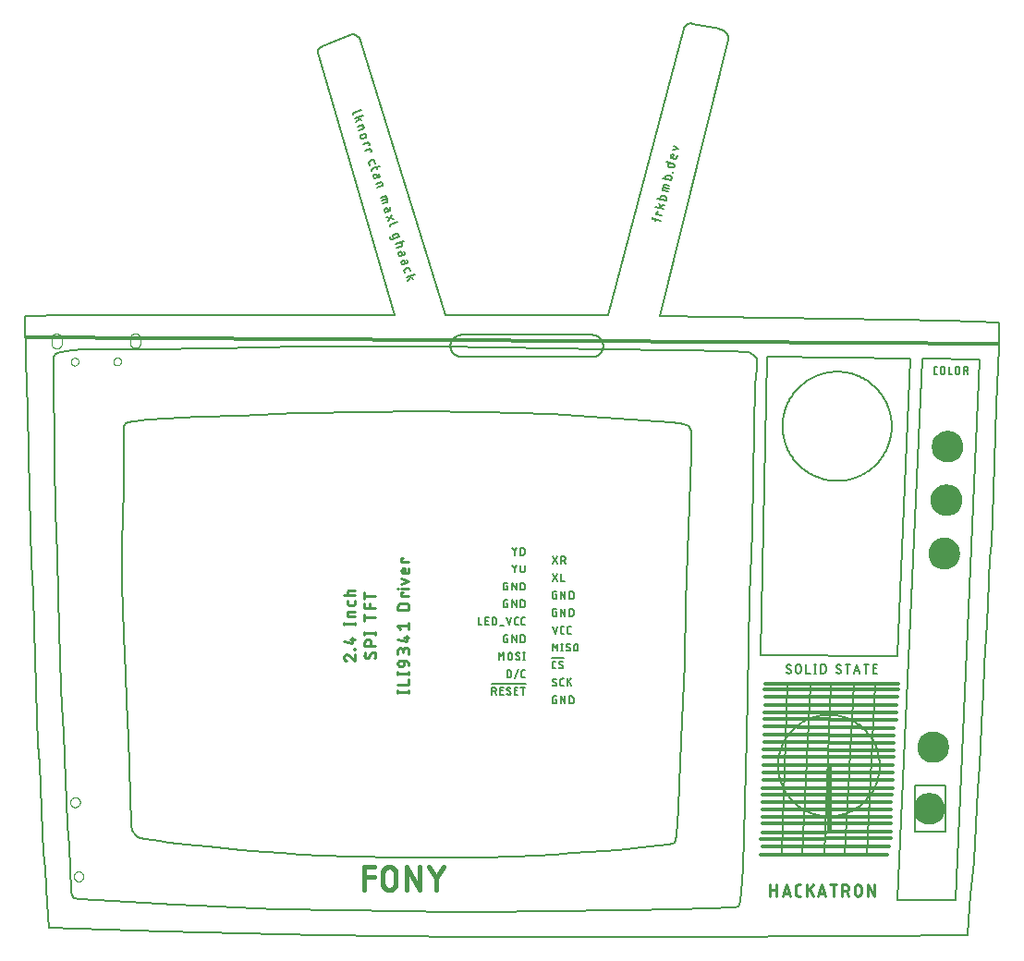
<source format=gto>
G75*
%MOIN*%
%OFA0B0*%
%FSLAX25Y25*%
%IPPOS*%
%LPD*%
%AMOC8*
5,1,8,0,0,1.08239X$1,22.5*
%
%ADD10C,0.00600*%
%ADD11C,0.01200*%
%ADD12C,0.00591*%
%ADD13C,0.00500*%
%ADD14C,0.00900*%
%ADD15C,0.01700*%
%ADD16C,0.00800*%
%ADD17C,0.00000*%
%ADD18C,0.01000*%
%ADD19C,0.01600*%
D10*
X0018536Y0053992D02*
X0059875Y0052417D01*
X0116174Y0051236D01*
X0168930Y0050449D01*
X0239009Y0050449D01*
X0315781Y0050843D01*
X0349639Y0051236D01*
X0350033Y0056354D01*
X0350426Y0061079D01*
X0350820Y0065409D01*
X0352001Y0078008D01*
X0352788Y0091000D01*
X0353576Y0103598D01*
X0353970Y0112654D01*
X0354363Y0118953D01*
X0354757Y0127220D01*
X0355151Y0132732D01*
X0355544Y0138638D01*
X0355938Y0148480D01*
X0356725Y0163835D01*
X0357119Y0170528D01*
X0357907Y0187063D01*
X0358300Y0192575D01*
X0358694Y0202024D01*
X0359088Y0211079D01*
X0359481Y0221709D01*
X0360269Y0242181D01*
X0361056Y0263441D01*
X0361056Y0272102D01*
X0342552Y0272890D01*
X0302395Y0273677D01*
X0279212Y0273741D01*
X0238661Y0274528D01*
X0242647Y0236357D02*
X0213907Y0238325D01*
X0199733Y0239113D01*
X0186348Y0239506D01*
X0175623Y0239819D01*
X0150426Y0240213D01*
X0134285Y0239819D01*
X0107513Y0239425D01*
X0087434Y0238638D01*
X0072867Y0238244D01*
X0066174Y0237850D01*
X0060662Y0237457D01*
X0053970Y0237063D01*
X0049245Y0236669D01*
X0046883Y0236276D01*
X0045702Y0235488D01*
X0045308Y0234701D01*
X0045308Y0212260D01*
X0044914Y0192181D01*
X0044914Y0178008D01*
X0045308Y0159504D01*
X0046096Y0145331D01*
X0046489Y0135882D01*
X0046883Y0128795D01*
X0047277Y0122496D01*
X0048064Y0091000D01*
X0048458Y0089031D01*
X0049639Y0087063D01*
X0050426Y0086669D01*
X0051607Y0086276D01*
X0053182Y0085882D01*
X0055938Y0085488D01*
X0058300Y0085094D01*
X0061450Y0084701D01*
X0064993Y0084307D01*
X0067749Y0083913D01*
X0075623Y0083126D01*
X0087828Y0081945D01*
X0091765Y0081551D01*
X0096883Y0081157D01*
X0102395Y0080764D01*
X0109088Y0080370D01*
X0117355Y0079976D01*
X0127198Y0079583D01*
X0145308Y0079189D01*
X0174442Y0079189D01*
X0186253Y0079583D01*
X0193733Y0079976D01*
X0200820Y0080370D01*
X0207119Y0080764D01*
X0213025Y0081157D01*
X0218536Y0081551D01*
X0223655Y0081945D01*
X0235072Y0083126D01*
X0241765Y0083913D01*
X0243340Y0084307D01*
X0244127Y0084701D01*
X0244521Y0085488D01*
X0244914Y0087063D01*
X0245308Y0096512D01*
X0245702Y0105567D01*
X0246883Y0128402D01*
X0247670Y0149268D01*
X0248064Y0171315D01*
X0250127Y0224546D01*
X0250127Y0232813D01*
X0249733Y0233994D01*
X0248946Y0234782D01*
X0247371Y0235569D01*
X0245796Y0235963D01*
X0242647Y0236357D01*
X0203968Y0187822D02*
X0203246Y0187822D01*
X0203246Y0185222D01*
X0203246Y0186378D02*
X0203968Y0186378D01*
X0204113Y0186378D02*
X0204691Y0185222D01*
X0203968Y0186378D02*
X0204021Y0186380D01*
X0204073Y0186386D01*
X0204125Y0186395D01*
X0204176Y0186409D01*
X0204226Y0186426D01*
X0204274Y0186446D01*
X0204321Y0186470D01*
X0204366Y0186498D01*
X0204409Y0186529D01*
X0204450Y0186562D01*
X0204488Y0186599D01*
X0204523Y0186638D01*
X0204555Y0186680D01*
X0204584Y0186724D01*
X0204610Y0186770D01*
X0204632Y0186818D01*
X0204651Y0186867D01*
X0204667Y0186917D01*
X0204678Y0186969D01*
X0204686Y0187021D01*
X0204690Y0187074D01*
X0204690Y0187126D01*
X0204686Y0187179D01*
X0204678Y0187231D01*
X0204667Y0187283D01*
X0204651Y0187333D01*
X0204632Y0187382D01*
X0204610Y0187430D01*
X0204584Y0187476D01*
X0204555Y0187520D01*
X0204523Y0187562D01*
X0204488Y0187601D01*
X0204450Y0187638D01*
X0204409Y0187671D01*
X0204366Y0187702D01*
X0204321Y0187730D01*
X0204274Y0187754D01*
X0204226Y0187774D01*
X0204176Y0187791D01*
X0204125Y0187805D01*
X0204073Y0187814D01*
X0204021Y0187820D01*
X0203968Y0187822D01*
X0201828Y0187822D02*
X0200095Y0185222D01*
X0201828Y0185222D02*
X0200095Y0187822D01*
X0200095Y0181523D02*
X0201828Y0178923D01*
X0203225Y0178923D02*
X0204380Y0178923D01*
X0203225Y0178923D02*
X0203225Y0181523D01*
X0201828Y0181523D02*
X0200095Y0178923D01*
X0200673Y0175224D02*
X0201539Y0175224D01*
X0200673Y0175224D02*
X0200625Y0175222D01*
X0200578Y0175216D01*
X0200531Y0175206D01*
X0200485Y0175193D01*
X0200441Y0175175D01*
X0200398Y0175154D01*
X0200357Y0175130D01*
X0200318Y0175102D01*
X0200282Y0175071D01*
X0200248Y0175037D01*
X0200217Y0175001D01*
X0200189Y0174962D01*
X0200165Y0174921D01*
X0200144Y0174878D01*
X0200126Y0174834D01*
X0200113Y0174788D01*
X0200103Y0174741D01*
X0200097Y0174694D01*
X0200095Y0174646D01*
X0200095Y0173201D01*
X0200097Y0173156D01*
X0200102Y0173111D01*
X0200111Y0173066D01*
X0200123Y0173022D01*
X0200139Y0172980D01*
X0200158Y0172939D01*
X0200180Y0172899D01*
X0200205Y0172861D01*
X0200233Y0172826D01*
X0200264Y0172792D01*
X0200298Y0172761D01*
X0200333Y0172733D01*
X0200371Y0172708D01*
X0200411Y0172686D01*
X0200452Y0172667D01*
X0200494Y0172651D01*
X0200538Y0172639D01*
X0200583Y0172630D01*
X0200628Y0172625D01*
X0200673Y0172623D01*
X0200673Y0172624D02*
X0201539Y0172624D01*
X0201539Y0174068D01*
X0201106Y0174068D01*
X0203167Y0175224D02*
X0204611Y0172624D01*
X0204611Y0175224D01*
X0203167Y0175224D02*
X0203167Y0172624D01*
X0206239Y0172624D02*
X0206239Y0175224D01*
X0206961Y0175224D01*
X0206961Y0175223D02*
X0207013Y0175221D01*
X0207064Y0175216D01*
X0207114Y0175207D01*
X0207164Y0175194D01*
X0207213Y0175177D01*
X0207261Y0175158D01*
X0207307Y0175135D01*
X0207351Y0175108D01*
X0207394Y0175079D01*
X0207434Y0175047D01*
X0207472Y0175012D01*
X0207507Y0174974D01*
X0207539Y0174934D01*
X0207568Y0174891D01*
X0207595Y0174847D01*
X0207618Y0174801D01*
X0207637Y0174753D01*
X0207654Y0174704D01*
X0207667Y0174654D01*
X0207676Y0174604D01*
X0207681Y0174553D01*
X0207683Y0174501D01*
X0207683Y0173346D01*
X0207681Y0173294D01*
X0207676Y0173243D01*
X0207667Y0173193D01*
X0207654Y0173143D01*
X0207637Y0173094D01*
X0207618Y0173046D01*
X0207595Y0173000D01*
X0207568Y0172956D01*
X0207539Y0172913D01*
X0207507Y0172873D01*
X0207472Y0172835D01*
X0207434Y0172800D01*
X0207394Y0172768D01*
X0207351Y0172739D01*
X0207307Y0172712D01*
X0207261Y0172689D01*
X0207213Y0172670D01*
X0207164Y0172653D01*
X0207114Y0172640D01*
X0207064Y0172631D01*
X0207013Y0172626D01*
X0206961Y0172624D01*
X0206239Y0172624D01*
X0206239Y0168924D02*
X0206961Y0168924D01*
X0207013Y0168922D01*
X0207064Y0168917D01*
X0207114Y0168908D01*
X0207164Y0168895D01*
X0207213Y0168878D01*
X0207261Y0168859D01*
X0207307Y0168836D01*
X0207351Y0168809D01*
X0207394Y0168780D01*
X0207434Y0168748D01*
X0207472Y0168713D01*
X0207507Y0168675D01*
X0207539Y0168635D01*
X0207568Y0168592D01*
X0207595Y0168548D01*
X0207618Y0168502D01*
X0207637Y0168454D01*
X0207654Y0168405D01*
X0207667Y0168355D01*
X0207676Y0168305D01*
X0207681Y0168254D01*
X0207683Y0168202D01*
X0207683Y0167047D01*
X0207681Y0166995D01*
X0207676Y0166944D01*
X0207667Y0166894D01*
X0207654Y0166844D01*
X0207637Y0166795D01*
X0207618Y0166747D01*
X0207595Y0166701D01*
X0207568Y0166657D01*
X0207539Y0166614D01*
X0207507Y0166574D01*
X0207472Y0166536D01*
X0207434Y0166501D01*
X0207394Y0166469D01*
X0207351Y0166440D01*
X0207307Y0166413D01*
X0207261Y0166390D01*
X0207213Y0166371D01*
X0207164Y0166354D01*
X0207114Y0166341D01*
X0207064Y0166332D01*
X0207013Y0166327D01*
X0206961Y0166325D01*
X0206961Y0166324D02*
X0206239Y0166324D01*
X0206239Y0168924D01*
X0204611Y0168924D02*
X0204611Y0166324D01*
X0203167Y0168924D01*
X0203167Y0166324D01*
X0201539Y0166324D02*
X0201539Y0167769D01*
X0201106Y0167769D01*
X0200095Y0168347D02*
X0200097Y0168395D01*
X0200103Y0168442D01*
X0200113Y0168489D01*
X0200126Y0168535D01*
X0200144Y0168579D01*
X0200165Y0168622D01*
X0200189Y0168663D01*
X0200217Y0168702D01*
X0200248Y0168738D01*
X0200282Y0168772D01*
X0200318Y0168803D01*
X0200357Y0168831D01*
X0200398Y0168855D01*
X0200441Y0168876D01*
X0200485Y0168894D01*
X0200531Y0168907D01*
X0200578Y0168917D01*
X0200625Y0168923D01*
X0200673Y0168925D01*
X0200673Y0168924D02*
X0201539Y0168924D01*
X0200095Y0168347D02*
X0200095Y0166902D01*
X0200097Y0166857D01*
X0200102Y0166812D01*
X0200111Y0166767D01*
X0200123Y0166723D01*
X0200139Y0166681D01*
X0200158Y0166640D01*
X0200180Y0166600D01*
X0200205Y0166562D01*
X0200233Y0166527D01*
X0200264Y0166493D01*
X0200298Y0166462D01*
X0200333Y0166434D01*
X0200371Y0166409D01*
X0200411Y0166387D01*
X0200452Y0166368D01*
X0200494Y0166352D01*
X0200538Y0166340D01*
X0200583Y0166331D01*
X0200628Y0166326D01*
X0200673Y0166324D01*
X0201539Y0166324D01*
X0201828Y0162625D02*
X0200961Y0160025D01*
X0200095Y0162625D01*
X0203105Y0162047D02*
X0203105Y0160603D01*
X0203107Y0160558D01*
X0203112Y0160513D01*
X0203121Y0160468D01*
X0203133Y0160424D01*
X0203149Y0160382D01*
X0203168Y0160341D01*
X0203190Y0160301D01*
X0203215Y0160263D01*
X0203243Y0160228D01*
X0203274Y0160194D01*
X0203308Y0160163D01*
X0203343Y0160135D01*
X0203381Y0160110D01*
X0203421Y0160088D01*
X0203462Y0160069D01*
X0203504Y0160053D01*
X0203548Y0160041D01*
X0203593Y0160032D01*
X0203638Y0160027D01*
X0203683Y0160025D01*
X0204261Y0160025D01*
X0205505Y0160603D02*
X0205505Y0162047D01*
X0205507Y0162095D01*
X0205513Y0162142D01*
X0205523Y0162189D01*
X0205536Y0162235D01*
X0205554Y0162279D01*
X0205575Y0162322D01*
X0205599Y0162363D01*
X0205627Y0162402D01*
X0205658Y0162438D01*
X0205692Y0162472D01*
X0205728Y0162503D01*
X0205767Y0162531D01*
X0205808Y0162555D01*
X0205851Y0162576D01*
X0205895Y0162594D01*
X0205941Y0162607D01*
X0205988Y0162617D01*
X0206035Y0162623D01*
X0206083Y0162625D01*
X0206661Y0162625D01*
X0205505Y0160603D02*
X0205507Y0160558D01*
X0205512Y0160513D01*
X0205521Y0160468D01*
X0205533Y0160424D01*
X0205549Y0160382D01*
X0205568Y0160341D01*
X0205590Y0160301D01*
X0205615Y0160263D01*
X0205643Y0160228D01*
X0205674Y0160194D01*
X0205708Y0160163D01*
X0205743Y0160135D01*
X0205781Y0160110D01*
X0205821Y0160088D01*
X0205862Y0160069D01*
X0205904Y0160053D01*
X0205948Y0160041D01*
X0205993Y0160032D01*
X0206038Y0160027D01*
X0206083Y0160025D01*
X0206661Y0160025D01*
X0204261Y0162625D02*
X0203683Y0162625D01*
X0203635Y0162623D01*
X0203588Y0162617D01*
X0203541Y0162607D01*
X0203495Y0162594D01*
X0203451Y0162576D01*
X0203408Y0162555D01*
X0203367Y0162531D01*
X0203328Y0162503D01*
X0203292Y0162472D01*
X0203258Y0162438D01*
X0203227Y0162402D01*
X0203199Y0162363D01*
X0203175Y0162322D01*
X0203154Y0162279D01*
X0203136Y0162235D01*
X0203123Y0162189D01*
X0203113Y0162142D01*
X0203107Y0162095D01*
X0203105Y0162047D01*
X0203265Y0156326D02*
X0203842Y0156326D01*
X0203553Y0156326D02*
X0203553Y0153726D01*
X0203265Y0153726D02*
X0203842Y0153726D01*
X0201828Y0153726D02*
X0201828Y0156326D01*
X0200961Y0154882D01*
X0200095Y0156326D01*
X0200095Y0153726D01*
X0199795Y0151227D02*
X0204157Y0151227D01*
X0202485Y0149449D02*
X0202487Y0149402D01*
X0202492Y0149356D01*
X0202502Y0149310D01*
X0202515Y0149265D01*
X0202531Y0149221D01*
X0202551Y0149178D01*
X0202574Y0149138D01*
X0202601Y0149099D01*
X0202630Y0149062D01*
X0202662Y0149028D01*
X0202697Y0148997D01*
X0202735Y0148969D01*
X0202774Y0148943D01*
X0203568Y0148510D01*
X0203279Y0147426D02*
X0203210Y0147428D01*
X0203142Y0147434D01*
X0203073Y0147443D01*
X0203006Y0147457D01*
X0202939Y0147474D01*
X0202874Y0147495D01*
X0202809Y0147520D01*
X0202747Y0147548D01*
X0202686Y0147580D01*
X0202626Y0147615D01*
X0202569Y0147654D01*
X0202514Y0147695D01*
X0202462Y0147740D01*
X0202412Y0147787D01*
X0203568Y0148511D02*
X0203607Y0148485D01*
X0203645Y0148457D01*
X0203680Y0148426D01*
X0203712Y0148392D01*
X0203741Y0148355D01*
X0203768Y0148316D01*
X0203791Y0148276D01*
X0203811Y0148233D01*
X0203827Y0148189D01*
X0203840Y0148144D01*
X0203850Y0148098D01*
X0203855Y0148052D01*
X0203857Y0148005D01*
X0203855Y0147960D01*
X0203850Y0147915D01*
X0203841Y0147870D01*
X0203829Y0147826D01*
X0203813Y0147784D01*
X0203794Y0147743D01*
X0203772Y0147703D01*
X0203747Y0147665D01*
X0203719Y0147630D01*
X0203688Y0147596D01*
X0203654Y0147565D01*
X0203619Y0147537D01*
X0203581Y0147512D01*
X0203541Y0147490D01*
X0203500Y0147471D01*
X0203458Y0147455D01*
X0203414Y0147443D01*
X0203369Y0147434D01*
X0203324Y0147429D01*
X0203279Y0147427D01*
X0203713Y0149809D02*
X0203661Y0149846D01*
X0203607Y0149879D01*
X0203552Y0149910D01*
X0203494Y0149936D01*
X0203435Y0149960D01*
X0203375Y0149980D01*
X0203314Y0149996D01*
X0203252Y0150009D01*
X0203189Y0150019D01*
X0203126Y0150024D01*
X0203063Y0150026D01*
X0203063Y0150027D02*
X0203018Y0150025D01*
X0202973Y0150020D01*
X0202928Y0150011D01*
X0202884Y0149999D01*
X0202842Y0149983D01*
X0202801Y0149964D01*
X0202761Y0149942D01*
X0202723Y0149917D01*
X0202688Y0149889D01*
X0202654Y0149858D01*
X0202623Y0149824D01*
X0202595Y0149789D01*
X0202570Y0149751D01*
X0202548Y0149711D01*
X0202529Y0149670D01*
X0202513Y0149628D01*
X0202501Y0149584D01*
X0202492Y0149539D01*
X0202487Y0149494D01*
X0202485Y0149449D01*
X0201250Y0150027D02*
X0200673Y0150027D01*
X0200625Y0150025D01*
X0200578Y0150019D01*
X0200531Y0150009D01*
X0200485Y0149996D01*
X0200441Y0149978D01*
X0200398Y0149957D01*
X0200357Y0149933D01*
X0200318Y0149905D01*
X0200282Y0149874D01*
X0200248Y0149840D01*
X0200217Y0149804D01*
X0200189Y0149765D01*
X0200165Y0149724D01*
X0200144Y0149681D01*
X0200126Y0149637D01*
X0200113Y0149591D01*
X0200103Y0149544D01*
X0200097Y0149497D01*
X0200095Y0149449D01*
X0200095Y0148005D01*
X0200097Y0147960D01*
X0200102Y0147915D01*
X0200111Y0147870D01*
X0200123Y0147826D01*
X0200139Y0147784D01*
X0200158Y0147743D01*
X0200180Y0147703D01*
X0200205Y0147665D01*
X0200233Y0147630D01*
X0200264Y0147596D01*
X0200298Y0147565D01*
X0200333Y0147537D01*
X0200371Y0147512D01*
X0200411Y0147490D01*
X0200452Y0147471D01*
X0200494Y0147455D01*
X0200538Y0147443D01*
X0200583Y0147434D01*
X0200628Y0147429D01*
X0200673Y0147427D01*
X0201250Y0147427D01*
X0203443Y0143728D02*
X0204020Y0143728D01*
X0203443Y0143728D02*
X0203395Y0143726D01*
X0203348Y0143720D01*
X0203301Y0143710D01*
X0203255Y0143697D01*
X0203211Y0143679D01*
X0203168Y0143658D01*
X0203127Y0143634D01*
X0203088Y0143606D01*
X0203052Y0143575D01*
X0203018Y0143541D01*
X0202987Y0143505D01*
X0202959Y0143466D01*
X0202935Y0143425D01*
X0202914Y0143382D01*
X0202896Y0143338D01*
X0202883Y0143292D01*
X0202873Y0143245D01*
X0202867Y0143198D01*
X0202865Y0143150D01*
X0202865Y0141705D01*
X0202867Y0141660D01*
X0202872Y0141615D01*
X0202881Y0141570D01*
X0202893Y0141526D01*
X0202909Y0141484D01*
X0202928Y0141443D01*
X0202950Y0141403D01*
X0202975Y0141365D01*
X0203003Y0141330D01*
X0203034Y0141296D01*
X0203068Y0141265D01*
X0203103Y0141237D01*
X0203141Y0141212D01*
X0203181Y0141190D01*
X0203222Y0141171D01*
X0203264Y0141155D01*
X0203308Y0141143D01*
X0203353Y0141134D01*
X0203398Y0141129D01*
X0203443Y0141127D01*
X0203443Y0141128D02*
X0204020Y0141128D01*
X0205446Y0141128D02*
X0205446Y0143728D01*
X0206024Y0142716D02*
X0206891Y0141128D01*
X0205446Y0142139D02*
X0206891Y0143728D01*
X0201250Y0142211D02*
X0200456Y0142644D01*
X0200745Y0143727D02*
X0200808Y0143725D01*
X0200871Y0143720D01*
X0200934Y0143710D01*
X0200996Y0143697D01*
X0201057Y0143681D01*
X0201117Y0143661D01*
X0201176Y0143637D01*
X0201234Y0143611D01*
X0201289Y0143580D01*
X0201343Y0143547D01*
X0201395Y0143510D01*
X0200456Y0142644D02*
X0200417Y0142670D01*
X0200379Y0142698D01*
X0200344Y0142729D01*
X0200312Y0142763D01*
X0200283Y0142800D01*
X0200256Y0142839D01*
X0200233Y0142879D01*
X0200213Y0142922D01*
X0200197Y0142966D01*
X0200184Y0143011D01*
X0200174Y0143057D01*
X0200169Y0143103D01*
X0200167Y0143150D01*
X0200169Y0143195D01*
X0200174Y0143240D01*
X0200183Y0143285D01*
X0200195Y0143329D01*
X0200211Y0143371D01*
X0200230Y0143412D01*
X0200252Y0143452D01*
X0200277Y0143490D01*
X0200305Y0143525D01*
X0200336Y0143559D01*
X0200370Y0143590D01*
X0200405Y0143618D01*
X0200443Y0143643D01*
X0200483Y0143665D01*
X0200524Y0143684D01*
X0200566Y0143700D01*
X0200610Y0143712D01*
X0200655Y0143721D01*
X0200700Y0143726D01*
X0200745Y0143728D01*
X0200094Y0141488D02*
X0200144Y0141441D01*
X0200196Y0141396D01*
X0200251Y0141355D01*
X0200308Y0141316D01*
X0200368Y0141281D01*
X0200429Y0141249D01*
X0200491Y0141221D01*
X0200556Y0141196D01*
X0200621Y0141175D01*
X0200688Y0141158D01*
X0200755Y0141144D01*
X0200824Y0141135D01*
X0200892Y0141129D01*
X0200961Y0141127D01*
X0201006Y0141129D01*
X0201051Y0141134D01*
X0201096Y0141143D01*
X0201140Y0141155D01*
X0201182Y0141171D01*
X0201223Y0141190D01*
X0201263Y0141212D01*
X0201301Y0141237D01*
X0201336Y0141265D01*
X0201370Y0141296D01*
X0201401Y0141330D01*
X0201429Y0141365D01*
X0201454Y0141403D01*
X0201476Y0141443D01*
X0201495Y0141484D01*
X0201511Y0141526D01*
X0201523Y0141570D01*
X0201532Y0141615D01*
X0201537Y0141660D01*
X0201539Y0141705D01*
X0201537Y0141752D01*
X0201532Y0141798D01*
X0201522Y0141844D01*
X0201509Y0141889D01*
X0201493Y0141933D01*
X0201473Y0141976D01*
X0201450Y0142016D01*
X0201423Y0142055D01*
X0201394Y0142092D01*
X0201362Y0142126D01*
X0201327Y0142157D01*
X0201289Y0142185D01*
X0201250Y0142211D01*
X0201539Y0137428D02*
X0200673Y0137428D01*
X0200673Y0137429D02*
X0200625Y0137427D01*
X0200578Y0137421D01*
X0200531Y0137411D01*
X0200485Y0137398D01*
X0200441Y0137380D01*
X0200398Y0137359D01*
X0200357Y0137335D01*
X0200318Y0137307D01*
X0200282Y0137276D01*
X0200248Y0137242D01*
X0200217Y0137206D01*
X0200189Y0137167D01*
X0200165Y0137126D01*
X0200144Y0137083D01*
X0200126Y0137039D01*
X0200113Y0136993D01*
X0200103Y0136946D01*
X0200097Y0136899D01*
X0200095Y0136851D01*
X0200095Y0135406D01*
X0200097Y0135361D01*
X0200102Y0135316D01*
X0200111Y0135271D01*
X0200123Y0135227D01*
X0200139Y0135185D01*
X0200158Y0135144D01*
X0200180Y0135104D01*
X0200205Y0135066D01*
X0200233Y0135031D01*
X0200264Y0134997D01*
X0200298Y0134966D01*
X0200333Y0134938D01*
X0200371Y0134913D01*
X0200411Y0134891D01*
X0200452Y0134872D01*
X0200494Y0134856D01*
X0200538Y0134844D01*
X0200583Y0134835D01*
X0200628Y0134830D01*
X0200673Y0134828D01*
X0201539Y0134828D01*
X0201539Y0136273D01*
X0201106Y0136273D01*
X0203167Y0137428D02*
X0204611Y0134828D01*
X0204611Y0137428D01*
X0203167Y0137428D02*
X0203167Y0134828D01*
X0206239Y0134828D02*
X0206239Y0137428D01*
X0206961Y0137428D01*
X0207013Y0137426D01*
X0207064Y0137421D01*
X0207114Y0137412D01*
X0207164Y0137399D01*
X0207213Y0137382D01*
X0207261Y0137363D01*
X0207307Y0137340D01*
X0207351Y0137313D01*
X0207394Y0137284D01*
X0207434Y0137252D01*
X0207472Y0137217D01*
X0207507Y0137179D01*
X0207539Y0137139D01*
X0207568Y0137096D01*
X0207595Y0137052D01*
X0207618Y0137006D01*
X0207637Y0136958D01*
X0207654Y0136909D01*
X0207667Y0136859D01*
X0207676Y0136809D01*
X0207681Y0136758D01*
X0207683Y0136706D01*
X0207683Y0135551D01*
X0207681Y0135499D01*
X0207676Y0135448D01*
X0207667Y0135398D01*
X0207654Y0135348D01*
X0207637Y0135299D01*
X0207618Y0135251D01*
X0207595Y0135205D01*
X0207568Y0135161D01*
X0207539Y0135118D01*
X0207507Y0135078D01*
X0207472Y0135040D01*
X0207434Y0135005D01*
X0207394Y0134973D01*
X0207351Y0134944D01*
X0207307Y0134917D01*
X0207261Y0134894D01*
X0207213Y0134875D01*
X0207164Y0134858D01*
X0207114Y0134845D01*
X0207064Y0134836D01*
X0207013Y0134831D01*
X0206961Y0134829D01*
X0206961Y0134828D02*
X0206239Y0134828D01*
X0190046Y0140578D02*
X0188601Y0140578D01*
X0189324Y0140578D02*
X0189324Y0137978D01*
X0187559Y0137978D02*
X0186403Y0137978D01*
X0186403Y0140578D01*
X0187559Y0140578D01*
X0187270Y0139422D02*
X0186403Y0139422D01*
X0184669Y0139061D02*
X0183875Y0139495D01*
X0184164Y0140578D02*
X0184227Y0140576D01*
X0184290Y0140571D01*
X0184353Y0140561D01*
X0184415Y0140548D01*
X0184476Y0140532D01*
X0184536Y0140512D01*
X0184595Y0140488D01*
X0184653Y0140462D01*
X0184708Y0140431D01*
X0184762Y0140398D01*
X0184814Y0140361D01*
X0183875Y0139494D02*
X0183836Y0139520D01*
X0183798Y0139548D01*
X0183763Y0139579D01*
X0183731Y0139613D01*
X0183702Y0139650D01*
X0183675Y0139689D01*
X0183652Y0139729D01*
X0183632Y0139772D01*
X0183616Y0139816D01*
X0183603Y0139861D01*
X0183593Y0139907D01*
X0183588Y0139953D01*
X0183586Y0140000D01*
X0183588Y0140045D01*
X0183593Y0140090D01*
X0183602Y0140135D01*
X0183614Y0140179D01*
X0183630Y0140221D01*
X0183649Y0140262D01*
X0183671Y0140302D01*
X0183696Y0140340D01*
X0183724Y0140375D01*
X0183755Y0140409D01*
X0183789Y0140440D01*
X0183824Y0140468D01*
X0183862Y0140493D01*
X0183902Y0140515D01*
X0183943Y0140534D01*
X0183985Y0140550D01*
X0184029Y0140562D01*
X0184074Y0140571D01*
X0184119Y0140576D01*
X0184164Y0140578D01*
X0183513Y0138339D02*
X0183563Y0138292D01*
X0183615Y0138247D01*
X0183670Y0138206D01*
X0183727Y0138167D01*
X0183787Y0138132D01*
X0183848Y0138100D01*
X0183910Y0138072D01*
X0183975Y0138047D01*
X0184040Y0138026D01*
X0184107Y0138009D01*
X0184174Y0137995D01*
X0184243Y0137986D01*
X0184311Y0137980D01*
X0184380Y0137978D01*
X0184425Y0137980D01*
X0184470Y0137985D01*
X0184515Y0137994D01*
X0184559Y0138006D01*
X0184601Y0138022D01*
X0184642Y0138041D01*
X0184682Y0138063D01*
X0184720Y0138088D01*
X0184755Y0138116D01*
X0184789Y0138147D01*
X0184820Y0138181D01*
X0184848Y0138216D01*
X0184873Y0138254D01*
X0184895Y0138294D01*
X0184914Y0138335D01*
X0184930Y0138377D01*
X0184942Y0138421D01*
X0184951Y0138466D01*
X0184956Y0138511D01*
X0184958Y0138556D01*
X0184956Y0138603D01*
X0184951Y0138649D01*
X0184941Y0138695D01*
X0184928Y0138740D01*
X0184912Y0138784D01*
X0184892Y0138827D01*
X0184869Y0138867D01*
X0184842Y0138906D01*
X0184813Y0138943D01*
X0184781Y0138977D01*
X0184746Y0139008D01*
X0184708Y0139036D01*
X0184669Y0139062D01*
X0182375Y0137978D02*
X0181219Y0137978D01*
X0181219Y0140578D01*
X0182375Y0140578D01*
X0182086Y0139422D02*
X0181219Y0139422D01*
X0179709Y0137978D02*
X0179131Y0139134D01*
X0178987Y0139134D02*
X0178265Y0139134D01*
X0178987Y0139134D02*
X0179040Y0139136D01*
X0179092Y0139142D01*
X0179144Y0139151D01*
X0179195Y0139165D01*
X0179245Y0139182D01*
X0179293Y0139202D01*
X0179340Y0139226D01*
X0179385Y0139254D01*
X0179428Y0139285D01*
X0179469Y0139318D01*
X0179507Y0139355D01*
X0179542Y0139394D01*
X0179574Y0139436D01*
X0179603Y0139480D01*
X0179629Y0139526D01*
X0179651Y0139574D01*
X0179670Y0139623D01*
X0179686Y0139673D01*
X0179697Y0139725D01*
X0179705Y0139777D01*
X0179709Y0139830D01*
X0179709Y0139882D01*
X0179705Y0139935D01*
X0179697Y0139987D01*
X0179686Y0140039D01*
X0179670Y0140089D01*
X0179651Y0140138D01*
X0179629Y0140186D01*
X0179603Y0140232D01*
X0179574Y0140276D01*
X0179542Y0140318D01*
X0179507Y0140357D01*
X0179469Y0140394D01*
X0179428Y0140427D01*
X0179385Y0140458D01*
X0179340Y0140486D01*
X0179293Y0140510D01*
X0179245Y0140530D01*
X0179195Y0140547D01*
X0179144Y0140561D01*
X0179092Y0140570D01*
X0179040Y0140576D01*
X0178987Y0140578D01*
X0178265Y0140578D01*
X0178265Y0137978D01*
X0177965Y0141778D02*
X0190346Y0141778D01*
X0190046Y0144277D02*
X0189468Y0144277D01*
X0189423Y0144279D01*
X0189378Y0144284D01*
X0189333Y0144293D01*
X0189289Y0144305D01*
X0189247Y0144321D01*
X0189206Y0144340D01*
X0189166Y0144362D01*
X0189128Y0144387D01*
X0189093Y0144415D01*
X0189059Y0144446D01*
X0189028Y0144480D01*
X0189000Y0144515D01*
X0188975Y0144553D01*
X0188953Y0144593D01*
X0188934Y0144634D01*
X0188918Y0144676D01*
X0188906Y0144720D01*
X0188897Y0144765D01*
X0188892Y0144810D01*
X0188890Y0144855D01*
X0188890Y0146299D01*
X0188892Y0146347D01*
X0188898Y0146394D01*
X0188908Y0146441D01*
X0188921Y0146487D01*
X0188939Y0146531D01*
X0188960Y0146574D01*
X0188984Y0146615D01*
X0189012Y0146654D01*
X0189043Y0146690D01*
X0189077Y0146724D01*
X0189113Y0146755D01*
X0189152Y0146783D01*
X0189193Y0146807D01*
X0189236Y0146828D01*
X0189280Y0146846D01*
X0189326Y0146859D01*
X0189373Y0146869D01*
X0189420Y0146875D01*
X0189468Y0146877D01*
X0190046Y0146877D01*
X0187612Y0147166D02*
X0186457Y0143988D01*
X0185069Y0144999D02*
X0185069Y0146155D01*
X0185067Y0146207D01*
X0185062Y0146258D01*
X0185053Y0146308D01*
X0185040Y0146358D01*
X0185023Y0146407D01*
X0185004Y0146455D01*
X0184981Y0146501D01*
X0184954Y0146545D01*
X0184925Y0146588D01*
X0184893Y0146628D01*
X0184858Y0146666D01*
X0184820Y0146701D01*
X0184780Y0146733D01*
X0184737Y0146762D01*
X0184693Y0146789D01*
X0184647Y0146812D01*
X0184599Y0146831D01*
X0184550Y0146848D01*
X0184500Y0146861D01*
X0184450Y0146870D01*
X0184399Y0146875D01*
X0184347Y0146877D01*
X0183624Y0146877D01*
X0183624Y0144277D01*
X0184347Y0144277D01*
X0184399Y0144279D01*
X0184450Y0144284D01*
X0184500Y0144293D01*
X0184550Y0144306D01*
X0184599Y0144323D01*
X0184647Y0144342D01*
X0184693Y0144365D01*
X0184737Y0144392D01*
X0184780Y0144421D01*
X0184820Y0144453D01*
X0184858Y0144488D01*
X0184893Y0144526D01*
X0184925Y0144566D01*
X0184954Y0144609D01*
X0184981Y0144653D01*
X0185004Y0144699D01*
X0185023Y0144747D01*
X0185040Y0144796D01*
X0185053Y0144846D01*
X0185062Y0144896D01*
X0185067Y0144947D01*
X0185069Y0144999D01*
X0182464Y0150576D02*
X0182464Y0153176D01*
X0181597Y0151732D01*
X0180730Y0153176D01*
X0180730Y0150576D01*
X0184043Y0151299D02*
X0184043Y0152454D01*
X0184045Y0152507D01*
X0184051Y0152559D01*
X0184060Y0152611D01*
X0184074Y0152662D01*
X0184091Y0152712D01*
X0184111Y0152760D01*
X0184135Y0152807D01*
X0184163Y0152852D01*
X0184194Y0152895D01*
X0184227Y0152936D01*
X0184264Y0152974D01*
X0184303Y0153009D01*
X0184345Y0153041D01*
X0184389Y0153070D01*
X0184435Y0153096D01*
X0184483Y0153118D01*
X0184532Y0153137D01*
X0184582Y0153153D01*
X0184634Y0153164D01*
X0184686Y0153172D01*
X0184739Y0153176D01*
X0184791Y0153176D01*
X0184844Y0153172D01*
X0184896Y0153164D01*
X0184948Y0153153D01*
X0184998Y0153137D01*
X0185047Y0153118D01*
X0185095Y0153096D01*
X0185141Y0153070D01*
X0185185Y0153041D01*
X0185227Y0153009D01*
X0185266Y0152974D01*
X0185303Y0152936D01*
X0185336Y0152895D01*
X0185367Y0152852D01*
X0185395Y0152807D01*
X0185419Y0152760D01*
X0185439Y0152712D01*
X0185456Y0152662D01*
X0185470Y0152611D01*
X0185479Y0152559D01*
X0185485Y0152507D01*
X0185487Y0152454D01*
X0185487Y0151299D01*
X0185485Y0151246D01*
X0185479Y0151194D01*
X0185470Y0151142D01*
X0185456Y0151091D01*
X0185439Y0151041D01*
X0185419Y0150993D01*
X0185395Y0150946D01*
X0185367Y0150901D01*
X0185336Y0150858D01*
X0185303Y0150817D01*
X0185266Y0150779D01*
X0185227Y0150744D01*
X0185185Y0150712D01*
X0185141Y0150683D01*
X0185095Y0150657D01*
X0185047Y0150635D01*
X0184998Y0150616D01*
X0184948Y0150600D01*
X0184896Y0150589D01*
X0184844Y0150581D01*
X0184791Y0150577D01*
X0184739Y0150577D01*
X0184686Y0150581D01*
X0184634Y0150589D01*
X0184582Y0150600D01*
X0184532Y0150616D01*
X0184483Y0150635D01*
X0184435Y0150657D01*
X0184389Y0150683D01*
X0184345Y0150712D01*
X0184303Y0150744D01*
X0184264Y0150779D01*
X0184227Y0150817D01*
X0184194Y0150858D01*
X0184163Y0150901D01*
X0184135Y0150946D01*
X0184111Y0150993D01*
X0184091Y0151041D01*
X0184074Y0151091D01*
X0184060Y0151142D01*
X0184051Y0151194D01*
X0184045Y0151246D01*
X0184043Y0151299D01*
X0187188Y0152093D02*
X0187982Y0151660D01*
X0187694Y0150576D02*
X0187625Y0150578D01*
X0187557Y0150584D01*
X0187488Y0150593D01*
X0187421Y0150607D01*
X0187354Y0150624D01*
X0187289Y0150645D01*
X0187224Y0150670D01*
X0187162Y0150698D01*
X0187101Y0150730D01*
X0187041Y0150765D01*
X0186984Y0150804D01*
X0186929Y0150845D01*
X0186877Y0150890D01*
X0186827Y0150937D01*
X0187982Y0151660D02*
X0188021Y0151634D01*
X0188059Y0151606D01*
X0188094Y0151575D01*
X0188126Y0151541D01*
X0188155Y0151504D01*
X0188182Y0151465D01*
X0188205Y0151425D01*
X0188225Y0151382D01*
X0188241Y0151338D01*
X0188254Y0151293D01*
X0188264Y0151247D01*
X0188269Y0151201D01*
X0188271Y0151154D01*
X0188272Y0151154D02*
X0188270Y0151109D01*
X0188265Y0151064D01*
X0188256Y0151019D01*
X0188244Y0150975D01*
X0188228Y0150933D01*
X0188209Y0150892D01*
X0188187Y0150852D01*
X0188162Y0150814D01*
X0188134Y0150779D01*
X0188103Y0150745D01*
X0188069Y0150714D01*
X0188034Y0150686D01*
X0187996Y0150661D01*
X0187956Y0150639D01*
X0187915Y0150620D01*
X0187873Y0150604D01*
X0187829Y0150592D01*
X0187784Y0150583D01*
X0187739Y0150578D01*
X0187694Y0150576D01*
X0188127Y0152959D02*
X0188075Y0152996D01*
X0188021Y0153029D01*
X0187966Y0153060D01*
X0187908Y0153086D01*
X0187849Y0153110D01*
X0187789Y0153130D01*
X0187728Y0153146D01*
X0187666Y0153159D01*
X0187603Y0153169D01*
X0187540Y0153174D01*
X0187477Y0153176D01*
X0187477Y0153177D02*
X0187432Y0153175D01*
X0187387Y0153170D01*
X0187342Y0153161D01*
X0187298Y0153149D01*
X0187256Y0153133D01*
X0187215Y0153114D01*
X0187175Y0153092D01*
X0187137Y0153067D01*
X0187102Y0153039D01*
X0187068Y0153008D01*
X0187037Y0152974D01*
X0187009Y0152939D01*
X0186984Y0152901D01*
X0186962Y0152861D01*
X0186943Y0152820D01*
X0186927Y0152778D01*
X0186915Y0152734D01*
X0186906Y0152689D01*
X0186901Y0152644D01*
X0186899Y0152599D01*
X0186901Y0152552D01*
X0186906Y0152506D01*
X0186916Y0152460D01*
X0186929Y0152415D01*
X0186945Y0152371D01*
X0186965Y0152328D01*
X0186988Y0152288D01*
X0187015Y0152249D01*
X0187044Y0152212D01*
X0187076Y0152178D01*
X0187111Y0152147D01*
X0187149Y0152119D01*
X0187188Y0152093D01*
X0189468Y0153176D02*
X0190046Y0153176D01*
X0189757Y0153176D02*
X0189757Y0150576D01*
X0189468Y0150576D02*
X0190046Y0150576D01*
X0189324Y0156876D02*
X0188601Y0156876D01*
X0188601Y0159476D01*
X0189324Y0159476D01*
X0189324Y0159475D02*
X0189376Y0159473D01*
X0189427Y0159468D01*
X0189477Y0159459D01*
X0189527Y0159446D01*
X0189576Y0159429D01*
X0189624Y0159410D01*
X0189670Y0159387D01*
X0189714Y0159360D01*
X0189757Y0159331D01*
X0189797Y0159299D01*
X0189835Y0159264D01*
X0189870Y0159226D01*
X0189902Y0159186D01*
X0189931Y0159143D01*
X0189958Y0159099D01*
X0189981Y0159053D01*
X0190000Y0159005D01*
X0190017Y0158956D01*
X0190030Y0158906D01*
X0190039Y0158856D01*
X0190044Y0158805D01*
X0190046Y0158753D01*
X0190046Y0157598D01*
X0190044Y0157546D01*
X0190039Y0157495D01*
X0190030Y0157445D01*
X0190017Y0157395D01*
X0190000Y0157346D01*
X0189981Y0157298D01*
X0189958Y0157252D01*
X0189931Y0157208D01*
X0189902Y0157165D01*
X0189870Y0157125D01*
X0189835Y0157087D01*
X0189797Y0157052D01*
X0189757Y0157020D01*
X0189714Y0156991D01*
X0189670Y0156964D01*
X0189624Y0156941D01*
X0189576Y0156922D01*
X0189527Y0156905D01*
X0189477Y0156892D01*
X0189427Y0156883D01*
X0189376Y0156878D01*
X0189324Y0156876D01*
X0186974Y0156876D02*
X0186974Y0159476D01*
X0185529Y0159476D02*
X0185529Y0156876D01*
X0186974Y0156876D02*
X0185529Y0159476D01*
X0183902Y0159476D02*
X0183035Y0159476D01*
X0182987Y0159474D01*
X0182940Y0159468D01*
X0182893Y0159458D01*
X0182847Y0159445D01*
X0182803Y0159427D01*
X0182760Y0159406D01*
X0182719Y0159382D01*
X0182680Y0159354D01*
X0182644Y0159323D01*
X0182610Y0159289D01*
X0182579Y0159253D01*
X0182551Y0159214D01*
X0182527Y0159173D01*
X0182506Y0159130D01*
X0182488Y0159086D01*
X0182475Y0159040D01*
X0182465Y0158993D01*
X0182459Y0158946D01*
X0182457Y0158898D01*
X0182457Y0157453D01*
X0182459Y0157408D01*
X0182464Y0157363D01*
X0182473Y0157318D01*
X0182485Y0157274D01*
X0182501Y0157232D01*
X0182520Y0157191D01*
X0182542Y0157151D01*
X0182567Y0157113D01*
X0182595Y0157078D01*
X0182626Y0157044D01*
X0182660Y0157013D01*
X0182695Y0156985D01*
X0182733Y0156960D01*
X0182773Y0156938D01*
X0182814Y0156919D01*
X0182856Y0156903D01*
X0182900Y0156891D01*
X0182945Y0156882D01*
X0182990Y0156877D01*
X0183035Y0156875D01*
X0183035Y0156876D02*
X0183902Y0156876D01*
X0183902Y0158320D01*
X0183469Y0158320D01*
X0182332Y0162886D02*
X0181177Y0162886D01*
X0179789Y0163897D02*
X0179789Y0165053D01*
X0179787Y0165105D01*
X0179782Y0165156D01*
X0179773Y0165206D01*
X0179760Y0165256D01*
X0179743Y0165305D01*
X0179724Y0165353D01*
X0179701Y0165399D01*
X0179674Y0165443D01*
X0179645Y0165486D01*
X0179613Y0165526D01*
X0179578Y0165564D01*
X0179540Y0165599D01*
X0179500Y0165631D01*
X0179457Y0165660D01*
X0179413Y0165687D01*
X0179367Y0165710D01*
X0179319Y0165729D01*
X0179270Y0165746D01*
X0179220Y0165759D01*
X0179170Y0165768D01*
X0179119Y0165773D01*
X0179067Y0165775D01*
X0178344Y0165775D01*
X0178344Y0163175D01*
X0179067Y0163175D01*
X0179119Y0163177D01*
X0179170Y0163182D01*
X0179220Y0163191D01*
X0179270Y0163204D01*
X0179319Y0163221D01*
X0179367Y0163240D01*
X0179413Y0163263D01*
X0179457Y0163290D01*
X0179500Y0163319D01*
X0179540Y0163351D01*
X0179578Y0163386D01*
X0179613Y0163424D01*
X0179645Y0163464D01*
X0179674Y0163507D01*
X0179701Y0163551D01*
X0179724Y0163597D01*
X0179743Y0163645D01*
X0179760Y0163694D01*
X0179773Y0163744D01*
X0179782Y0163794D01*
X0179787Y0163845D01*
X0179789Y0163897D01*
X0177013Y0163175D02*
X0175858Y0163175D01*
X0175858Y0165775D01*
X0177013Y0165775D01*
X0176725Y0164619D02*
X0175858Y0164619D01*
X0174517Y0163175D02*
X0173362Y0163175D01*
X0173362Y0165775D01*
X0182457Y0170052D02*
X0182457Y0171496D01*
X0182459Y0171544D01*
X0182465Y0171591D01*
X0182475Y0171638D01*
X0182488Y0171684D01*
X0182506Y0171728D01*
X0182527Y0171771D01*
X0182551Y0171812D01*
X0182579Y0171851D01*
X0182610Y0171887D01*
X0182644Y0171921D01*
X0182680Y0171952D01*
X0182719Y0171980D01*
X0182760Y0172004D01*
X0182803Y0172025D01*
X0182847Y0172043D01*
X0182893Y0172056D01*
X0182940Y0172066D01*
X0182987Y0172072D01*
X0183035Y0172074D01*
X0183902Y0172074D01*
X0183902Y0170918D02*
X0183902Y0169474D01*
X0183035Y0169474D01*
X0182990Y0169476D01*
X0182945Y0169481D01*
X0182900Y0169490D01*
X0182856Y0169502D01*
X0182814Y0169518D01*
X0182773Y0169537D01*
X0182733Y0169559D01*
X0182695Y0169584D01*
X0182660Y0169612D01*
X0182626Y0169643D01*
X0182595Y0169677D01*
X0182567Y0169712D01*
X0182542Y0169750D01*
X0182520Y0169790D01*
X0182501Y0169831D01*
X0182485Y0169873D01*
X0182473Y0169917D01*
X0182464Y0169962D01*
X0182459Y0170007D01*
X0182457Y0170052D01*
X0183469Y0170918D02*
X0183902Y0170918D01*
X0185529Y0172074D02*
X0186974Y0169474D01*
X0186974Y0172074D01*
X0185529Y0172074D02*
X0185529Y0169474D01*
X0188601Y0169474D02*
X0188601Y0172074D01*
X0189324Y0172074D01*
X0189376Y0172072D01*
X0189427Y0172067D01*
X0189477Y0172058D01*
X0189527Y0172045D01*
X0189576Y0172028D01*
X0189624Y0172009D01*
X0189670Y0171986D01*
X0189714Y0171959D01*
X0189757Y0171930D01*
X0189797Y0171898D01*
X0189835Y0171863D01*
X0189870Y0171825D01*
X0189902Y0171785D01*
X0189931Y0171742D01*
X0189958Y0171698D01*
X0189981Y0171652D01*
X0190000Y0171604D01*
X0190017Y0171555D01*
X0190030Y0171505D01*
X0190039Y0171455D01*
X0190044Y0171404D01*
X0190046Y0171352D01*
X0190046Y0170196D01*
X0190044Y0170144D01*
X0190039Y0170093D01*
X0190030Y0170043D01*
X0190017Y0169993D01*
X0190000Y0169944D01*
X0189981Y0169896D01*
X0189958Y0169850D01*
X0189931Y0169806D01*
X0189902Y0169763D01*
X0189870Y0169723D01*
X0189835Y0169685D01*
X0189797Y0169650D01*
X0189757Y0169618D01*
X0189714Y0169589D01*
X0189670Y0169562D01*
X0189624Y0169539D01*
X0189576Y0169520D01*
X0189527Y0169503D01*
X0189477Y0169490D01*
X0189427Y0169481D01*
X0189376Y0169476D01*
X0189324Y0169474D01*
X0188601Y0169474D01*
X0189468Y0165775D02*
X0190046Y0165775D01*
X0189468Y0165775D02*
X0189420Y0165773D01*
X0189373Y0165767D01*
X0189326Y0165757D01*
X0189280Y0165744D01*
X0189236Y0165726D01*
X0189193Y0165705D01*
X0189152Y0165681D01*
X0189113Y0165653D01*
X0189077Y0165622D01*
X0189043Y0165588D01*
X0189012Y0165552D01*
X0188984Y0165513D01*
X0188960Y0165472D01*
X0188939Y0165429D01*
X0188921Y0165385D01*
X0188908Y0165339D01*
X0188898Y0165292D01*
X0188892Y0165245D01*
X0188890Y0165197D01*
X0188890Y0163753D01*
X0188892Y0163708D01*
X0188897Y0163663D01*
X0188906Y0163618D01*
X0188918Y0163574D01*
X0188934Y0163532D01*
X0188953Y0163491D01*
X0188975Y0163451D01*
X0189000Y0163413D01*
X0189028Y0163378D01*
X0189059Y0163344D01*
X0189093Y0163313D01*
X0189128Y0163285D01*
X0189166Y0163260D01*
X0189206Y0163238D01*
X0189247Y0163219D01*
X0189289Y0163203D01*
X0189333Y0163191D01*
X0189378Y0163182D01*
X0189423Y0163177D01*
X0189468Y0163175D01*
X0190046Y0163175D01*
X0187646Y0163175D02*
X0187068Y0163175D01*
X0187023Y0163177D01*
X0186978Y0163182D01*
X0186933Y0163191D01*
X0186889Y0163203D01*
X0186847Y0163219D01*
X0186806Y0163238D01*
X0186766Y0163260D01*
X0186728Y0163285D01*
X0186693Y0163313D01*
X0186659Y0163344D01*
X0186628Y0163378D01*
X0186600Y0163413D01*
X0186575Y0163451D01*
X0186553Y0163491D01*
X0186534Y0163532D01*
X0186518Y0163574D01*
X0186506Y0163618D01*
X0186497Y0163663D01*
X0186492Y0163708D01*
X0186490Y0163753D01*
X0186490Y0165197D01*
X0186492Y0165245D01*
X0186498Y0165292D01*
X0186508Y0165339D01*
X0186521Y0165385D01*
X0186539Y0165429D01*
X0186560Y0165472D01*
X0186584Y0165513D01*
X0186612Y0165552D01*
X0186643Y0165588D01*
X0186677Y0165622D01*
X0186713Y0165653D01*
X0186752Y0165681D01*
X0186793Y0165705D01*
X0186836Y0165726D01*
X0186880Y0165744D01*
X0186926Y0165757D01*
X0186973Y0165767D01*
X0187020Y0165773D01*
X0187068Y0165775D01*
X0187646Y0165775D01*
X0185213Y0165775D02*
X0184347Y0163175D01*
X0183480Y0165775D01*
X0183902Y0175773D02*
X0183035Y0175773D01*
X0182990Y0175775D01*
X0182945Y0175780D01*
X0182900Y0175789D01*
X0182856Y0175801D01*
X0182814Y0175817D01*
X0182773Y0175836D01*
X0182733Y0175858D01*
X0182695Y0175883D01*
X0182660Y0175911D01*
X0182626Y0175942D01*
X0182595Y0175976D01*
X0182567Y0176011D01*
X0182542Y0176049D01*
X0182520Y0176089D01*
X0182501Y0176130D01*
X0182485Y0176172D01*
X0182473Y0176216D01*
X0182464Y0176261D01*
X0182459Y0176306D01*
X0182457Y0176351D01*
X0182457Y0177795D01*
X0182459Y0177843D01*
X0182465Y0177890D01*
X0182475Y0177937D01*
X0182488Y0177983D01*
X0182506Y0178027D01*
X0182527Y0178070D01*
X0182551Y0178111D01*
X0182579Y0178150D01*
X0182610Y0178186D01*
X0182644Y0178220D01*
X0182680Y0178251D01*
X0182719Y0178279D01*
X0182760Y0178303D01*
X0182803Y0178324D01*
X0182847Y0178342D01*
X0182893Y0178355D01*
X0182940Y0178365D01*
X0182987Y0178371D01*
X0183035Y0178373D01*
X0183902Y0178373D01*
X0183902Y0177218D02*
X0183902Y0175773D01*
X0183902Y0177218D02*
X0183469Y0177218D01*
X0185529Y0178373D02*
X0186974Y0175773D01*
X0186974Y0178373D01*
X0185529Y0178373D02*
X0185529Y0175773D01*
X0188601Y0175773D02*
X0189324Y0175773D01*
X0189376Y0175775D01*
X0189427Y0175780D01*
X0189477Y0175789D01*
X0189527Y0175802D01*
X0189576Y0175819D01*
X0189624Y0175838D01*
X0189670Y0175861D01*
X0189714Y0175888D01*
X0189757Y0175917D01*
X0189797Y0175949D01*
X0189835Y0175984D01*
X0189870Y0176022D01*
X0189902Y0176062D01*
X0189931Y0176105D01*
X0189958Y0176149D01*
X0189981Y0176195D01*
X0190000Y0176243D01*
X0190017Y0176292D01*
X0190030Y0176342D01*
X0190039Y0176392D01*
X0190044Y0176443D01*
X0190046Y0176495D01*
X0190046Y0177651D01*
X0190044Y0177703D01*
X0190039Y0177754D01*
X0190030Y0177804D01*
X0190017Y0177854D01*
X0190000Y0177903D01*
X0189981Y0177951D01*
X0189958Y0177997D01*
X0189931Y0178041D01*
X0189902Y0178084D01*
X0189870Y0178124D01*
X0189835Y0178162D01*
X0189797Y0178197D01*
X0189757Y0178229D01*
X0189714Y0178258D01*
X0189670Y0178285D01*
X0189624Y0178308D01*
X0189576Y0178327D01*
X0189527Y0178344D01*
X0189477Y0178357D01*
X0189427Y0178366D01*
X0189376Y0178371D01*
X0189324Y0178373D01*
X0188601Y0178373D01*
X0188601Y0175773D01*
X0186348Y0182072D02*
X0186348Y0183445D01*
X0187214Y0184672D01*
X0188601Y0184672D02*
X0188601Y0182795D01*
X0188602Y0182795D02*
X0188604Y0182742D01*
X0188610Y0182690D01*
X0188619Y0182638D01*
X0188633Y0182587D01*
X0188650Y0182537D01*
X0188670Y0182489D01*
X0188694Y0182442D01*
X0188722Y0182397D01*
X0188753Y0182354D01*
X0188786Y0182313D01*
X0188823Y0182275D01*
X0188862Y0182240D01*
X0188904Y0182208D01*
X0188948Y0182179D01*
X0188994Y0182153D01*
X0189042Y0182131D01*
X0189091Y0182112D01*
X0189141Y0182096D01*
X0189193Y0182085D01*
X0189245Y0182077D01*
X0189298Y0182073D01*
X0189350Y0182073D01*
X0189403Y0182077D01*
X0189455Y0182085D01*
X0189507Y0182096D01*
X0189557Y0182112D01*
X0189606Y0182131D01*
X0189654Y0182153D01*
X0189700Y0182179D01*
X0189744Y0182208D01*
X0189786Y0182240D01*
X0189825Y0182275D01*
X0189862Y0182313D01*
X0189895Y0182354D01*
X0189926Y0182397D01*
X0189954Y0182442D01*
X0189978Y0182489D01*
X0189998Y0182537D01*
X0190015Y0182587D01*
X0190029Y0182638D01*
X0190038Y0182690D01*
X0190044Y0182742D01*
X0190046Y0182795D01*
X0190046Y0184672D01*
X0189324Y0188372D02*
X0188601Y0188372D01*
X0188601Y0190972D01*
X0189324Y0190972D01*
X0189324Y0190971D02*
X0189376Y0190969D01*
X0189427Y0190964D01*
X0189477Y0190955D01*
X0189527Y0190942D01*
X0189576Y0190925D01*
X0189624Y0190906D01*
X0189670Y0190883D01*
X0189714Y0190856D01*
X0189757Y0190827D01*
X0189797Y0190795D01*
X0189835Y0190760D01*
X0189870Y0190722D01*
X0189902Y0190682D01*
X0189931Y0190639D01*
X0189958Y0190595D01*
X0189981Y0190549D01*
X0190000Y0190501D01*
X0190017Y0190452D01*
X0190030Y0190402D01*
X0190039Y0190352D01*
X0190044Y0190301D01*
X0190046Y0190249D01*
X0190046Y0189094D01*
X0190044Y0189042D01*
X0190039Y0188991D01*
X0190030Y0188941D01*
X0190017Y0188891D01*
X0190000Y0188842D01*
X0189981Y0188794D01*
X0189958Y0188748D01*
X0189931Y0188704D01*
X0189902Y0188661D01*
X0189870Y0188621D01*
X0189835Y0188583D01*
X0189797Y0188548D01*
X0189757Y0188516D01*
X0189714Y0188487D01*
X0189670Y0188460D01*
X0189624Y0188437D01*
X0189576Y0188418D01*
X0189527Y0188401D01*
X0189477Y0188388D01*
X0189427Y0188379D01*
X0189376Y0188374D01*
X0189324Y0188372D01*
X0186348Y0188372D02*
X0186348Y0189744D01*
X0187214Y0190972D01*
X0186348Y0189744D02*
X0185481Y0190972D01*
X0185481Y0184672D02*
X0186348Y0183445D01*
X0205689Y0156326D02*
X0205644Y0156324D01*
X0205599Y0156319D01*
X0205554Y0156310D01*
X0205510Y0156298D01*
X0205468Y0156282D01*
X0205427Y0156263D01*
X0205387Y0156241D01*
X0205349Y0156216D01*
X0205314Y0156188D01*
X0205280Y0156157D01*
X0205249Y0156123D01*
X0205221Y0156088D01*
X0205196Y0156050D01*
X0205174Y0156010D01*
X0205155Y0155969D01*
X0205139Y0155927D01*
X0205127Y0155883D01*
X0205118Y0155838D01*
X0205113Y0155793D01*
X0205111Y0155748D01*
X0205400Y0155243D02*
X0206195Y0154809D01*
X0205906Y0153726D02*
X0205837Y0153728D01*
X0205769Y0153734D01*
X0205700Y0153743D01*
X0205633Y0153757D01*
X0205566Y0153774D01*
X0205501Y0153795D01*
X0205436Y0153820D01*
X0205374Y0153848D01*
X0205313Y0153880D01*
X0205253Y0153915D01*
X0205196Y0153954D01*
X0205141Y0153995D01*
X0205089Y0154040D01*
X0205039Y0154087D01*
X0206195Y0154810D02*
X0206234Y0154784D01*
X0206272Y0154756D01*
X0206307Y0154725D01*
X0206339Y0154691D01*
X0206368Y0154654D01*
X0206395Y0154615D01*
X0206418Y0154575D01*
X0206438Y0154532D01*
X0206454Y0154488D01*
X0206467Y0154443D01*
X0206477Y0154397D01*
X0206482Y0154351D01*
X0206484Y0154304D01*
X0206482Y0154259D01*
X0206477Y0154214D01*
X0206468Y0154169D01*
X0206456Y0154125D01*
X0206440Y0154083D01*
X0206421Y0154042D01*
X0206399Y0154002D01*
X0206374Y0153964D01*
X0206346Y0153929D01*
X0206315Y0153895D01*
X0206281Y0153864D01*
X0206246Y0153836D01*
X0206208Y0153811D01*
X0206168Y0153789D01*
X0206127Y0153770D01*
X0206085Y0153754D01*
X0206041Y0153742D01*
X0205996Y0153733D01*
X0205951Y0153728D01*
X0205906Y0153726D01*
X0206339Y0156109D02*
X0206287Y0156146D01*
X0206233Y0156179D01*
X0206178Y0156210D01*
X0206120Y0156236D01*
X0206061Y0156260D01*
X0206001Y0156280D01*
X0205940Y0156296D01*
X0205878Y0156309D01*
X0205815Y0156319D01*
X0205752Y0156324D01*
X0205689Y0156326D01*
X0205111Y0155748D02*
X0205113Y0155701D01*
X0205118Y0155655D01*
X0205128Y0155609D01*
X0205141Y0155564D01*
X0205157Y0155520D01*
X0205177Y0155477D01*
X0205200Y0155437D01*
X0205227Y0155398D01*
X0205256Y0155361D01*
X0205288Y0155327D01*
X0205323Y0155296D01*
X0205361Y0155268D01*
X0205400Y0155242D01*
X0207823Y0155604D02*
X0207823Y0154448D01*
X0207825Y0154395D01*
X0207831Y0154343D01*
X0207840Y0154291D01*
X0207854Y0154240D01*
X0207871Y0154190D01*
X0207891Y0154142D01*
X0207915Y0154095D01*
X0207943Y0154050D01*
X0207974Y0154007D01*
X0208007Y0153966D01*
X0208044Y0153928D01*
X0208083Y0153893D01*
X0208125Y0153861D01*
X0208169Y0153832D01*
X0208215Y0153806D01*
X0208263Y0153784D01*
X0208312Y0153765D01*
X0208362Y0153749D01*
X0208414Y0153738D01*
X0208466Y0153730D01*
X0208519Y0153726D01*
X0208571Y0153726D01*
X0208624Y0153730D01*
X0208676Y0153738D01*
X0208728Y0153749D01*
X0208778Y0153765D01*
X0208827Y0153784D01*
X0208875Y0153806D01*
X0208921Y0153832D01*
X0208965Y0153861D01*
X0209007Y0153893D01*
X0209046Y0153928D01*
X0209083Y0153966D01*
X0209116Y0154007D01*
X0209147Y0154050D01*
X0209175Y0154095D01*
X0209199Y0154142D01*
X0209219Y0154190D01*
X0209236Y0154240D01*
X0209250Y0154291D01*
X0209259Y0154343D01*
X0209265Y0154395D01*
X0209267Y0154448D01*
X0209268Y0154448D02*
X0209268Y0155604D01*
X0209267Y0155604D02*
X0209265Y0155657D01*
X0209259Y0155709D01*
X0209250Y0155761D01*
X0209236Y0155812D01*
X0209219Y0155862D01*
X0209199Y0155910D01*
X0209175Y0155957D01*
X0209147Y0156002D01*
X0209116Y0156045D01*
X0209083Y0156086D01*
X0209046Y0156124D01*
X0209007Y0156159D01*
X0208965Y0156191D01*
X0208921Y0156220D01*
X0208875Y0156246D01*
X0208827Y0156268D01*
X0208778Y0156287D01*
X0208728Y0156303D01*
X0208676Y0156314D01*
X0208624Y0156322D01*
X0208571Y0156326D01*
X0208519Y0156326D01*
X0208466Y0156322D01*
X0208414Y0156314D01*
X0208362Y0156303D01*
X0208312Y0156287D01*
X0208263Y0156268D01*
X0208215Y0156246D01*
X0208169Y0156220D01*
X0208125Y0156191D01*
X0208083Y0156159D01*
X0208044Y0156124D01*
X0208007Y0156086D01*
X0207974Y0156045D01*
X0207943Y0156002D01*
X0207915Y0155957D01*
X0207891Y0155910D01*
X0207871Y0155862D01*
X0207854Y0155812D01*
X0207840Y0155761D01*
X0207831Y0155709D01*
X0207825Y0155657D01*
X0207823Y0155604D01*
X0283041Y0234773D02*
X0283047Y0235256D01*
X0283065Y0235739D01*
X0283094Y0236221D01*
X0283136Y0236702D01*
X0283189Y0237183D01*
X0283254Y0237661D01*
X0283331Y0238138D01*
X0283419Y0238613D01*
X0283519Y0239086D01*
X0283631Y0239556D01*
X0283754Y0240023D01*
X0283889Y0240487D01*
X0284035Y0240948D01*
X0284192Y0241405D01*
X0284360Y0241858D01*
X0284539Y0242306D01*
X0284730Y0242750D01*
X0284931Y0243189D01*
X0285143Y0243624D01*
X0285365Y0244052D01*
X0285598Y0244476D01*
X0285842Y0244893D01*
X0286095Y0245304D01*
X0286359Y0245709D01*
X0286632Y0246108D01*
X0286915Y0246499D01*
X0287207Y0246884D01*
X0287509Y0247261D01*
X0287820Y0247631D01*
X0288140Y0247993D01*
X0288469Y0248347D01*
X0288807Y0248692D01*
X0289152Y0249030D01*
X0289506Y0249359D01*
X0289868Y0249679D01*
X0290238Y0249990D01*
X0290615Y0250292D01*
X0291000Y0250584D01*
X0291391Y0250867D01*
X0291790Y0251140D01*
X0292195Y0251404D01*
X0292606Y0251657D01*
X0293023Y0251901D01*
X0293447Y0252134D01*
X0293875Y0252356D01*
X0294310Y0252568D01*
X0294749Y0252769D01*
X0295193Y0252960D01*
X0295641Y0253139D01*
X0296094Y0253307D01*
X0296551Y0253464D01*
X0297012Y0253610D01*
X0297476Y0253745D01*
X0297943Y0253868D01*
X0298413Y0253980D01*
X0298886Y0254080D01*
X0299361Y0254168D01*
X0299838Y0254245D01*
X0300316Y0254310D01*
X0300797Y0254363D01*
X0301278Y0254405D01*
X0301760Y0254434D01*
X0302243Y0254452D01*
X0302726Y0254458D01*
X0303209Y0254452D01*
X0303692Y0254434D01*
X0304174Y0254405D01*
X0304655Y0254363D01*
X0305136Y0254310D01*
X0305614Y0254245D01*
X0306091Y0254168D01*
X0306566Y0254080D01*
X0307039Y0253980D01*
X0307509Y0253868D01*
X0307976Y0253745D01*
X0308440Y0253610D01*
X0308901Y0253464D01*
X0309358Y0253307D01*
X0309811Y0253139D01*
X0310259Y0252960D01*
X0310703Y0252769D01*
X0311142Y0252568D01*
X0311577Y0252356D01*
X0312005Y0252134D01*
X0312429Y0251901D01*
X0312846Y0251657D01*
X0313257Y0251404D01*
X0313662Y0251140D01*
X0314061Y0250867D01*
X0314452Y0250584D01*
X0314837Y0250292D01*
X0315214Y0249990D01*
X0315584Y0249679D01*
X0315946Y0249359D01*
X0316300Y0249030D01*
X0316645Y0248692D01*
X0316983Y0248347D01*
X0317312Y0247993D01*
X0317632Y0247631D01*
X0317943Y0247261D01*
X0318245Y0246884D01*
X0318537Y0246499D01*
X0318820Y0246108D01*
X0319093Y0245709D01*
X0319357Y0245304D01*
X0319610Y0244893D01*
X0319854Y0244476D01*
X0320087Y0244052D01*
X0320309Y0243624D01*
X0320521Y0243189D01*
X0320722Y0242750D01*
X0320913Y0242306D01*
X0321092Y0241858D01*
X0321260Y0241405D01*
X0321417Y0240948D01*
X0321563Y0240487D01*
X0321698Y0240023D01*
X0321821Y0239556D01*
X0321933Y0239086D01*
X0322033Y0238613D01*
X0322121Y0238138D01*
X0322198Y0237661D01*
X0322263Y0237183D01*
X0322316Y0236702D01*
X0322358Y0236221D01*
X0322387Y0235739D01*
X0322405Y0235256D01*
X0322411Y0234773D01*
X0322405Y0234290D01*
X0322387Y0233807D01*
X0322358Y0233325D01*
X0322316Y0232844D01*
X0322263Y0232363D01*
X0322198Y0231885D01*
X0322121Y0231408D01*
X0322033Y0230933D01*
X0321933Y0230460D01*
X0321821Y0229990D01*
X0321698Y0229523D01*
X0321563Y0229059D01*
X0321417Y0228598D01*
X0321260Y0228141D01*
X0321092Y0227688D01*
X0320913Y0227240D01*
X0320722Y0226796D01*
X0320521Y0226357D01*
X0320309Y0225922D01*
X0320087Y0225494D01*
X0319854Y0225070D01*
X0319610Y0224653D01*
X0319357Y0224242D01*
X0319093Y0223837D01*
X0318820Y0223438D01*
X0318537Y0223047D01*
X0318245Y0222662D01*
X0317943Y0222285D01*
X0317632Y0221915D01*
X0317312Y0221553D01*
X0316983Y0221199D01*
X0316645Y0220854D01*
X0316300Y0220516D01*
X0315946Y0220187D01*
X0315584Y0219867D01*
X0315214Y0219556D01*
X0314837Y0219254D01*
X0314452Y0218962D01*
X0314061Y0218679D01*
X0313662Y0218406D01*
X0313257Y0218142D01*
X0312846Y0217889D01*
X0312429Y0217645D01*
X0312005Y0217412D01*
X0311577Y0217190D01*
X0311142Y0216978D01*
X0310703Y0216777D01*
X0310259Y0216586D01*
X0309811Y0216407D01*
X0309358Y0216239D01*
X0308901Y0216082D01*
X0308440Y0215936D01*
X0307976Y0215801D01*
X0307509Y0215678D01*
X0307039Y0215566D01*
X0306566Y0215466D01*
X0306091Y0215378D01*
X0305614Y0215301D01*
X0305136Y0215236D01*
X0304655Y0215183D01*
X0304174Y0215141D01*
X0303692Y0215112D01*
X0303209Y0215094D01*
X0302726Y0215088D01*
X0302243Y0215094D01*
X0301760Y0215112D01*
X0301278Y0215141D01*
X0300797Y0215183D01*
X0300316Y0215236D01*
X0299838Y0215301D01*
X0299361Y0215378D01*
X0298886Y0215466D01*
X0298413Y0215566D01*
X0297943Y0215678D01*
X0297476Y0215801D01*
X0297012Y0215936D01*
X0296551Y0216082D01*
X0296094Y0216239D01*
X0295641Y0216407D01*
X0295193Y0216586D01*
X0294749Y0216777D01*
X0294310Y0216978D01*
X0293875Y0217190D01*
X0293447Y0217412D01*
X0293023Y0217645D01*
X0292606Y0217889D01*
X0292195Y0218142D01*
X0291790Y0218406D01*
X0291391Y0218679D01*
X0291000Y0218962D01*
X0290615Y0219254D01*
X0290238Y0219556D01*
X0289868Y0219867D01*
X0289506Y0220187D01*
X0289152Y0220516D01*
X0288807Y0220854D01*
X0288469Y0221199D01*
X0288140Y0221553D01*
X0287820Y0221915D01*
X0287509Y0222285D01*
X0287207Y0222662D01*
X0286915Y0223047D01*
X0286632Y0223438D01*
X0286359Y0223837D01*
X0286095Y0224242D01*
X0285842Y0224653D01*
X0285598Y0225070D01*
X0285365Y0225494D01*
X0285143Y0225922D01*
X0284931Y0226357D01*
X0284730Y0226796D01*
X0284539Y0227240D01*
X0284360Y0227688D01*
X0284192Y0228141D01*
X0284035Y0228598D01*
X0283889Y0229059D01*
X0283754Y0229523D01*
X0283631Y0229990D01*
X0283519Y0230460D01*
X0283419Y0230933D01*
X0283331Y0231408D01*
X0283254Y0231885D01*
X0283189Y0232363D01*
X0283136Y0232844D01*
X0283094Y0233325D01*
X0283065Y0233807D01*
X0283047Y0234290D01*
X0283041Y0234773D01*
X0024881Y0274725D02*
X0009875Y0274465D01*
X0010269Y0258717D01*
X0010662Y0241000D01*
X0011056Y0224858D01*
X0011450Y0211079D01*
X0011844Y0197693D01*
X0012237Y0185488D01*
X0012631Y0174465D01*
X0013025Y0161866D01*
X0013418Y0151630D01*
X0014206Y0129583D01*
X0014599Y0120134D01*
X0014993Y0113047D01*
X0015387Y0104780D01*
X0015781Y0096118D01*
X0016174Y0088638D01*
X0016568Y0080764D01*
X0016962Y0075252D01*
X0017355Y0068559D01*
X0017749Y0063047D01*
X0018143Y0058323D01*
X0018536Y0053992D01*
D11*
X0010269Y0266984D02*
X0360662Y0264622D01*
X0324836Y0141787D02*
X0316568Y0141787D01*
X0308694Y0141787D01*
X0300426Y0141787D01*
X0276804Y0141787D01*
X0276410Y0139819D02*
X0324836Y0139819D01*
X0324442Y0137063D02*
X0276804Y0137063D01*
X0276804Y0134307D02*
X0324048Y0134307D01*
X0324048Y0131551D02*
X0276410Y0131551D01*
X0276410Y0129189D02*
X0324048Y0128795D01*
X0323261Y0126039D02*
X0276410Y0126433D01*
X0276410Y0123677D02*
X0323261Y0123283D01*
X0323261Y0120528D02*
X0276410Y0120921D01*
X0276017Y0118165D02*
X0323261Y0117772D01*
X0323261Y0115409D02*
X0276017Y0115409D01*
X0276017Y0112654D02*
X0322867Y0112654D01*
X0322867Y0109898D02*
X0276017Y0109898D01*
X0276017Y0107142D02*
X0322867Y0107142D01*
X0322867Y0104386D02*
X0275623Y0104386D01*
X0275623Y0102024D02*
X0322473Y0102024D01*
X0322080Y0099268D02*
X0275623Y0099268D01*
X0275623Y0096512D02*
X0322080Y0096512D01*
X0322080Y0093756D02*
X0275623Y0093756D01*
X0275623Y0091394D02*
X0322080Y0091394D01*
X0322080Y0088638D02*
X0275623Y0088244D01*
X0275229Y0085882D02*
X0322080Y0086276D01*
X0321292Y0083126D02*
X0275623Y0083126D01*
X0275229Y0080370D02*
X0282710Y0080370D01*
X0290190Y0080370D01*
X0298064Y0080370D01*
X0305544Y0080370D01*
X0313418Y0080370D01*
X0320899Y0080370D01*
D12*
X0313418Y0080370D02*
X0316568Y0141787D01*
X0308694Y0141787D02*
X0305544Y0080370D01*
X0298064Y0080370D02*
X0300426Y0141787D01*
X0292946Y0141394D02*
X0290190Y0080370D01*
X0282710Y0080370D02*
X0284678Y0142181D01*
X0238661Y0274528D02*
X0263464Y0374135D01*
X0263464Y0374134D02*
X0263475Y0374250D01*
X0263482Y0374367D01*
X0263486Y0374484D01*
X0263485Y0374600D01*
X0263481Y0374717D01*
X0263473Y0374833D01*
X0263461Y0374949D01*
X0263445Y0375065D01*
X0263426Y0375180D01*
X0263403Y0375294D01*
X0263376Y0375408D01*
X0263345Y0375520D01*
X0263311Y0375632D01*
X0263273Y0375742D01*
X0263231Y0375851D01*
X0263186Y0375959D01*
X0263138Y0376065D01*
X0263086Y0376169D01*
X0263030Y0376272D01*
X0262972Y0376373D01*
X0262910Y0376471D01*
X0262844Y0376568D01*
X0262776Y0376663D01*
X0262705Y0376755D01*
X0262630Y0376845D01*
X0262553Y0376932D01*
X0262473Y0377017D01*
X0262390Y0377099D01*
X0262305Y0377179D01*
X0262217Y0377255D01*
X0262126Y0377329D01*
X0262034Y0377400D01*
X0261938Y0377467D01*
X0261841Y0377532D01*
X0261742Y0377593D01*
X0261641Y0377651D01*
X0261538Y0377705D01*
X0261433Y0377757D01*
X0261326Y0377804D01*
X0261218Y0377849D01*
X0261109Y0377889D01*
X0260998Y0377926D01*
X0260887Y0377960D01*
X0260774Y0377989D01*
X0260660Y0378016D01*
X0260546Y0378038D01*
X0260430Y0378056D01*
X0260315Y0378071D01*
X0260314Y0378072D02*
X0250472Y0380040D01*
X0250471Y0380040D02*
X0250373Y0380060D01*
X0250274Y0380077D01*
X0250174Y0380091D01*
X0250074Y0380100D01*
X0249974Y0380105D01*
X0249873Y0380107D01*
X0249772Y0380105D01*
X0249672Y0380099D01*
X0249572Y0380089D01*
X0249472Y0380075D01*
X0249373Y0380057D01*
X0249275Y0380036D01*
X0249177Y0380011D01*
X0249081Y0379982D01*
X0248986Y0379950D01*
X0248892Y0379914D01*
X0248799Y0379874D01*
X0248709Y0379831D01*
X0248619Y0379784D01*
X0248532Y0379734D01*
X0248447Y0379681D01*
X0248364Y0379624D01*
X0248283Y0379565D01*
X0248204Y0379502D01*
X0248128Y0379436D01*
X0248054Y0379367D01*
X0247983Y0379296D01*
X0247915Y0379222D01*
X0247850Y0379146D01*
X0247788Y0379067D01*
X0247728Y0378985D01*
X0247672Y0378902D01*
X0247620Y0378816D01*
X0247570Y0378728D01*
X0247524Y0378639D01*
X0247481Y0378548D01*
X0247442Y0378455D01*
X0247407Y0378361D01*
X0247375Y0378266D01*
X0247347Y0378169D01*
X0247322Y0378071D01*
X0247322Y0378072D02*
X0220157Y0274922D01*
X0161496Y0274922D01*
X0130787Y0373741D01*
X0130770Y0373843D01*
X0130750Y0373946D01*
X0130726Y0374047D01*
X0130698Y0374147D01*
X0130666Y0374246D01*
X0130630Y0374344D01*
X0130591Y0374441D01*
X0130549Y0374536D01*
X0130502Y0374629D01*
X0130453Y0374720D01*
X0130400Y0374810D01*
X0130343Y0374898D01*
X0130284Y0374983D01*
X0130221Y0375066D01*
X0130155Y0375147D01*
X0130086Y0375225D01*
X0130015Y0375300D01*
X0129940Y0375373D01*
X0129863Y0375443D01*
X0129784Y0375510D01*
X0129701Y0375574D01*
X0129617Y0375635D01*
X0129530Y0375693D01*
X0129442Y0375747D01*
X0129351Y0375798D01*
X0129258Y0375846D01*
X0129164Y0375890D01*
X0129068Y0375931D01*
X0128971Y0375968D01*
X0128872Y0376001D01*
X0128772Y0376031D01*
X0128671Y0376056D01*
X0128570Y0376078D01*
X0128467Y0376097D01*
X0128364Y0376111D01*
X0128260Y0376122D01*
X0128157Y0376128D01*
X0128052Y0376131D01*
X0127948Y0376130D01*
X0127844Y0376125D01*
X0127741Y0376116D01*
X0127637Y0376103D01*
X0117007Y0371772D01*
X0116922Y0371753D01*
X0116837Y0371730D01*
X0116754Y0371704D01*
X0116672Y0371674D01*
X0116591Y0371640D01*
X0116511Y0371603D01*
X0116434Y0371563D01*
X0116358Y0371519D01*
X0116284Y0371472D01*
X0116213Y0371421D01*
X0116143Y0371368D01*
X0116076Y0371312D01*
X0116012Y0371252D01*
X0115950Y0371190D01*
X0115891Y0371126D01*
X0115834Y0371059D01*
X0115781Y0370989D01*
X0115731Y0370917D01*
X0115684Y0370843D01*
X0115640Y0370768D01*
X0115600Y0370690D01*
X0115563Y0370610D01*
X0115530Y0370529D01*
X0115500Y0370447D01*
X0115474Y0370364D01*
X0115451Y0370279D01*
X0115432Y0370193D01*
X0115417Y0370107D01*
X0115406Y0370020D01*
X0115398Y0369933D01*
X0115394Y0369846D01*
X0115395Y0369758D01*
X0115398Y0369671D01*
X0115406Y0369583D01*
X0115418Y0369497D01*
X0115433Y0369410D01*
X0142992Y0274922D01*
X0024881Y0274725D01*
D13*
X0024442Y0261866D02*
X0029954Y0262654D01*
X0053182Y0262654D01*
X0078773Y0263047D01*
X0109481Y0263441D01*
X0159088Y0263441D01*
X0201214Y0263047D01*
X0217749Y0262654D01*
X0246096Y0262260D01*
X0263812Y0261866D01*
X0270899Y0261472D01*
X0272473Y0260685D01*
X0273261Y0259898D01*
X0273655Y0259110D01*
X0273655Y0255961D01*
X0273261Y0249661D01*
X0272867Y0233913D01*
X0272473Y0216197D01*
X0272080Y0197299D01*
X0271686Y0188638D01*
X0271223Y0173283D01*
X0270829Y0154773D01*
X0270505Y0138638D01*
X0270111Y0122496D01*
X0269718Y0111079D01*
X0269324Y0098874D01*
X0268930Y0075252D01*
X0268143Y0066984D01*
X0267749Y0063441D01*
X0267355Y0062260D01*
X0266962Y0061472D01*
X0265781Y0061079D01*
X0245308Y0060685D01*
X0225623Y0060291D01*
X0198064Y0059898D01*
X0175623Y0059504D01*
X0164599Y0059504D01*
X0144521Y0059898D01*
X0125229Y0060291D01*
X0100426Y0060685D01*
X0078773Y0061472D01*
X0072080Y0061866D01*
X0063812Y0062260D01*
X0035859Y0063835D01*
X0029560Y0064228D01*
X0027592Y0064622D01*
X0026804Y0065409D01*
X0026410Y0066984D01*
X0026017Y0075646D01*
X0025623Y0083126D01*
X0025229Y0091000D01*
X0024836Y0099661D01*
X0024442Y0106748D01*
X0023655Y0124071D01*
X0023261Y0133913D01*
X0022867Y0140606D01*
X0022080Y0161472D01*
X0021686Y0173677D01*
X0021292Y0188244D01*
X0020899Y0204386D01*
X0020505Y0222102D01*
X0020505Y0230370D01*
X0020111Y0248874D01*
X0020111Y0259504D01*
X0020505Y0260685D01*
X0021292Y0261079D01*
X0024442Y0261866D01*
X0163240Y0263798D02*
X0163242Y0263674D01*
X0163248Y0263551D01*
X0163257Y0263427D01*
X0163271Y0263305D01*
X0163288Y0263182D01*
X0163310Y0263060D01*
X0163335Y0262939D01*
X0163364Y0262819D01*
X0163396Y0262700D01*
X0163433Y0262581D01*
X0163473Y0262464D01*
X0163516Y0262349D01*
X0163564Y0262234D01*
X0163615Y0262122D01*
X0163669Y0262011D01*
X0163727Y0261901D01*
X0163788Y0261794D01*
X0163853Y0261688D01*
X0163921Y0261585D01*
X0163992Y0261484D01*
X0164066Y0261385D01*
X0164143Y0261288D01*
X0164224Y0261194D01*
X0164307Y0261103D01*
X0164393Y0261014D01*
X0164482Y0260928D01*
X0164573Y0260845D01*
X0164667Y0260764D01*
X0164764Y0260687D01*
X0164863Y0260613D01*
X0164964Y0260542D01*
X0165067Y0260474D01*
X0165173Y0260409D01*
X0165280Y0260348D01*
X0165390Y0260290D01*
X0165501Y0260236D01*
X0165613Y0260185D01*
X0165728Y0260137D01*
X0165843Y0260094D01*
X0165960Y0260054D01*
X0166079Y0260017D01*
X0166198Y0259985D01*
X0166318Y0259956D01*
X0166439Y0259931D01*
X0166561Y0259909D01*
X0166684Y0259892D01*
X0166806Y0259878D01*
X0166930Y0259869D01*
X0167053Y0259863D01*
X0167177Y0259861D01*
X0214421Y0259861D01*
X0218358Y0263798D02*
X0218356Y0263922D01*
X0218350Y0264045D01*
X0218341Y0264169D01*
X0218327Y0264291D01*
X0218310Y0264414D01*
X0218288Y0264536D01*
X0218263Y0264657D01*
X0218234Y0264777D01*
X0218202Y0264896D01*
X0218165Y0265015D01*
X0218125Y0265132D01*
X0218082Y0265247D01*
X0218034Y0265362D01*
X0217983Y0265474D01*
X0217929Y0265585D01*
X0217871Y0265695D01*
X0217810Y0265802D01*
X0217745Y0265908D01*
X0217677Y0266011D01*
X0217606Y0266112D01*
X0217532Y0266211D01*
X0217455Y0266308D01*
X0217374Y0266402D01*
X0217291Y0266493D01*
X0217205Y0266582D01*
X0217116Y0266668D01*
X0217025Y0266751D01*
X0216931Y0266832D01*
X0216834Y0266909D01*
X0216735Y0266983D01*
X0216634Y0267054D01*
X0216531Y0267122D01*
X0216425Y0267187D01*
X0216318Y0267248D01*
X0216208Y0267306D01*
X0216097Y0267360D01*
X0215985Y0267411D01*
X0215870Y0267459D01*
X0215755Y0267502D01*
X0215638Y0267542D01*
X0215519Y0267579D01*
X0215400Y0267611D01*
X0215280Y0267640D01*
X0215159Y0267665D01*
X0215037Y0267687D01*
X0214914Y0267704D01*
X0214792Y0267718D01*
X0214668Y0267727D01*
X0214545Y0267733D01*
X0214421Y0267735D01*
X0167177Y0267735D01*
X0167053Y0267733D01*
X0166930Y0267727D01*
X0166806Y0267718D01*
X0166684Y0267704D01*
X0166561Y0267687D01*
X0166439Y0267665D01*
X0166318Y0267640D01*
X0166198Y0267611D01*
X0166079Y0267579D01*
X0165960Y0267542D01*
X0165843Y0267502D01*
X0165728Y0267459D01*
X0165613Y0267411D01*
X0165501Y0267360D01*
X0165390Y0267306D01*
X0165280Y0267248D01*
X0165173Y0267187D01*
X0165067Y0267122D01*
X0164964Y0267054D01*
X0164863Y0266983D01*
X0164764Y0266909D01*
X0164667Y0266832D01*
X0164573Y0266751D01*
X0164482Y0266668D01*
X0164393Y0266582D01*
X0164307Y0266493D01*
X0164224Y0266402D01*
X0164143Y0266308D01*
X0164066Y0266211D01*
X0163992Y0266112D01*
X0163921Y0266011D01*
X0163853Y0265908D01*
X0163788Y0265802D01*
X0163727Y0265695D01*
X0163669Y0265585D01*
X0163615Y0265474D01*
X0163564Y0265362D01*
X0163516Y0265247D01*
X0163473Y0265132D01*
X0163433Y0265015D01*
X0163396Y0264896D01*
X0163364Y0264777D01*
X0163335Y0264657D01*
X0163310Y0264536D01*
X0163288Y0264414D01*
X0163271Y0264291D01*
X0163257Y0264169D01*
X0163248Y0264045D01*
X0163242Y0263922D01*
X0163240Y0263798D01*
X0214421Y0259861D02*
X0214545Y0259863D01*
X0214668Y0259869D01*
X0214792Y0259878D01*
X0214914Y0259892D01*
X0215037Y0259909D01*
X0215159Y0259931D01*
X0215280Y0259956D01*
X0215400Y0259985D01*
X0215519Y0260017D01*
X0215638Y0260054D01*
X0215755Y0260094D01*
X0215870Y0260137D01*
X0215985Y0260185D01*
X0216097Y0260236D01*
X0216208Y0260290D01*
X0216318Y0260348D01*
X0216425Y0260409D01*
X0216531Y0260474D01*
X0216634Y0260542D01*
X0216735Y0260613D01*
X0216834Y0260687D01*
X0216931Y0260764D01*
X0217025Y0260845D01*
X0217116Y0260928D01*
X0217205Y0261014D01*
X0217291Y0261103D01*
X0217374Y0261194D01*
X0217455Y0261288D01*
X0217532Y0261385D01*
X0217606Y0261484D01*
X0217677Y0261585D01*
X0217745Y0261688D01*
X0217810Y0261794D01*
X0217871Y0261901D01*
X0217929Y0262011D01*
X0217983Y0262122D01*
X0218034Y0262234D01*
X0218082Y0262349D01*
X0218125Y0262464D01*
X0218165Y0262581D01*
X0218202Y0262700D01*
X0218234Y0262819D01*
X0218263Y0262939D01*
X0218288Y0263060D01*
X0218310Y0263182D01*
X0218327Y0263305D01*
X0218341Y0263427D01*
X0218350Y0263551D01*
X0218356Y0263674D01*
X0218358Y0263798D01*
X0277573Y0259998D02*
X0275210Y0152124D01*
X0324517Y0152024D01*
X0329266Y0259204D01*
X0277573Y0259998D01*
X0333497Y0259217D02*
X0354014Y0258917D01*
X0345308Y0063835D01*
X0324442Y0063835D01*
X0333497Y0259217D01*
X0337613Y0255730D02*
X0337613Y0254230D01*
X0337615Y0254183D01*
X0337620Y0254136D01*
X0337630Y0254090D01*
X0337642Y0254045D01*
X0337659Y0254000D01*
X0337678Y0253958D01*
X0337701Y0253917D01*
X0337728Y0253877D01*
X0337757Y0253840D01*
X0337789Y0253806D01*
X0337823Y0253774D01*
X0337860Y0253745D01*
X0337900Y0253718D01*
X0337941Y0253695D01*
X0337983Y0253676D01*
X0338028Y0253659D01*
X0338073Y0253647D01*
X0338119Y0253637D01*
X0338166Y0253632D01*
X0338213Y0253630D01*
X0338813Y0253630D01*
X0340025Y0254380D02*
X0340025Y0255580D01*
X0340027Y0255634D01*
X0340033Y0255687D01*
X0340042Y0255739D01*
X0340055Y0255791D01*
X0340072Y0255842D01*
X0340093Y0255892D01*
X0340117Y0255939D01*
X0340144Y0255985D01*
X0340175Y0256029D01*
X0340208Y0256071D01*
X0340245Y0256110D01*
X0340284Y0256147D01*
X0340326Y0256180D01*
X0340370Y0256211D01*
X0340416Y0256238D01*
X0340463Y0256262D01*
X0340513Y0256283D01*
X0340564Y0256300D01*
X0340616Y0256313D01*
X0340668Y0256322D01*
X0340721Y0256328D01*
X0340775Y0256330D01*
X0340829Y0256328D01*
X0340882Y0256322D01*
X0340934Y0256313D01*
X0340986Y0256300D01*
X0341037Y0256283D01*
X0341087Y0256262D01*
X0341134Y0256238D01*
X0341180Y0256211D01*
X0341224Y0256180D01*
X0341266Y0256147D01*
X0341305Y0256110D01*
X0341342Y0256071D01*
X0341375Y0256029D01*
X0341406Y0255985D01*
X0341433Y0255939D01*
X0341457Y0255892D01*
X0341478Y0255842D01*
X0341495Y0255791D01*
X0341508Y0255739D01*
X0341517Y0255687D01*
X0341523Y0255634D01*
X0341525Y0255580D01*
X0341525Y0254380D01*
X0341523Y0254326D01*
X0341517Y0254273D01*
X0341508Y0254221D01*
X0341495Y0254169D01*
X0341478Y0254118D01*
X0341457Y0254068D01*
X0341433Y0254021D01*
X0341406Y0253975D01*
X0341375Y0253931D01*
X0341342Y0253889D01*
X0341305Y0253850D01*
X0341266Y0253813D01*
X0341224Y0253780D01*
X0341180Y0253749D01*
X0341134Y0253722D01*
X0341087Y0253698D01*
X0341037Y0253677D01*
X0340986Y0253660D01*
X0340934Y0253647D01*
X0340882Y0253638D01*
X0340829Y0253632D01*
X0340775Y0253630D01*
X0340721Y0253632D01*
X0340668Y0253638D01*
X0340616Y0253647D01*
X0340564Y0253660D01*
X0340513Y0253677D01*
X0340463Y0253698D01*
X0340416Y0253722D01*
X0340370Y0253749D01*
X0340326Y0253780D01*
X0340284Y0253813D01*
X0340245Y0253850D01*
X0340208Y0253889D01*
X0340175Y0253931D01*
X0340144Y0253975D01*
X0340117Y0254021D01*
X0340093Y0254068D01*
X0340072Y0254118D01*
X0340055Y0254169D01*
X0340042Y0254221D01*
X0340033Y0254273D01*
X0340027Y0254326D01*
X0340025Y0254380D01*
X0338213Y0256330D02*
X0338166Y0256328D01*
X0338119Y0256323D01*
X0338073Y0256313D01*
X0338028Y0256301D01*
X0337983Y0256284D01*
X0337941Y0256265D01*
X0337900Y0256242D01*
X0337860Y0256215D01*
X0337823Y0256186D01*
X0337789Y0256154D01*
X0337757Y0256120D01*
X0337728Y0256083D01*
X0337701Y0256043D01*
X0337678Y0256002D01*
X0337659Y0255960D01*
X0337642Y0255915D01*
X0337630Y0255870D01*
X0337620Y0255824D01*
X0337615Y0255777D01*
X0337613Y0255730D01*
X0338213Y0256330D02*
X0338813Y0256330D01*
X0343009Y0256330D02*
X0343009Y0253630D01*
X0344209Y0253630D01*
X0345401Y0254380D02*
X0345401Y0255580D01*
X0345403Y0255634D01*
X0345409Y0255687D01*
X0345418Y0255739D01*
X0345431Y0255791D01*
X0345448Y0255842D01*
X0345469Y0255892D01*
X0345493Y0255939D01*
X0345520Y0255985D01*
X0345551Y0256029D01*
X0345584Y0256071D01*
X0345621Y0256110D01*
X0345660Y0256147D01*
X0345702Y0256180D01*
X0345746Y0256211D01*
X0345792Y0256238D01*
X0345839Y0256262D01*
X0345889Y0256283D01*
X0345940Y0256300D01*
X0345992Y0256313D01*
X0346044Y0256322D01*
X0346097Y0256328D01*
X0346151Y0256330D01*
X0346205Y0256328D01*
X0346258Y0256322D01*
X0346310Y0256313D01*
X0346362Y0256300D01*
X0346413Y0256283D01*
X0346463Y0256262D01*
X0346510Y0256238D01*
X0346556Y0256211D01*
X0346600Y0256180D01*
X0346642Y0256147D01*
X0346681Y0256110D01*
X0346718Y0256071D01*
X0346751Y0256029D01*
X0346782Y0255985D01*
X0346809Y0255939D01*
X0346833Y0255892D01*
X0346854Y0255842D01*
X0346871Y0255791D01*
X0346884Y0255739D01*
X0346893Y0255687D01*
X0346899Y0255634D01*
X0346901Y0255580D01*
X0346901Y0254380D01*
X0346899Y0254326D01*
X0346893Y0254273D01*
X0346884Y0254221D01*
X0346871Y0254169D01*
X0346854Y0254118D01*
X0346833Y0254068D01*
X0346809Y0254021D01*
X0346782Y0253975D01*
X0346751Y0253931D01*
X0346718Y0253889D01*
X0346681Y0253850D01*
X0346642Y0253813D01*
X0346600Y0253780D01*
X0346556Y0253749D01*
X0346510Y0253722D01*
X0346463Y0253698D01*
X0346413Y0253677D01*
X0346362Y0253660D01*
X0346310Y0253647D01*
X0346258Y0253638D01*
X0346205Y0253632D01*
X0346151Y0253630D01*
X0346097Y0253632D01*
X0346044Y0253638D01*
X0345992Y0253647D01*
X0345940Y0253660D01*
X0345889Y0253677D01*
X0345839Y0253698D01*
X0345792Y0253722D01*
X0345746Y0253749D01*
X0345702Y0253780D01*
X0345660Y0253813D01*
X0345621Y0253850D01*
X0345584Y0253889D01*
X0345551Y0253931D01*
X0345520Y0253975D01*
X0345493Y0254021D01*
X0345469Y0254068D01*
X0345448Y0254118D01*
X0345431Y0254169D01*
X0345418Y0254221D01*
X0345409Y0254273D01*
X0345403Y0254326D01*
X0345401Y0254380D01*
X0348404Y0254830D02*
X0349154Y0254830D01*
X0349304Y0254830D02*
X0349904Y0253630D01*
X0348404Y0253630D02*
X0348404Y0256330D01*
X0349154Y0256330D01*
X0349208Y0256328D01*
X0349261Y0256322D01*
X0349313Y0256313D01*
X0349365Y0256300D01*
X0349416Y0256283D01*
X0349466Y0256262D01*
X0349513Y0256238D01*
X0349559Y0256211D01*
X0349603Y0256180D01*
X0349645Y0256147D01*
X0349684Y0256110D01*
X0349721Y0256071D01*
X0349754Y0256029D01*
X0349785Y0255985D01*
X0349812Y0255939D01*
X0349836Y0255892D01*
X0349857Y0255842D01*
X0349874Y0255791D01*
X0349887Y0255739D01*
X0349896Y0255687D01*
X0349902Y0255634D01*
X0349904Y0255580D01*
X0349902Y0255526D01*
X0349896Y0255473D01*
X0349887Y0255421D01*
X0349874Y0255369D01*
X0349857Y0255318D01*
X0349836Y0255268D01*
X0349812Y0255221D01*
X0349785Y0255175D01*
X0349754Y0255131D01*
X0349721Y0255089D01*
X0349684Y0255050D01*
X0349645Y0255013D01*
X0349603Y0254980D01*
X0349559Y0254949D01*
X0349513Y0254922D01*
X0349466Y0254898D01*
X0349416Y0254877D01*
X0349365Y0254860D01*
X0349313Y0254847D01*
X0349261Y0254838D01*
X0349208Y0254832D01*
X0349154Y0254830D01*
X0343654Y0232648D02*
X0344515Y0232417D01*
X0345324Y0232040D01*
X0346055Y0231529D01*
X0346686Y0230898D01*
X0347197Y0230167D01*
X0347574Y0229358D01*
X0347805Y0228497D01*
X0347883Y0227608D01*
X0347883Y0227214D01*
X0347805Y0226325D01*
X0347574Y0225464D01*
X0347197Y0224655D01*
X0346686Y0223924D01*
X0346055Y0223293D01*
X0345324Y0222782D01*
X0344515Y0222405D01*
X0343654Y0222174D01*
X0342765Y0222096D01*
X0342371Y0222096D01*
X0341482Y0222174D01*
X0340621Y0222405D01*
X0339812Y0222782D01*
X0339081Y0223293D01*
X0338450Y0223924D01*
X0337939Y0224655D01*
X0337562Y0225464D01*
X0337331Y0226325D01*
X0337253Y0227214D01*
X0337253Y0227608D01*
X0337331Y0228497D01*
X0337562Y0229358D01*
X0337939Y0230167D01*
X0338450Y0230898D01*
X0339081Y0231529D01*
X0339812Y0232040D01*
X0340621Y0232417D01*
X0341482Y0232648D01*
X0342371Y0232726D01*
X0342765Y0232726D01*
X0343654Y0232648D01*
X0344854Y0232260D02*
X0340282Y0232260D01*
X0339413Y0231761D02*
X0345723Y0231761D01*
X0346321Y0231263D02*
X0338815Y0231263D01*
X0338357Y0230764D02*
X0346779Y0230764D01*
X0347128Y0230266D02*
X0338008Y0230266D01*
X0337752Y0229767D02*
X0347384Y0229767D01*
X0347598Y0229269D02*
X0337538Y0229269D01*
X0337404Y0228770D02*
X0347732Y0228770D01*
X0347825Y0228272D02*
X0337311Y0228272D01*
X0337267Y0227773D02*
X0347868Y0227773D01*
X0347883Y0227274D02*
X0337253Y0227274D01*
X0337291Y0226776D02*
X0347845Y0226776D01*
X0347792Y0226277D02*
X0337344Y0226277D01*
X0337477Y0225779D02*
X0347659Y0225779D01*
X0347489Y0225280D02*
X0337647Y0225280D01*
X0337880Y0224782D02*
X0347256Y0224782D01*
X0346937Y0224283D02*
X0338199Y0224283D01*
X0338590Y0223785D02*
X0346546Y0223785D01*
X0346045Y0223286D02*
X0339091Y0223286D01*
X0339803Y0222788D02*
X0345333Y0222788D01*
X0344085Y0222289D02*
X0341051Y0222289D01*
X0341977Y0213435D02*
X0342371Y0213435D01*
X0343260Y0213357D01*
X0344122Y0213126D01*
X0344930Y0212749D01*
X0345661Y0212237D01*
X0346292Y0211606D01*
X0346804Y0210876D01*
X0347181Y0210067D01*
X0347411Y0209205D01*
X0347489Y0208317D01*
X0347489Y0207923D01*
X0347411Y0207034D01*
X0347181Y0206172D01*
X0346804Y0205364D01*
X0346292Y0204633D01*
X0345661Y0204002D01*
X0344930Y0203490D01*
X0344122Y0203113D01*
X0343260Y0202882D01*
X0342371Y0202805D01*
X0341977Y0202805D01*
X0341089Y0202882D01*
X0340227Y0203113D01*
X0339418Y0203490D01*
X0338688Y0204002D01*
X0338057Y0204633D01*
X0337545Y0205364D01*
X0337168Y0206172D01*
X0336937Y0207034D01*
X0336859Y0207923D01*
X0336859Y0208317D01*
X0336937Y0209205D01*
X0337168Y0210067D01*
X0337545Y0210876D01*
X0338057Y0211606D01*
X0338688Y0212237D01*
X0339418Y0212749D01*
X0340227Y0213126D01*
X0341089Y0213357D01*
X0341977Y0213435D01*
X0340937Y0213316D02*
X0343412Y0213316D01*
X0344783Y0212818D02*
X0339566Y0212818D01*
X0338805Y0212319D02*
X0345544Y0212319D01*
X0346078Y0211821D02*
X0338271Y0211821D01*
X0337858Y0211322D02*
X0346491Y0211322D01*
X0346828Y0210824D02*
X0337521Y0210824D01*
X0337288Y0210325D02*
X0347060Y0210325D01*
X0347245Y0209827D02*
X0337104Y0209827D01*
X0336970Y0209328D02*
X0347379Y0209328D01*
X0347444Y0208830D02*
X0336904Y0208830D01*
X0336861Y0208331D02*
X0347488Y0208331D01*
X0347481Y0207833D02*
X0336867Y0207833D01*
X0336911Y0207334D02*
X0347438Y0207334D01*
X0347358Y0206836D02*
X0336990Y0206836D01*
X0337124Y0206337D02*
X0347225Y0206337D01*
X0347025Y0205839D02*
X0337324Y0205839D01*
X0337562Y0205340D02*
X0346787Y0205340D01*
X0346438Y0204841D02*
X0337911Y0204841D01*
X0338347Y0204343D02*
X0346002Y0204343D01*
X0345436Y0203844D02*
X0338913Y0203844D01*
X0339728Y0203346D02*
X0344620Y0203346D01*
X0342859Y0202847D02*
X0341489Y0202847D01*
X0341559Y0194147D02*
X0341165Y0194147D01*
X0340276Y0194069D01*
X0339414Y0193839D01*
X0338606Y0193462D01*
X0337875Y0192950D01*
X0337244Y0192319D01*
X0336732Y0191588D01*
X0336355Y0190780D01*
X0336124Y0189918D01*
X0336047Y0189029D01*
X0336047Y0188635D01*
X0336124Y0187747D01*
X0336355Y0186885D01*
X0336732Y0186076D01*
X0337244Y0185346D01*
X0337875Y0184715D01*
X0338606Y0184203D01*
X0339414Y0183826D01*
X0340276Y0183595D01*
X0341165Y0183517D01*
X0341559Y0183517D01*
X0342447Y0183595D01*
X0343309Y0183826D01*
X0344118Y0184203D01*
X0344848Y0184715D01*
X0345479Y0185346D01*
X0345991Y0186076D01*
X0346368Y0186885D01*
X0346599Y0187747D01*
X0346677Y0188635D01*
X0346677Y0189029D01*
X0346599Y0189918D01*
X0346368Y0190780D01*
X0345991Y0191588D01*
X0345479Y0192319D01*
X0344848Y0192950D01*
X0344118Y0193462D01*
X0343309Y0193839D01*
X0342447Y0194069D01*
X0341559Y0194147D01*
X0343176Y0193874D02*
X0339547Y0193874D01*
X0338483Y0193376D02*
X0344240Y0193376D01*
X0344921Y0192877D02*
X0337802Y0192877D01*
X0337304Y0192379D02*
X0345420Y0192379D01*
X0345786Y0191880D02*
X0336937Y0191880D01*
X0336636Y0191382D02*
X0346087Y0191382D01*
X0346320Y0190883D02*
X0336404Y0190883D01*
X0336250Y0190385D02*
X0346474Y0190385D01*
X0346602Y0189886D02*
X0336122Y0189886D01*
X0336078Y0189388D02*
X0346645Y0189388D01*
X0346677Y0188889D02*
X0336047Y0188889D01*
X0336068Y0188391D02*
X0346655Y0188391D01*
X0346612Y0187892D02*
X0336112Y0187892D01*
X0336219Y0187394D02*
X0346504Y0187394D01*
X0346371Y0186895D02*
X0336353Y0186895D01*
X0336583Y0186397D02*
X0346140Y0186397D01*
X0345866Y0185898D02*
X0336857Y0185898D01*
X0337206Y0185400D02*
X0345517Y0185400D01*
X0345035Y0184901D02*
X0337689Y0184901D01*
X0338321Y0184403D02*
X0344403Y0184403D01*
X0343476Y0183904D02*
X0339247Y0183904D01*
X0337515Y0124365D02*
X0337122Y0124365D01*
X0336233Y0124287D01*
X0335371Y0124056D01*
X0334562Y0123679D01*
X0333832Y0123167D01*
X0333201Y0122536D01*
X0332689Y0121806D01*
X0332312Y0120997D01*
X0332081Y0120135D01*
X0332003Y0119246D01*
X0332003Y0118853D01*
X0332081Y0117964D01*
X0332312Y0117102D01*
X0332689Y0116294D01*
X0333201Y0115563D01*
X0333832Y0114932D01*
X0334562Y0114420D01*
X0335371Y0114043D01*
X0336233Y0113812D01*
X0337122Y0113735D01*
X0337515Y0113735D01*
X0338404Y0113812D01*
X0339266Y0114043D01*
X0340074Y0114420D01*
X0340805Y0114932D01*
X0341436Y0115563D01*
X0341948Y0116294D01*
X0342325Y0117102D01*
X0342556Y0117964D01*
X0342633Y0118853D01*
X0342633Y0119246D01*
X0342556Y0120135D01*
X0342325Y0120997D01*
X0341948Y0121806D01*
X0341436Y0122536D01*
X0340805Y0123167D01*
X0340074Y0123679D01*
X0339266Y0124056D01*
X0338404Y0124287D01*
X0337515Y0124365D01*
X0339166Y0124083D02*
X0335471Y0124083D01*
X0334427Y0123584D02*
X0340210Y0123584D01*
X0340887Y0123086D02*
X0333750Y0123086D01*
X0333252Y0122587D02*
X0341385Y0122587D01*
X0341749Y0122089D02*
X0332887Y0122089D01*
X0332589Y0121590D02*
X0342048Y0121590D01*
X0342281Y0121092D02*
X0332356Y0121092D01*
X0332204Y0120593D02*
X0342433Y0120593D01*
X0342559Y0120095D02*
X0332078Y0120095D01*
X0332034Y0119596D02*
X0342603Y0119596D01*
X0342633Y0119098D02*
X0332003Y0119098D01*
X0332026Y0118599D02*
X0342611Y0118599D01*
X0342568Y0118101D02*
X0332069Y0118101D01*
X0332178Y0117602D02*
X0342459Y0117602D01*
X0342325Y0117103D02*
X0332312Y0117103D01*
X0332544Y0116605D02*
X0342093Y0116605D01*
X0341817Y0116106D02*
X0332820Y0116106D01*
X0333169Y0115608D02*
X0341467Y0115608D01*
X0340982Y0115109D02*
X0333654Y0115109D01*
X0334290Y0114611D02*
X0340346Y0114611D01*
X0339414Y0114112D02*
X0335223Y0114112D01*
X0330722Y0105168D02*
X0341745Y0105168D01*
X0341745Y0088632D01*
X0330722Y0088632D01*
X0330722Y0105168D01*
X0333181Y0101444D02*
X0332451Y0100933D01*
X0331820Y0100302D01*
X0331308Y0099571D01*
X0330931Y0098762D01*
X0330700Y0097901D01*
X0330622Y0097012D01*
X0330622Y0096618D01*
X0330700Y0095729D01*
X0330931Y0094868D01*
X0331308Y0094059D01*
X0331820Y0093328D01*
X0332451Y0092697D01*
X0333181Y0092186D01*
X0333990Y0091809D01*
X0334852Y0091578D01*
X0335740Y0091500D01*
X0336134Y0091500D01*
X0337023Y0091578D01*
X0337885Y0091809D01*
X0338693Y0092186D01*
X0339424Y0092697D01*
X0340055Y0093328D01*
X0340567Y0094059D01*
X0340944Y0094868D01*
X0341174Y0095729D01*
X0341252Y0096618D01*
X0341252Y0097012D01*
X0341174Y0097901D01*
X0340944Y0098762D01*
X0340567Y0099571D01*
X0340055Y0100302D01*
X0339424Y0100933D01*
X0338693Y0101444D01*
X0337885Y0101821D01*
X0337023Y0102052D01*
X0336134Y0102130D01*
X0335740Y0102130D01*
X0334852Y0102052D01*
X0333990Y0101821D01*
X0333181Y0101444D01*
X0333622Y0101650D02*
X0338253Y0101650D01*
X0339112Y0101151D02*
X0332763Y0101151D01*
X0332171Y0100653D02*
X0339704Y0100653D01*
X0340158Y0100154D02*
X0331716Y0100154D01*
X0331367Y0099656D02*
X0340507Y0099656D01*
X0340759Y0099157D02*
X0331115Y0099157D01*
X0330903Y0098659D02*
X0340971Y0098659D01*
X0341105Y0098160D02*
X0330770Y0098160D01*
X0330679Y0097662D02*
X0341195Y0097662D01*
X0341239Y0097163D02*
X0330636Y0097163D01*
X0330622Y0096665D02*
X0341252Y0096665D01*
X0341213Y0096166D02*
X0330662Y0096166D01*
X0330717Y0095668D02*
X0341158Y0095668D01*
X0341024Y0095169D02*
X0330850Y0095169D01*
X0331023Y0094670D02*
X0340852Y0094670D01*
X0340619Y0094172D02*
X0331255Y0094172D01*
X0331578Y0093673D02*
X0340297Y0093673D01*
X0339902Y0093175D02*
X0331973Y0093175D01*
X0332481Y0092676D02*
X0339394Y0092676D01*
X0338677Y0092178D02*
X0333198Y0092178D01*
X0334472Y0091679D02*
X0337402Y0091679D01*
X0337021Y0092569D02*
X0335446Y0092569D01*
X0335351Y0092571D01*
X0335256Y0092577D01*
X0335161Y0092586D01*
X0335067Y0092600D01*
X0334974Y0092617D01*
X0334881Y0092638D01*
X0334789Y0092662D01*
X0334698Y0092691D01*
X0334608Y0092722D01*
X0334520Y0092758D01*
X0334433Y0092797D01*
X0334348Y0092840D01*
X0334265Y0092885D01*
X0334184Y0092935D01*
X0334104Y0092987D01*
X0334027Y0093043D01*
X0333952Y0093101D01*
X0333880Y0093163D01*
X0333810Y0093228D01*
X0333743Y0093295D01*
X0333678Y0093365D01*
X0333616Y0093437D01*
X0333558Y0093512D01*
X0333502Y0093589D01*
X0333450Y0093669D01*
X0333400Y0093750D01*
X0333355Y0093833D01*
X0333312Y0093918D01*
X0333273Y0094005D01*
X0333237Y0094093D01*
X0333206Y0094183D01*
X0333177Y0094274D01*
X0333153Y0094366D01*
X0333132Y0094459D01*
X0333115Y0094552D01*
X0333101Y0094646D01*
X0333092Y0094741D01*
X0333086Y0094836D01*
X0333084Y0094931D01*
X0333084Y0098869D01*
X0333086Y0098964D01*
X0333092Y0099059D01*
X0333101Y0099154D01*
X0333115Y0099248D01*
X0333132Y0099341D01*
X0333153Y0099434D01*
X0333177Y0099526D01*
X0333206Y0099617D01*
X0333237Y0099707D01*
X0333273Y0099795D01*
X0333312Y0099882D01*
X0333355Y0099967D01*
X0333400Y0100050D01*
X0333450Y0100131D01*
X0333502Y0100211D01*
X0333558Y0100288D01*
X0333616Y0100363D01*
X0333678Y0100435D01*
X0333743Y0100505D01*
X0333810Y0100572D01*
X0333880Y0100637D01*
X0333952Y0100699D01*
X0334027Y0100757D01*
X0334104Y0100813D01*
X0334184Y0100865D01*
X0334265Y0100915D01*
X0334348Y0100960D01*
X0334433Y0101003D01*
X0334520Y0101042D01*
X0334608Y0101078D01*
X0334698Y0101109D01*
X0334789Y0101138D01*
X0334881Y0101162D01*
X0334974Y0101183D01*
X0335067Y0101200D01*
X0335161Y0101214D01*
X0335256Y0101223D01*
X0335351Y0101229D01*
X0335446Y0101231D01*
X0337021Y0101231D01*
X0337116Y0101229D01*
X0337211Y0101223D01*
X0337306Y0101214D01*
X0337400Y0101200D01*
X0337493Y0101183D01*
X0337586Y0101162D01*
X0337678Y0101138D01*
X0337769Y0101109D01*
X0337859Y0101078D01*
X0337947Y0101042D01*
X0338034Y0101003D01*
X0338119Y0100960D01*
X0338202Y0100915D01*
X0338283Y0100865D01*
X0338363Y0100813D01*
X0338440Y0100757D01*
X0338515Y0100699D01*
X0338587Y0100637D01*
X0338657Y0100572D01*
X0338724Y0100505D01*
X0338789Y0100435D01*
X0338851Y0100363D01*
X0338909Y0100288D01*
X0338965Y0100211D01*
X0339017Y0100131D01*
X0339067Y0100050D01*
X0339112Y0099967D01*
X0339155Y0099882D01*
X0339194Y0099795D01*
X0339230Y0099707D01*
X0339261Y0099617D01*
X0339290Y0099526D01*
X0339314Y0099434D01*
X0339335Y0099341D01*
X0339352Y0099248D01*
X0339366Y0099154D01*
X0339375Y0099059D01*
X0339381Y0098964D01*
X0339383Y0098869D01*
X0339383Y0094931D01*
X0339381Y0094836D01*
X0339375Y0094741D01*
X0339366Y0094646D01*
X0339352Y0094552D01*
X0339335Y0094459D01*
X0339314Y0094366D01*
X0339290Y0094274D01*
X0339261Y0094183D01*
X0339230Y0094093D01*
X0339194Y0094005D01*
X0339155Y0093918D01*
X0339112Y0093833D01*
X0339067Y0093750D01*
X0339017Y0093669D01*
X0338965Y0093589D01*
X0338909Y0093512D01*
X0338851Y0093437D01*
X0338789Y0093365D01*
X0338724Y0093295D01*
X0338657Y0093228D01*
X0338587Y0093163D01*
X0338515Y0093101D01*
X0338440Y0093043D01*
X0338363Y0092987D01*
X0338283Y0092935D01*
X0338202Y0092885D01*
X0338119Y0092840D01*
X0338034Y0092797D01*
X0337947Y0092758D01*
X0337859Y0092722D01*
X0337769Y0092691D01*
X0337678Y0092662D01*
X0337586Y0092638D01*
X0337493Y0092617D01*
X0337400Y0092600D01*
X0337306Y0092586D01*
X0337211Y0092577D01*
X0337116Y0092571D01*
X0337021Y0092569D01*
X0281426Y0112400D02*
X0281432Y0112849D01*
X0281448Y0113298D01*
X0281476Y0113747D01*
X0281514Y0114194D01*
X0281564Y0114641D01*
X0281624Y0115086D01*
X0281696Y0115530D01*
X0281778Y0115972D01*
X0281871Y0116411D01*
X0281975Y0116848D01*
X0282089Y0117283D01*
X0282214Y0117714D01*
X0282350Y0118143D01*
X0282496Y0118567D01*
X0282653Y0118989D01*
X0282820Y0119406D01*
X0282997Y0119819D01*
X0283184Y0120227D01*
X0283381Y0120631D01*
X0283588Y0121030D01*
X0283804Y0121423D01*
X0284031Y0121812D01*
X0284266Y0122194D01*
X0284511Y0122571D01*
X0284765Y0122941D01*
X0285029Y0123305D01*
X0285301Y0123663D01*
X0285581Y0124014D01*
X0285871Y0124358D01*
X0286168Y0124694D01*
X0286474Y0125023D01*
X0286788Y0125345D01*
X0287110Y0125659D01*
X0287439Y0125965D01*
X0287775Y0126262D01*
X0288119Y0126552D01*
X0288470Y0126832D01*
X0288828Y0127104D01*
X0289192Y0127368D01*
X0289562Y0127622D01*
X0289939Y0127867D01*
X0290321Y0128102D01*
X0290710Y0128329D01*
X0291103Y0128545D01*
X0291502Y0128752D01*
X0291906Y0128949D01*
X0292314Y0129136D01*
X0292727Y0129313D01*
X0293144Y0129480D01*
X0293566Y0129637D01*
X0293990Y0129783D01*
X0294419Y0129919D01*
X0294850Y0130044D01*
X0295285Y0130158D01*
X0295722Y0130262D01*
X0296161Y0130355D01*
X0296603Y0130437D01*
X0297047Y0130509D01*
X0297492Y0130569D01*
X0297939Y0130619D01*
X0298386Y0130657D01*
X0298835Y0130685D01*
X0299284Y0130701D01*
X0299733Y0130707D01*
X0300182Y0130701D01*
X0300631Y0130685D01*
X0301080Y0130657D01*
X0301527Y0130619D01*
X0301974Y0130569D01*
X0302419Y0130509D01*
X0302863Y0130437D01*
X0303305Y0130355D01*
X0303744Y0130262D01*
X0304181Y0130158D01*
X0304616Y0130044D01*
X0305047Y0129919D01*
X0305476Y0129783D01*
X0305900Y0129637D01*
X0306322Y0129480D01*
X0306739Y0129313D01*
X0307152Y0129136D01*
X0307560Y0128949D01*
X0307964Y0128752D01*
X0308363Y0128545D01*
X0308756Y0128329D01*
X0309145Y0128102D01*
X0309527Y0127867D01*
X0309904Y0127622D01*
X0310274Y0127368D01*
X0310638Y0127104D01*
X0310996Y0126832D01*
X0311347Y0126552D01*
X0311691Y0126262D01*
X0312027Y0125965D01*
X0312356Y0125659D01*
X0312678Y0125345D01*
X0312992Y0125023D01*
X0313298Y0124694D01*
X0313595Y0124358D01*
X0313885Y0124014D01*
X0314165Y0123663D01*
X0314437Y0123305D01*
X0314701Y0122941D01*
X0314955Y0122571D01*
X0315200Y0122194D01*
X0315435Y0121812D01*
X0315662Y0121423D01*
X0315878Y0121030D01*
X0316085Y0120631D01*
X0316282Y0120227D01*
X0316469Y0119819D01*
X0316646Y0119406D01*
X0316813Y0118989D01*
X0316970Y0118567D01*
X0317116Y0118143D01*
X0317252Y0117714D01*
X0317377Y0117283D01*
X0317491Y0116848D01*
X0317595Y0116411D01*
X0317688Y0115972D01*
X0317770Y0115530D01*
X0317842Y0115086D01*
X0317902Y0114641D01*
X0317952Y0114194D01*
X0317990Y0113747D01*
X0318018Y0113298D01*
X0318034Y0112849D01*
X0318040Y0112400D01*
X0318034Y0111951D01*
X0318018Y0111502D01*
X0317990Y0111053D01*
X0317952Y0110606D01*
X0317902Y0110159D01*
X0317842Y0109714D01*
X0317770Y0109270D01*
X0317688Y0108828D01*
X0317595Y0108389D01*
X0317491Y0107952D01*
X0317377Y0107517D01*
X0317252Y0107086D01*
X0317116Y0106657D01*
X0316970Y0106233D01*
X0316813Y0105811D01*
X0316646Y0105394D01*
X0316469Y0104981D01*
X0316282Y0104573D01*
X0316085Y0104169D01*
X0315878Y0103770D01*
X0315662Y0103377D01*
X0315435Y0102988D01*
X0315200Y0102606D01*
X0314955Y0102229D01*
X0314701Y0101859D01*
X0314437Y0101495D01*
X0314165Y0101137D01*
X0313885Y0100786D01*
X0313595Y0100442D01*
X0313298Y0100106D01*
X0312992Y0099777D01*
X0312678Y0099455D01*
X0312356Y0099141D01*
X0312027Y0098835D01*
X0311691Y0098538D01*
X0311347Y0098248D01*
X0310996Y0097968D01*
X0310638Y0097696D01*
X0310274Y0097432D01*
X0309904Y0097178D01*
X0309527Y0096933D01*
X0309145Y0096698D01*
X0308756Y0096471D01*
X0308363Y0096255D01*
X0307964Y0096048D01*
X0307560Y0095851D01*
X0307152Y0095664D01*
X0306739Y0095487D01*
X0306322Y0095320D01*
X0305900Y0095163D01*
X0305476Y0095017D01*
X0305047Y0094881D01*
X0304616Y0094756D01*
X0304181Y0094642D01*
X0303744Y0094538D01*
X0303305Y0094445D01*
X0302863Y0094363D01*
X0302419Y0094291D01*
X0301974Y0094231D01*
X0301527Y0094181D01*
X0301080Y0094143D01*
X0300631Y0094115D01*
X0300182Y0094099D01*
X0299733Y0094093D01*
X0299284Y0094099D01*
X0298835Y0094115D01*
X0298386Y0094143D01*
X0297939Y0094181D01*
X0297492Y0094231D01*
X0297047Y0094291D01*
X0296603Y0094363D01*
X0296161Y0094445D01*
X0295722Y0094538D01*
X0295285Y0094642D01*
X0294850Y0094756D01*
X0294419Y0094881D01*
X0293990Y0095017D01*
X0293566Y0095163D01*
X0293144Y0095320D01*
X0292727Y0095487D01*
X0292314Y0095664D01*
X0291906Y0095851D01*
X0291502Y0096048D01*
X0291103Y0096255D01*
X0290710Y0096471D01*
X0290321Y0096698D01*
X0289939Y0096933D01*
X0289562Y0097178D01*
X0289192Y0097432D01*
X0288828Y0097696D01*
X0288470Y0097968D01*
X0288119Y0098248D01*
X0287775Y0098538D01*
X0287439Y0098835D01*
X0287110Y0099141D01*
X0286788Y0099455D01*
X0286474Y0099777D01*
X0286168Y0100106D01*
X0285871Y0100442D01*
X0285581Y0100786D01*
X0285301Y0101137D01*
X0285029Y0101495D01*
X0284765Y0101859D01*
X0284511Y0102229D01*
X0284266Y0102606D01*
X0284031Y0102988D01*
X0283804Y0103377D01*
X0283588Y0103770D01*
X0283381Y0104169D01*
X0283184Y0104573D01*
X0282997Y0104981D01*
X0282820Y0105394D01*
X0282653Y0105811D01*
X0282496Y0106233D01*
X0282350Y0106657D01*
X0282214Y0107086D01*
X0282089Y0107517D01*
X0281975Y0107952D01*
X0281871Y0108389D01*
X0281778Y0108828D01*
X0281696Y0109270D01*
X0281624Y0109714D01*
X0281564Y0110159D01*
X0281514Y0110606D01*
X0281476Y0111053D01*
X0281448Y0111502D01*
X0281432Y0111951D01*
X0281426Y0112400D01*
D14*
X0280866Y0069428D02*
X0280866Y0065328D01*
X0283010Y0065328D02*
X0284377Y0069428D01*
X0285743Y0065328D01*
X0285402Y0066353D02*
X0283352Y0066353D01*
X0280866Y0067606D02*
X0278588Y0067606D01*
X0278588Y0069428D02*
X0278588Y0065328D01*
X0287717Y0066239D02*
X0287717Y0068517D01*
X0287719Y0068577D01*
X0287725Y0068636D01*
X0287735Y0068695D01*
X0287748Y0068753D01*
X0287765Y0068810D01*
X0287786Y0068866D01*
X0287811Y0068920D01*
X0287839Y0068972D01*
X0287871Y0069023D01*
X0287905Y0069072D01*
X0287943Y0069118D01*
X0287984Y0069161D01*
X0288027Y0069202D01*
X0288073Y0069240D01*
X0288122Y0069274D01*
X0288172Y0069306D01*
X0288225Y0069334D01*
X0288279Y0069359D01*
X0288335Y0069380D01*
X0288392Y0069397D01*
X0288450Y0069410D01*
X0288509Y0069420D01*
X0288568Y0069426D01*
X0288628Y0069428D01*
X0289539Y0069428D01*
X0291746Y0069428D02*
X0291746Y0065328D01*
X0291746Y0066922D02*
X0294024Y0069428D01*
X0292657Y0067834D02*
X0294024Y0065328D01*
X0295760Y0065328D02*
X0297127Y0069428D01*
X0298493Y0065328D01*
X0298152Y0066353D02*
X0296102Y0066353D01*
X0300188Y0069428D02*
X0302466Y0069428D01*
X0301327Y0069428D02*
X0301327Y0065328D01*
X0304585Y0065328D02*
X0304585Y0069428D01*
X0305724Y0069428D01*
X0305790Y0069426D01*
X0305856Y0069420D01*
X0305922Y0069411D01*
X0305987Y0069397D01*
X0306051Y0069380D01*
X0306114Y0069359D01*
X0306175Y0069335D01*
X0306235Y0069307D01*
X0306294Y0069275D01*
X0306350Y0069241D01*
X0306404Y0069203D01*
X0306456Y0069162D01*
X0306506Y0069117D01*
X0306552Y0069071D01*
X0306597Y0069021D01*
X0306638Y0068969D01*
X0306676Y0068915D01*
X0306710Y0068859D01*
X0306742Y0068800D01*
X0306770Y0068740D01*
X0306794Y0068679D01*
X0306815Y0068616D01*
X0306832Y0068552D01*
X0306846Y0068487D01*
X0306855Y0068421D01*
X0306861Y0068355D01*
X0306863Y0068289D01*
X0306861Y0068223D01*
X0306855Y0068157D01*
X0306846Y0068091D01*
X0306832Y0068026D01*
X0306815Y0067962D01*
X0306794Y0067899D01*
X0306770Y0067838D01*
X0306742Y0067778D01*
X0306710Y0067720D01*
X0306676Y0067663D01*
X0306638Y0067609D01*
X0306597Y0067557D01*
X0306552Y0067507D01*
X0306506Y0067461D01*
X0306456Y0067416D01*
X0306404Y0067375D01*
X0306350Y0067337D01*
X0306294Y0067303D01*
X0306235Y0067271D01*
X0306175Y0067243D01*
X0306114Y0067219D01*
X0306051Y0067198D01*
X0305987Y0067181D01*
X0305922Y0067167D01*
X0305856Y0067158D01*
X0305790Y0067152D01*
X0305724Y0067150D01*
X0304585Y0067150D01*
X0305951Y0067150D02*
X0306863Y0065328D01*
X0309038Y0066467D02*
X0309038Y0068289D01*
X0309040Y0068355D01*
X0309046Y0068421D01*
X0309055Y0068487D01*
X0309069Y0068552D01*
X0309086Y0068616D01*
X0309107Y0068679D01*
X0309131Y0068740D01*
X0309159Y0068800D01*
X0309191Y0068859D01*
X0309225Y0068915D01*
X0309263Y0068969D01*
X0309304Y0069021D01*
X0309349Y0069071D01*
X0309395Y0069117D01*
X0309445Y0069162D01*
X0309497Y0069203D01*
X0309551Y0069241D01*
X0309608Y0069275D01*
X0309666Y0069307D01*
X0309726Y0069335D01*
X0309787Y0069359D01*
X0309850Y0069380D01*
X0309914Y0069397D01*
X0309979Y0069411D01*
X0310045Y0069420D01*
X0310111Y0069426D01*
X0310177Y0069428D01*
X0310243Y0069426D01*
X0310309Y0069420D01*
X0310375Y0069411D01*
X0310440Y0069397D01*
X0310504Y0069380D01*
X0310567Y0069359D01*
X0310628Y0069335D01*
X0310688Y0069307D01*
X0310747Y0069275D01*
X0310803Y0069241D01*
X0310857Y0069203D01*
X0310909Y0069162D01*
X0310959Y0069117D01*
X0311005Y0069071D01*
X0311050Y0069021D01*
X0311091Y0068969D01*
X0311129Y0068915D01*
X0311163Y0068859D01*
X0311195Y0068800D01*
X0311223Y0068740D01*
X0311247Y0068679D01*
X0311268Y0068616D01*
X0311285Y0068552D01*
X0311299Y0068487D01*
X0311308Y0068421D01*
X0311314Y0068355D01*
X0311316Y0068289D01*
X0311315Y0068289D02*
X0311315Y0066467D01*
X0311316Y0066467D02*
X0311314Y0066401D01*
X0311308Y0066335D01*
X0311299Y0066269D01*
X0311285Y0066204D01*
X0311268Y0066140D01*
X0311247Y0066077D01*
X0311223Y0066016D01*
X0311195Y0065956D01*
X0311163Y0065898D01*
X0311129Y0065841D01*
X0311091Y0065787D01*
X0311050Y0065735D01*
X0311005Y0065685D01*
X0310959Y0065639D01*
X0310909Y0065594D01*
X0310857Y0065553D01*
X0310803Y0065515D01*
X0310747Y0065481D01*
X0310688Y0065449D01*
X0310628Y0065421D01*
X0310567Y0065397D01*
X0310504Y0065376D01*
X0310440Y0065359D01*
X0310375Y0065345D01*
X0310309Y0065336D01*
X0310243Y0065330D01*
X0310177Y0065328D01*
X0310111Y0065330D01*
X0310045Y0065336D01*
X0309979Y0065345D01*
X0309914Y0065359D01*
X0309850Y0065376D01*
X0309787Y0065397D01*
X0309726Y0065421D01*
X0309666Y0065449D01*
X0309608Y0065481D01*
X0309551Y0065515D01*
X0309497Y0065553D01*
X0309445Y0065594D01*
X0309395Y0065639D01*
X0309349Y0065685D01*
X0309304Y0065735D01*
X0309263Y0065787D01*
X0309225Y0065841D01*
X0309191Y0065898D01*
X0309159Y0065956D01*
X0309131Y0066016D01*
X0309107Y0066077D01*
X0309086Y0066140D01*
X0309069Y0066204D01*
X0309055Y0066269D01*
X0309046Y0066335D01*
X0309040Y0066401D01*
X0309038Y0066467D01*
X0313688Y0065328D02*
X0313688Y0069428D01*
X0315965Y0065328D01*
X0315965Y0069428D01*
X0289539Y0065328D02*
X0288628Y0065328D01*
X0288568Y0065330D01*
X0288509Y0065336D01*
X0288450Y0065346D01*
X0288392Y0065359D01*
X0288335Y0065376D01*
X0288279Y0065397D01*
X0288225Y0065422D01*
X0288173Y0065450D01*
X0288122Y0065482D01*
X0288073Y0065516D01*
X0288027Y0065554D01*
X0287984Y0065595D01*
X0287943Y0065638D01*
X0287905Y0065684D01*
X0287871Y0065733D01*
X0287839Y0065784D01*
X0287811Y0065836D01*
X0287786Y0065890D01*
X0287765Y0065946D01*
X0287748Y0066003D01*
X0287735Y0066061D01*
X0287725Y0066120D01*
X0287719Y0066179D01*
X0287717Y0066239D01*
D15*
X0160933Y0075859D02*
X0158166Y0071939D01*
X0158166Y0067559D01*
X0158166Y0071939D02*
X0155400Y0075859D01*
X0151978Y0075859D02*
X0151978Y0067559D01*
X0147367Y0075859D01*
X0147367Y0067559D01*
X0143484Y0069864D02*
X0143484Y0073553D01*
X0143482Y0073648D01*
X0143476Y0073743D01*
X0143466Y0073838D01*
X0143453Y0073933D01*
X0143435Y0074026D01*
X0143413Y0074119D01*
X0143388Y0074211D01*
X0143359Y0074302D01*
X0143326Y0074391D01*
X0143290Y0074479D01*
X0143250Y0074566D01*
X0143206Y0074651D01*
X0143159Y0074733D01*
X0143109Y0074814D01*
X0143055Y0074893D01*
X0142998Y0074969D01*
X0142938Y0075043D01*
X0142875Y0075115D01*
X0142809Y0075184D01*
X0142740Y0075250D01*
X0142668Y0075313D01*
X0142594Y0075373D01*
X0142518Y0075430D01*
X0142439Y0075484D01*
X0142358Y0075534D01*
X0142276Y0075581D01*
X0142191Y0075625D01*
X0142104Y0075665D01*
X0142016Y0075701D01*
X0141927Y0075734D01*
X0141836Y0075763D01*
X0141744Y0075788D01*
X0141651Y0075810D01*
X0141558Y0075828D01*
X0141463Y0075841D01*
X0141368Y0075851D01*
X0141273Y0075857D01*
X0141178Y0075859D01*
X0141083Y0075857D01*
X0140988Y0075851D01*
X0140893Y0075841D01*
X0140798Y0075828D01*
X0140705Y0075810D01*
X0140612Y0075788D01*
X0140520Y0075763D01*
X0140429Y0075734D01*
X0140340Y0075701D01*
X0140252Y0075665D01*
X0140165Y0075625D01*
X0140080Y0075581D01*
X0139998Y0075534D01*
X0139917Y0075484D01*
X0139838Y0075430D01*
X0139762Y0075373D01*
X0139688Y0075313D01*
X0139616Y0075250D01*
X0139547Y0075184D01*
X0139481Y0075115D01*
X0139418Y0075043D01*
X0139358Y0074969D01*
X0139301Y0074893D01*
X0139247Y0074814D01*
X0139197Y0074733D01*
X0139150Y0074651D01*
X0139106Y0074566D01*
X0139066Y0074479D01*
X0139030Y0074391D01*
X0138997Y0074302D01*
X0138968Y0074211D01*
X0138943Y0074119D01*
X0138921Y0074026D01*
X0138903Y0073933D01*
X0138890Y0073838D01*
X0138880Y0073743D01*
X0138874Y0073648D01*
X0138872Y0073553D01*
X0138873Y0073553D02*
X0138873Y0069864D01*
X0138872Y0069864D02*
X0138874Y0069769D01*
X0138880Y0069674D01*
X0138890Y0069579D01*
X0138903Y0069484D01*
X0138921Y0069391D01*
X0138943Y0069298D01*
X0138968Y0069206D01*
X0138997Y0069115D01*
X0139030Y0069026D01*
X0139066Y0068938D01*
X0139106Y0068851D01*
X0139150Y0068766D01*
X0139197Y0068684D01*
X0139247Y0068603D01*
X0139301Y0068524D01*
X0139358Y0068448D01*
X0139418Y0068374D01*
X0139481Y0068302D01*
X0139547Y0068233D01*
X0139616Y0068167D01*
X0139688Y0068104D01*
X0139762Y0068044D01*
X0139838Y0067987D01*
X0139917Y0067933D01*
X0139998Y0067883D01*
X0140080Y0067836D01*
X0140165Y0067792D01*
X0140252Y0067752D01*
X0140340Y0067716D01*
X0140429Y0067683D01*
X0140520Y0067654D01*
X0140612Y0067629D01*
X0140705Y0067607D01*
X0140798Y0067589D01*
X0140893Y0067576D01*
X0140988Y0067566D01*
X0141083Y0067560D01*
X0141178Y0067558D01*
X0141273Y0067560D01*
X0141368Y0067566D01*
X0141463Y0067576D01*
X0141558Y0067589D01*
X0141651Y0067607D01*
X0141744Y0067629D01*
X0141836Y0067654D01*
X0141927Y0067683D01*
X0142016Y0067716D01*
X0142104Y0067752D01*
X0142191Y0067792D01*
X0142276Y0067836D01*
X0142358Y0067883D01*
X0142439Y0067933D01*
X0142518Y0067987D01*
X0142594Y0068044D01*
X0142668Y0068104D01*
X0142740Y0068167D01*
X0142809Y0068233D01*
X0142875Y0068302D01*
X0142938Y0068374D01*
X0142998Y0068448D01*
X0143055Y0068524D01*
X0143109Y0068603D01*
X0143159Y0068684D01*
X0143206Y0068766D01*
X0143250Y0068851D01*
X0143290Y0068938D01*
X0143326Y0069026D01*
X0143359Y0069115D01*
X0143388Y0069206D01*
X0143413Y0069298D01*
X0143435Y0069391D01*
X0143453Y0069484D01*
X0143466Y0069579D01*
X0143476Y0069674D01*
X0143482Y0069769D01*
X0143484Y0069864D01*
X0135734Y0072170D02*
X0132045Y0072170D01*
X0132045Y0075859D02*
X0132045Y0067559D01*
X0132045Y0075859D02*
X0135734Y0075859D01*
D16*
X0284827Y0147566D02*
X0285805Y0147033D01*
X0285449Y0145699D02*
X0285375Y0145701D01*
X0285301Y0145706D01*
X0285227Y0145715D01*
X0285154Y0145728D01*
X0285082Y0145744D01*
X0285011Y0145764D01*
X0284940Y0145788D01*
X0284871Y0145815D01*
X0284804Y0145845D01*
X0284737Y0145878D01*
X0284673Y0145915D01*
X0284611Y0145955D01*
X0284550Y0145998D01*
X0284492Y0146043D01*
X0284436Y0146092D01*
X0284382Y0146143D01*
X0285805Y0147032D02*
X0285847Y0147005D01*
X0285887Y0146975D01*
X0285925Y0146943D01*
X0285961Y0146908D01*
X0285994Y0146871D01*
X0286024Y0146831D01*
X0286052Y0146790D01*
X0286077Y0146746D01*
X0286099Y0146701D01*
X0286117Y0146655D01*
X0286133Y0146607D01*
X0286144Y0146559D01*
X0286153Y0146510D01*
X0286158Y0146460D01*
X0286160Y0146410D01*
X0286158Y0146357D01*
X0286152Y0146304D01*
X0286142Y0146252D01*
X0286128Y0146200D01*
X0286111Y0146150D01*
X0286090Y0146102D01*
X0286065Y0146055D01*
X0286036Y0146009D01*
X0286005Y0145967D01*
X0285970Y0145926D01*
X0285933Y0145889D01*
X0285892Y0145854D01*
X0285850Y0145823D01*
X0285805Y0145794D01*
X0285757Y0145769D01*
X0285709Y0145748D01*
X0285659Y0145731D01*
X0285607Y0145717D01*
X0285555Y0145707D01*
X0285502Y0145701D01*
X0285449Y0145699D01*
X0285983Y0148632D02*
X0285924Y0148674D01*
X0285864Y0148712D01*
X0285802Y0148747D01*
X0285737Y0148778D01*
X0285672Y0148806D01*
X0285605Y0148831D01*
X0285536Y0148851D01*
X0285467Y0148868D01*
X0285397Y0148882D01*
X0285326Y0148891D01*
X0285254Y0148897D01*
X0285183Y0148899D01*
X0285132Y0148897D01*
X0285082Y0148892D01*
X0285032Y0148883D01*
X0284983Y0148870D01*
X0284935Y0148854D01*
X0284888Y0148835D01*
X0284842Y0148812D01*
X0284799Y0148786D01*
X0284757Y0148757D01*
X0284717Y0148725D01*
X0284680Y0148691D01*
X0284646Y0148654D01*
X0284614Y0148614D01*
X0284585Y0148572D01*
X0284559Y0148529D01*
X0284536Y0148483D01*
X0284517Y0148436D01*
X0284501Y0148388D01*
X0284488Y0148339D01*
X0284479Y0148289D01*
X0284474Y0148239D01*
X0284472Y0148188D01*
X0284474Y0148138D01*
X0284479Y0148088D01*
X0284488Y0148039D01*
X0284499Y0147991D01*
X0284515Y0147943D01*
X0284533Y0147897D01*
X0284555Y0147852D01*
X0284580Y0147808D01*
X0284608Y0147767D01*
X0284638Y0147727D01*
X0284671Y0147690D01*
X0284707Y0147655D01*
X0284745Y0147622D01*
X0284785Y0147593D01*
X0284827Y0147566D01*
X0287863Y0148010D02*
X0287863Y0146588D01*
X0287865Y0146530D01*
X0287871Y0146472D01*
X0287880Y0146415D01*
X0287893Y0146358D01*
X0287910Y0146302D01*
X0287931Y0146248D01*
X0287955Y0146195D01*
X0287982Y0146144D01*
X0288013Y0146094D01*
X0288047Y0146047D01*
X0288084Y0146002D01*
X0288123Y0145959D01*
X0288166Y0145920D01*
X0288211Y0145883D01*
X0288258Y0145849D01*
X0288308Y0145818D01*
X0288359Y0145791D01*
X0288412Y0145767D01*
X0288466Y0145746D01*
X0288522Y0145729D01*
X0288579Y0145716D01*
X0288636Y0145707D01*
X0288694Y0145701D01*
X0288752Y0145699D01*
X0288810Y0145701D01*
X0288868Y0145707D01*
X0288925Y0145716D01*
X0288982Y0145729D01*
X0289038Y0145746D01*
X0289092Y0145767D01*
X0289145Y0145791D01*
X0289197Y0145818D01*
X0289246Y0145849D01*
X0289293Y0145883D01*
X0289338Y0145920D01*
X0289381Y0145959D01*
X0289420Y0146002D01*
X0289457Y0146047D01*
X0289491Y0146094D01*
X0289522Y0146144D01*
X0289549Y0146195D01*
X0289573Y0146248D01*
X0289594Y0146302D01*
X0289611Y0146358D01*
X0289624Y0146415D01*
X0289633Y0146472D01*
X0289639Y0146530D01*
X0289641Y0146588D01*
X0289640Y0146588D02*
X0289640Y0148010D01*
X0289641Y0148010D02*
X0289639Y0148068D01*
X0289633Y0148126D01*
X0289624Y0148183D01*
X0289611Y0148240D01*
X0289594Y0148296D01*
X0289573Y0148350D01*
X0289549Y0148403D01*
X0289522Y0148455D01*
X0289491Y0148504D01*
X0289457Y0148551D01*
X0289420Y0148596D01*
X0289381Y0148639D01*
X0289338Y0148678D01*
X0289293Y0148715D01*
X0289246Y0148749D01*
X0289197Y0148780D01*
X0289145Y0148807D01*
X0289092Y0148831D01*
X0289038Y0148852D01*
X0288982Y0148869D01*
X0288925Y0148882D01*
X0288868Y0148891D01*
X0288810Y0148897D01*
X0288752Y0148899D01*
X0288694Y0148897D01*
X0288636Y0148891D01*
X0288579Y0148882D01*
X0288522Y0148869D01*
X0288466Y0148852D01*
X0288412Y0148831D01*
X0288359Y0148807D01*
X0288308Y0148780D01*
X0288258Y0148749D01*
X0288211Y0148715D01*
X0288166Y0148678D01*
X0288123Y0148639D01*
X0288084Y0148596D01*
X0288047Y0148551D01*
X0288013Y0148504D01*
X0287982Y0148455D01*
X0287955Y0148403D01*
X0287931Y0148350D01*
X0287910Y0148296D01*
X0287893Y0148240D01*
X0287880Y0148183D01*
X0287871Y0148126D01*
X0287865Y0148068D01*
X0287863Y0148010D01*
X0291595Y0148899D02*
X0291595Y0145699D01*
X0293017Y0145699D01*
X0294396Y0145699D02*
X0295107Y0145699D01*
X0294752Y0145699D02*
X0294752Y0148899D01*
X0295107Y0148899D02*
X0294396Y0148899D01*
X0296863Y0148899D02*
X0296863Y0145699D01*
X0297752Y0145699D01*
X0297810Y0145701D01*
X0297868Y0145707D01*
X0297925Y0145716D01*
X0297982Y0145729D01*
X0298038Y0145746D01*
X0298092Y0145767D01*
X0298145Y0145791D01*
X0298197Y0145818D01*
X0298246Y0145849D01*
X0298293Y0145883D01*
X0298338Y0145920D01*
X0298381Y0145959D01*
X0298420Y0146002D01*
X0298457Y0146047D01*
X0298491Y0146094D01*
X0298522Y0146144D01*
X0298549Y0146195D01*
X0298573Y0146248D01*
X0298594Y0146302D01*
X0298611Y0146358D01*
X0298624Y0146415D01*
X0298633Y0146472D01*
X0298639Y0146530D01*
X0298641Y0146588D01*
X0298640Y0146588D02*
X0298640Y0148010D01*
X0298641Y0148010D02*
X0298639Y0148068D01*
X0298633Y0148126D01*
X0298624Y0148183D01*
X0298611Y0148240D01*
X0298594Y0148296D01*
X0298573Y0148350D01*
X0298549Y0148403D01*
X0298522Y0148455D01*
X0298491Y0148504D01*
X0298457Y0148551D01*
X0298420Y0148596D01*
X0298381Y0148639D01*
X0298338Y0148678D01*
X0298293Y0148715D01*
X0298246Y0148749D01*
X0298197Y0148780D01*
X0298145Y0148807D01*
X0298092Y0148831D01*
X0298038Y0148852D01*
X0297982Y0148869D01*
X0297925Y0148882D01*
X0297868Y0148891D01*
X0297810Y0148897D01*
X0297752Y0148899D01*
X0296863Y0148899D01*
X0302827Y0147566D02*
X0303805Y0147033D01*
X0303449Y0145699D02*
X0303375Y0145701D01*
X0303301Y0145706D01*
X0303227Y0145715D01*
X0303154Y0145728D01*
X0303082Y0145744D01*
X0303011Y0145764D01*
X0302940Y0145788D01*
X0302871Y0145815D01*
X0302804Y0145845D01*
X0302737Y0145878D01*
X0302673Y0145915D01*
X0302611Y0145955D01*
X0302550Y0145998D01*
X0302492Y0146043D01*
X0302436Y0146092D01*
X0302382Y0146143D01*
X0303805Y0147032D02*
X0303847Y0147005D01*
X0303887Y0146975D01*
X0303925Y0146943D01*
X0303961Y0146908D01*
X0303994Y0146871D01*
X0304024Y0146831D01*
X0304052Y0146790D01*
X0304077Y0146746D01*
X0304099Y0146701D01*
X0304117Y0146655D01*
X0304133Y0146607D01*
X0304144Y0146559D01*
X0304153Y0146510D01*
X0304158Y0146460D01*
X0304160Y0146410D01*
X0304158Y0146357D01*
X0304152Y0146304D01*
X0304142Y0146252D01*
X0304128Y0146200D01*
X0304111Y0146150D01*
X0304090Y0146102D01*
X0304065Y0146055D01*
X0304036Y0146009D01*
X0304005Y0145967D01*
X0303970Y0145926D01*
X0303933Y0145889D01*
X0303892Y0145854D01*
X0303850Y0145823D01*
X0303805Y0145794D01*
X0303757Y0145769D01*
X0303709Y0145748D01*
X0303659Y0145731D01*
X0303607Y0145717D01*
X0303555Y0145707D01*
X0303502Y0145701D01*
X0303449Y0145699D01*
X0303983Y0148632D02*
X0303924Y0148674D01*
X0303864Y0148712D01*
X0303802Y0148747D01*
X0303737Y0148778D01*
X0303672Y0148806D01*
X0303605Y0148831D01*
X0303536Y0148851D01*
X0303467Y0148868D01*
X0303397Y0148882D01*
X0303326Y0148891D01*
X0303254Y0148897D01*
X0303183Y0148899D01*
X0303132Y0148897D01*
X0303082Y0148892D01*
X0303032Y0148883D01*
X0302983Y0148870D01*
X0302935Y0148854D01*
X0302888Y0148835D01*
X0302842Y0148812D01*
X0302799Y0148786D01*
X0302757Y0148757D01*
X0302717Y0148725D01*
X0302680Y0148691D01*
X0302646Y0148654D01*
X0302614Y0148614D01*
X0302585Y0148572D01*
X0302559Y0148529D01*
X0302536Y0148483D01*
X0302517Y0148436D01*
X0302501Y0148388D01*
X0302488Y0148339D01*
X0302479Y0148289D01*
X0302474Y0148239D01*
X0302472Y0148188D01*
X0302474Y0148138D01*
X0302479Y0148088D01*
X0302488Y0148039D01*
X0302499Y0147991D01*
X0302515Y0147943D01*
X0302533Y0147897D01*
X0302555Y0147852D01*
X0302580Y0147808D01*
X0302608Y0147767D01*
X0302638Y0147727D01*
X0302671Y0147690D01*
X0302707Y0147655D01*
X0302745Y0147622D01*
X0302785Y0147593D01*
X0302827Y0147566D01*
X0305623Y0148899D02*
X0307400Y0148899D01*
X0306511Y0148899D02*
X0306511Y0145699D01*
X0308805Y0145699D02*
X0309871Y0148899D01*
X0310938Y0145699D01*
X0310671Y0146499D02*
X0309071Y0146499D01*
X0312343Y0148899D02*
X0314120Y0148899D01*
X0313231Y0148899D02*
X0313231Y0145699D01*
X0315835Y0145699D02*
X0315835Y0148899D01*
X0317257Y0148899D01*
X0316902Y0147477D02*
X0315835Y0147477D01*
X0315835Y0145699D02*
X0317257Y0145699D01*
X0239104Y0308813D02*
X0236516Y0309454D01*
X0236516Y0309455D02*
X0236474Y0309467D01*
X0236433Y0309483D01*
X0236393Y0309502D01*
X0236355Y0309524D01*
X0236319Y0309550D01*
X0236285Y0309578D01*
X0236254Y0309609D01*
X0236225Y0309642D01*
X0236199Y0309678D01*
X0236177Y0309716D01*
X0236157Y0309755D01*
X0236141Y0309796D01*
X0236128Y0309838D01*
X0236119Y0309881D01*
X0236113Y0309925D01*
X0236111Y0309969D01*
X0236113Y0310013D01*
X0236118Y0310057D01*
X0236127Y0310100D01*
X0236126Y0310100D02*
X0236169Y0310272D01*
X0237204Y0310016D02*
X0236948Y0308981D01*
X0237521Y0311298D02*
X0237777Y0312333D01*
X0238123Y0312248D01*
X0237521Y0311298D02*
X0239592Y0310785D01*
X0240207Y0313268D02*
X0237100Y0314037D01*
X0238477Y0315161D02*
X0239171Y0313525D01*
X0238889Y0314235D02*
X0240548Y0314649D01*
X0240946Y0316256D02*
X0241159Y0317119D01*
X0241168Y0317162D01*
X0241173Y0317206D01*
X0241175Y0317250D01*
X0241173Y0317294D01*
X0241167Y0317338D01*
X0241158Y0317381D01*
X0241145Y0317423D01*
X0241129Y0317464D01*
X0241109Y0317503D01*
X0241087Y0317541D01*
X0241061Y0317577D01*
X0241032Y0317610D01*
X0241001Y0317641D01*
X0240967Y0317669D01*
X0240931Y0317695D01*
X0240893Y0317717D01*
X0240853Y0317736D01*
X0240812Y0317752D01*
X0240770Y0317764D01*
X0240770Y0317765D02*
X0239734Y0318021D01*
X0239734Y0318020D02*
X0239691Y0318029D01*
X0239647Y0318034D01*
X0239603Y0318036D01*
X0239559Y0318034D01*
X0239515Y0318028D01*
X0239472Y0318019D01*
X0239430Y0318006D01*
X0239389Y0317990D01*
X0239350Y0317970D01*
X0239312Y0317948D01*
X0239276Y0317922D01*
X0239243Y0317893D01*
X0239212Y0317862D01*
X0239184Y0317828D01*
X0239158Y0317792D01*
X0239136Y0317754D01*
X0239117Y0317714D01*
X0239101Y0317673D01*
X0239089Y0317631D01*
X0238875Y0316768D01*
X0237840Y0317025D02*
X0240946Y0316256D01*
X0241746Y0319490D02*
X0239675Y0320003D01*
X0240060Y0321556D01*
X0240061Y0321556D02*
X0240073Y0321598D01*
X0240089Y0321639D01*
X0240108Y0321679D01*
X0240130Y0321717D01*
X0240156Y0321753D01*
X0240184Y0321787D01*
X0240215Y0321818D01*
X0240248Y0321847D01*
X0240284Y0321873D01*
X0240322Y0321895D01*
X0240361Y0321915D01*
X0240402Y0321931D01*
X0240444Y0321944D01*
X0240487Y0321953D01*
X0240531Y0321959D01*
X0240575Y0321961D01*
X0240619Y0321959D01*
X0240663Y0321954D01*
X0240706Y0321945D01*
X0240706Y0321946D02*
X0242259Y0321561D01*
X0242003Y0320526D02*
X0239932Y0321038D01*
X0240691Y0324107D02*
X0240905Y0324970D01*
X0240917Y0325012D01*
X0240933Y0325053D01*
X0240952Y0325093D01*
X0240974Y0325131D01*
X0241000Y0325167D01*
X0241028Y0325201D01*
X0241059Y0325232D01*
X0241092Y0325261D01*
X0241128Y0325287D01*
X0241166Y0325309D01*
X0241205Y0325329D01*
X0241246Y0325345D01*
X0241288Y0325358D01*
X0241331Y0325367D01*
X0241375Y0325373D01*
X0241419Y0325375D01*
X0241463Y0325373D01*
X0241507Y0325368D01*
X0241550Y0325359D01*
X0241551Y0325359D02*
X0242586Y0325103D01*
X0242586Y0325102D02*
X0242628Y0325090D01*
X0242669Y0325074D01*
X0242709Y0325055D01*
X0242747Y0325033D01*
X0242783Y0325007D01*
X0242817Y0324979D01*
X0242848Y0324948D01*
X0242877Y0324915D01*
X0242903Y0324879D01*
X0242925Y0324841D01*
X0242945Y0324802D01*
X0242961Y0324761D01*
X0242974Y0324719D01*
X0242983Y0324676D01*
X0242989Y0324632D01*
X0242991Y0324588D01*
X0242989Y0324544D01*
X0242984Y0324500D01*
X0242975Y0324457D01*
X0242976Y0324457D02*
X0242762Y0323595D01*
X0239656Y0324363D01*
X0243279Y0326423D02*
X0243322Y0326595D01*
X0243494Y0326553D01*
X0243451Y0326380D01*
X0243279Y0326423D01*
X0243324Y0328086D02*
X0242289Y0328342D01*
X0242289Y0328343D02*
X0242247Y0328355D01*
X0242206Y0328371D01*
X0242166Y0328390D01*
X0242128Y0328412D01*
X0242092Y0328438D01*
X0242058Y0328466D01*
X0242027Y0328497D01*
X0241998Y0328530D01*
X0241972Y0328566D01*
X0241950Y0328604D01*
X0241930Y0328643D01*
X0241914Y0328684D01*
X0241901Y0328726D01*
X0241892Y0328769D01*
X0241886Y0328813D01*
X0241884Y0328857D01*
X0241886Y0328901D01*
X0241891Y0328945D01*
X0241900Y0328988D01*
X0241899Y0328988D02*
X0242113Y0329851D01*
X0241077Y0330107D02*
X0244183Y0329338D01*
X0243970Y0328476D01*
X0243969Y0328476D02*
X0243957Y0328434D01*
X0243941Y0328393D01*
X0243922Y0328353D01*
X0243900Y0328315D01*
X0243874Y0328279D01*
X0243846Y0328245D01*
X0243815Y0328214D01*
X0243782Y0328185D01*
X0243746Y0328159D01*
X0243708Y0328137D01*
X0243669Y0328117D01*
X0243628Y0328101D01*
X0243586Y0328088D01*
X0243543Y0328079D01*
X0243499Y0328073D01*
X0243455Y0328071D01*
X0243411Y0328073D01*
X0243367Y0328078D01*
X0243324Y0328087D01*
X0244110Y0331263D02*
X0243247Y0331476D01*
X0243593Y0331391D02*
X0243934Y0332771D01*
X0243589Y0332857D01*
X0243589Y0332856D02*
X0243537Y0332867D01*
X0243484Y0332874D01*
X0243431Y0332877D01*
X0243378Y0332876D01*
X0243325Y0332871D01*
X0243272Y0332862D01*
X0243221Y0332849D01*
X0243170Y0332832D01*
X0243121Y0332812D01*
X0243074Y0332788D01*
X0243028Y0332761D01*
X0242985Y0332730D01*
X0242944Y0332696D01*
X0242906Y0332659D01*
X0242870Y0332619D01*
X0242838Y0332577D01*
X0242809Y0332533D01*
X0242783Y0332486D01*
X0242761Y0332438D01*
X0242743Y0332388D01*
X0242728Y0332337D01*
X0242717Y0332285D01*
X0242710Y0332232D01*
X0242707Y0332179D01*
X0242708Y0332126D01*
X0242713Y0332073D01*
X0242722Y0332020D01*
X0242735Y0331969D01*
X0242752Y0331918D01*
X0242772Y0331869D01*
X0242796Y0331822D01*
X0242823Y0331776D01*
X0242854Y0331733D01*
X0242888Y0331692D01*
X0242925Y0331654D01*
X0242965Y0331618D01*
X0243007Y0331586D01*
X0243051Y0331557D01*
X0243098Y0331531D01*
X0243146Y0331509D01*
X0243196Y0331491D01*
X0243247Y0331476D01*
X0244110Y0331263D02*
X0244153Y0331254D01*
X0244197Y0331249D01*
X0244241Y0331247D01*
X0244285Y0331249D01*
X0244329Y0331255D01*
X0244372Y0331264D01*
X0244414Y0331277D01*
X0244455Y0331293D01*
X0244494Y0331313D01*
X0244532Y0331335D01*
X0244568Y0331361D01*
X0244601Y0331390D01*
X0244632Y0331421D01*
X0244660Y0331455D01*
X0244686Y0331491D01*
X0244708Y0331529D01*
X0244727Y0331569D01*
X0244743Y0331610D01*
X0244755Y0331652D01*
X0244756Y0331652D02*
X0244970Y0332515D01*
X0245519Y0334737D02*
X0243619Y0335940D01*
X0243278Y0334559D02*
X0245519Y0334737D01*
X0150349Y0289504D02*
X0147306Y0288515D01*
X0148320Y0288845D02*
X0149774Y0287822D01*
X0148935Y0288390D02*
X0147745Y0287163D01*
X0146780Y0290135D02*
X0146560Y0290811D01*
X0146548Y0290854D01*
X0146540Y0290897D01*
X0146535Y0290941D01*
X0146534Y0290985D01*
X0146537Y0291029D01*
X0146543Y0291072D01*
X0146553Y0291115D01*
X0146566Y0291157D01*
X0146583Y0291198D01*
X0146603Y0291237D01*
X0146626Y0291275D01*
X0146652Y0291310D01*
X0146681Y0291343D01*
X0146713Y0291374D01*
X0146747Y0291402D01*
X0146783Y0291427D01*
X0146821Y0291449D01*
X0146861Y0291468D01*
X0146902Y0291483D01*
X0147917Y0291813D01*
X0147960Y0291825D01*
X0148003Y0291833D01*
X0148047Y0291838D01*
X0148091Y0291839D01*
X0148135Y0291836D01*
X0148178Y0291830D01*
X0148221Y0291820D01*
X0148263Y0291807D01*
X0148304Y0291790D01*
X0148343Y0291770D01*
X0148381Y0291747D01*
X0148416Y0291721D01*
X0148449Y0291692D01*
X0148480Y0291660D01*
X0148508Y0291626D01*
X0148533Y0291590D01*
X0148555Y0291552D01*
X0148574Y0291512D01*
X0148589Y0291471D01*
X0148589Y0291470D02*
X0148809Y0290794D01*
X0147343Y0293579D02*
X0145821Y0293085D01*
X0145574Y0293846D01*
X0145561Y0293893D01*
X0145552Y0293941D01*
X0145546Y0293989D01*
X0145544Y0294038D01*
X0145546Y0294087D01*
X0145552Y0294135D01*
X0145561Y0294183D01*
X0145574Y0294230D01*
X0145591Y0294276D01*
X0145612Y0294320D01*
X0145636Y0294363D01*
X0145663Y0294404D01*
X0145693Y0294442D01*
X0145726Y0294478D01*
X0145762Y0294511D01*
X0145800Y0294541D01*
X0145841Y0294568D01*
X0145884Y0294592D01*
X0145928Y0294613D01*
X0145974Y0294630D01*
X0146021Y0294643D01*
X0146069Y0294652D01*
X0146117Y0294658D01*
X0146166Y0294660D01*
X0146215Y0294658D01*
X0146263Y0294652D01*
X0146311Y0294643D01*
X0146358Y0294630D01*
X0146404Y0294613D01*
X0146448Y0294592D01*
X0146491Y0294568D01*
X0146532Y0294541D01*
X0146570Y0294511D01*
X0146606Y0294478D01*
X0146639Y0294442D01*
X0146669Y0294404D01*
X0146696Y0294363D01*
X0146720Y0294320D01*
X0146741Y0294276D01*
X0146758Y0294230D01*
X0146757Y0294230D02*
X0147005Y0293470D01*
X0147343Y0293580D02*
X0147384Y0293595D01*
X0147424Y0293614D01*
X0147462Y0293636D01*
X0147498Y0293661D01*
X0147532Y0293689D01*
X0147564Y0293720D01*
X0147593Y0293753D01*
X0147619Y0293788D01*
X0147643Y0293826D01*
X0147663Y0293865D01*
X0147679Y0293906D01*
X0147692Y0293948D01*
X0147702Y0293991D01*
X0147708Y0294034D01*
X0147711Y0294078D01*
X0147710Y0294122D01*
X0147705Y0294166D01*
X0147697Y0294209D01*
X0147685Y0294252D01*
X0147685Y0294251D02*
X0147465Y0294928D01*
X0146342Y0296661D02*
X0144820Y0296166D01*
X0144573Y0296927D01*
X0144572Y0296927D02*
X0144559Y0296974D01*
X0144550Y0297022D01*
X0144544Y0297070D01*
X0144542Y0297119D01*
X0144544Y0297168D01*
X0144550Y0297216D01*
X0144559Y0297264D01*
X0144572Y0297311D01*
X0144589Y0297357D01*
X0144610Y0297401D01*
X0144634Y0297444D01*
X0144661Y0297485D01*
X0144691Y0297523D01*
X0144724Y0297559D01*
X0144760Y0297592D01*
X0144798Y0297622D01*
X0144839Y0297649D01*
X0144882Y0297673D01*
X0144926Y0297694D01*
X0144972Y0297711D01*
X0145019Y0297724D01*
X0145067Y0297733D01*
X0145115Y0297739D01*
X0145164Y0297741D01*
X0145213Y0297739D01*
X0145261Y0297733D01*
X0145309Y0297724D01*
X0145356Y0297711D01*
X0145402Y0297694D01*
X0145446Y0297673D01*
X0145489Y0297649D01*
X0145530Y0297622D01*
X0145568Y0297592D01*
X0145604Y0297559D01*
X0145637Y0297523D01*
X0145667Y0297485D01*
X0145694Y0297444D01*
X0145718Y0297401D01*
X0145739Y0297357D01*
X0145756Y0297311D01*
X0145756Y0297312D02*
X0146003Y0296551D01*
X0146342Y0296661D02*
X0146383Y0296676D01*
X0146423Y0296695D01*
X0146461Y0296717D01*
X0146497Y0296742D01*
X0146531Y0296770D01*
X0146563Y0296801D01*
X0146592Y0296834D01*
X0146618Y0296869D01*
X0146642Y0296907D01*
X0146662Y0296946D01*
X0146678Y0296987D01*
X0146691Y0297029D01*
X0146701Y0297072D01*
X0146707Y0297115D01*
X0146710Y0297159D01*
X0146709Y0297203D01*
X0146704Y0297247D01*
X0146696Y0297290D01*
X0146684Y0297333D01*
X0146464Y0298009D01*
X0145350Y0299711D02*
X0143829Y0299217D01*
X0143389Y0300570D02*
X0146433Y0301558D01*
X0145418Y0301229D02*
X0145693Y0300383D01*
X0145693Y0300384D02*
X0145705Y0300341D01*
X0145713Y0300298D01*
X0145718Y0300254D01*
X0145719Y0300210D01*
X0145716Y0300166D01*
X0145710Y0300123D01*
X0145700Y0300080D01*
X0145687Y0300038D01*
X0145671Y0299997D01*
X0145651Y0299958D01*
X0145627Y0299920D01*
X0145601Y0299885D01*
X0145572Y0299852D01*
X0145540Y0299821D01*
X0145506Y0299793D01*
X0145470Y0299768D01*
X0145432Y0299746D01*
X0145392Y0299727D01*
X0145351Y0299712D01*
X0144809Y0303103D02*
X0142273Y0302279D01*
X0142230Y0302267D01*
X0142187Y0302259D01*
X0142143Y0302254D01*
X0142099Y0302253D01*
X0142055Y0302256D01*
X0142012Y0302262D01*
X0141969Y0302272D01*
X0141927Y0302285D01*
X0141886Y0302301D01*
X0141847Y0302321D01*
X0141809Y0302345D01*
X0141774Y0302371D01*
X0141741Y0302400D01*
X0141710Y0302432D01*
X0141682Y0302466D01*
X0141657Y0302502D01*
X0141635Y0302540D01*
X0141616Y0302580D01*
X0141601Y0302621D01*
X0141381Y0303297D01*
X0142506Y0303289D02*
X0142780Y0302443D01*
X0142506Y0303289D02*
X0142494Y0303332D01*
X0142486Y0303375D01*
X0142481Y0303419D01*
X0142480Y0303463D01*
X0142483Y0303507D01*
X0142489Y0303550D01*
X0142499Y0303593D01*
X0142512Y0303635D01*
X0142529Y0303676D01*
X0142549Y0303715D01*
X0142572Y0303753D01*
X0142598Y0303788D01*
X0142627Y0303821D01*
X0142659Y0303852D01*
X0142693Y0303880D01*
X0142729Y0303905D01*
X0142767Y0303927D01*
X0142807Y0303946D01*
X0142848Y0303961D01*
X0143863Y0304290D01*
X0143862Y0304290D02*
X0143905Y0304302D01*
X0143948Y0304310D01*
X0143992Y0304315D01*
X0144036Y0304316D01*
X0144080Y0304313D01*
X0144123Y0304307D01*
X0144166Y0304297D01*
X0144208Y0304284D01*
X0144249Y0304267D01*
X0144288Y0304247D01*
X0144326Y0304224D01*
X0144361Y0304198D01*
X0144394Y0304169D01*
X0144425Y0304137D01*
X0144453Y0304103D01*
X0144478Y0304067D01*
X0144500Y0304029D01*
X0144519Y0303989D01*
X0144534Y0303948D01*
X0144535Y0303948D02*
X0144809Y0303103D01*
X0141327Y0306917D02*
X0141315Y0306960D01*
X0141307Y0307003D01*
X0141302Y0307047D01*
X0141301Y0307091D01*
X0141304Y0307135D01*
X0141310Y0307178D01*
X0141320Y0307221D01*
X0141333Y0307263D01*
X0141350Y0307304D01*
X0141370Y0307343D01*
X0141393Y0307381D01*
X0141419Y0307416D01*
X0141448Y0307449D01*
X0141480Y0307480D01*
X0141514Y0307508D01*
X0141550Y0307533D01*
X0141588Y0307555D01*
X0141628Y0307574D01*
X0141669Y0307589D01*
X0144205Y0308413D01*
X0142706Y0309577D02*
X0140237Y0310270D01*
X0140677Y0308918D02*
X0142266Y0310930D01*
X0141224Y0312410D02*
X0139703Y0311916D01*
X0139455Y0312677D01*
X0139442Y0312724D01*
X0139433Y0312772D01*
X0139427Y0312820D01*
X0139425Y0312869D01*
X0139427Y0312918D01*
X0139433Y0312966D01*
X0139442Y0313014D01*
X0139455Y0313061D01*
X0139472Y0313107D01*
X0139493Y0313151D01*
X0139517Y0313194D01*
X0139544Y0313235D01*
X0139574Y0313273D01*
X0139607Y0313309D01*
X0139643Y0313342D01*
X0139681Y0313372D01*
X0139722Y0313399D01*
X0139765Y0313423D01*
X0139809Y0313444D01*
X0139855Y0313461D01*
X0139902Y0313474D01*
X0139950Y0313483D01*
X0139998Y0313489D01*
X0140047Y0313491D01*
X0140096Y0313489D01*
X0140144Y0313483D01*
X0140192Y0313474D01*
X0140239Y0313461D01*
X0140285Y0313444D01*
X0140329Y0313423D01*
X0140372Y0313399D01*
X0140413Y0313372D01*
X0140451Y0313342D01*
X0140487Y0313309D01*
X0140520Y0313273D01*
X0140550Y0313235D01*
X0140577Y0313194D01*
X0140601Y0313151D01*
X0140622Y0313107D01*
X0140639Y0313061D01*
X0140886Y0312300D01*
X0141225Y0312410D02*
X0141266Y0312425D01*
X0141306Y0312444D01*
X0141344Y0312466D01*
X0141380Y0312491D01*
X0141414Y0312519D01*
X0141446Y0312550D01*
X0141475Y0312583D01*
X0141501Y0312618D01*
X0141525Y0312656D01*
X0141545Y0312695D01*
X0141561Y0312736D01*
X0141574Y0312778D01*
X0141584Y0312821D01*
X0141590Y0312864D01*
X0141593Y0312908D01*
X0141592Y0312952D01*
X0141587Y0312996D01*
X0141579Y0313039D01*
X0141567Y0313082D01*
X0141347Y0313759D01*
X0140195Y0315579D02*
X0138673Y0315085D01*
X0138343Y0316099D02*
X0140372Y0316758D01*
X0140537Y0316251D02*
X0140043Y0317773D01*
X0138014Y0317114D01*
X0140537Y0316251D02*
X0140549Y0316208D01*
X0140557Y0316165D01*
X0140562Y0316121D01*
X0140563Y0316077D01*
X0140560Y0316033D01*
X0140554Y0315990D01*
X0140544Y0315947D01*
X0140531Y0315905D01*
X0140515Y0315864D01*
X0140495Y0315825D01*
X0140471Y0315787D01*
X0140445Y0315752D01*
X0140416Y0315719D01*
X0140384Y0315688D01*
X0140350Y0315660D01*
X0140314Y0315635D01*
X0140276Y0315613D01*
X0140236Y0315594D01*
X0140195Y0315579D01*
X0138305Y0321395D02*
X0136783Y0320901D01*
X0136344Y0322254D02*
X0138373Y0322913D01*
X0138647Y0322067D01*
X0138647Y0322068D02*
X0138659Y0322025D01*
X0138667Y0321982D01*
X0138672Y0321938D01*
X0138673Y0321894D01*
X0138670Y0321850D01*
X0138664Y0321807D01*
X0138654Y0321764D01*
X0138641Y0321722D01*
X0138625Y0321681D01*
X0138605Y0321642D01*
X0138581Y0321604D01*
X0138555Y0321569D01*
X0138526Y0321536D01*
X0138494Y0321505D01*
X0138460Y0321477D01*
X0138424Y0321452D01*
X0138386Y0321430D01*
X0138346Y0321411D01*
X0138305Y0321396D01*
X0137257Y0324622D02*
X0135735Y0324127D01*
X0135488Y0324888D01*
X0135487Y0324888D02*
X0135474Y0324935D01*
X0135465Y0324983D01*
X0135459Y0325031D01*
X0135457Y0325080D01*
X0135459Y0325129D01*
X0135465Y0325177D01*
X0135474Y0325225D01*
X0135487Y0325272D01*
X0135504Y0325318D01*
X0135525Y0325362D01*
X0135549Y0325405D01*
X0135576Y0325446D01*
X0135606Y0325484D01*
X0135639Y0325520D01*
X0135675Y0325553D01*
X0135713Y0325583D01*
X0135754Y0325610D01*
X0135797Y0325634D01*
X0135841Y0325655D01*
X0135887Y0325672D01*
X0135934Y0325685D01*
X0135982Y0325694D01*
X0136030Y0325700D01*
X0136079Y0325702D01*
X0136128Y0325700D01*
X0136176Y0325694D01*
X0136224Y0325685D01*
X0136271Y0325672D01*
X0136317Y0325655D01*
X0136361Y0325634D01*
X0136404Y0325610D01*
X0136445Y0325583D01*
X0136483Y0325553D01*
X0136519Y0325520D01*
X0136552Y0325484D01*
X0136582Y0325446D01*
X0136609Y0325405D01*
X0136633Y0325362D01*
X0136654Y0325318D01*
X0136671Y0325272D01*
X0136671Y0325273D02*
X0136918Y0324512D01*
X0137257Y0324622D02*
X0137298Y0324637D01*
X0137338Y0324656D01*
X0137376Y0324678D01*
X0137412Y0324703D01*
X0137446Y0324731D01*
X0137478Y0324762D01*
X0137507Y0324795D01*
X0137533Y0324830D01*
X0137557Y0324868D01*
X0137577Y0324907D01*
X0137593Y0324948D01*
X0137606Y0324990D01*
X0137616Y0325033D01*
X0137622Y0325076D01*
X0137625Y0325120D01*
X0137624Y0325164D01*
X0137619Y0325208D01*
X0137611Y0325251D01*
X0137599Y0325294D01*
X0137379Y0325970D01*
X0136850Y0327598D02*
X0136521Y0328613D01*
X0137645Y0328604D02*
X0135109Y0327780D01*
X0135068Y0327765D01*
X0135028Y0327746D01*
X0134990Y0327724D01*
X0134954Y0327699D01*
X0134920Y0327671D01*
X0134888Y0327640D01*
X0134859Y0327607D01*
X0134833Y0327572D01*
X0134809Y0327534D01*
X0134790Y0327495D01*
X0134773Y0327454D01*
X0134760Y0327412D01*
X0134750Y0327369D01*
X0134744Y0327326D01*
X0134741Y0327282D01*
X0134742Y0327238D01*
X0134747Y0327194D01*
X0134755Y0327151D01*
X0134767Y0327108D01*
X0134766Y0327108D02*
X0134821Y0326939D01*
X0134135Y0329052D02*
X0133915Y0329728D01*
X0133903Y0329771D01*
X0133895Y0329814D01*
X0133890Y0329858D01*
X0133889Y0329902D01*
X0133892Y0329946D01*
X0133898Y0329989D01*
X0133908Y0330032D01*
X0133921Y0330074D01*
X0133938Y0330115D01*
X0133958Y0330154D01*
X0133981Y0330192D01*
X0134007Y0330227D01*
X0134036Y0330260D01*
X0134068Y0330291D01*
X0134102Y0330319D01*
X0134138Y0330344D01*
X0134176Y0330366D01*
X0134216Y0330385D01*
X0134257Y0330400D01*
X0134258Y0330400D02*
X0135272Y0330730D01*
X0135315Y0330742D01*
X0135358Y0330750D01*
X0135402Y0330755D01*
X0135446Y0330756D01*
X0135490Y0330753D01*
X0135533Y0330747D01*
X0135576Y0330737D01*
X0135618Y0330724D01*
X0135659Y0330707D01*
X0135698Y0330687D01*
X0135736Y0330664D01*
X0135771Y0330638D01*
X0135804Y0330609D01*
X0135835Y0330577D01*
X0135863Y0330543D01*
X0135888Y0330507D01*
X0135910Y0330469D01*
X0135929Y0330429D01*
X0135944Y0330388D01*
X0136164Y0329711D01*
X0134783Y0333961D02*
X0134445Y0333851D01*
X0134783Y0333961D02*
X0134453Y0334975D01*
X0132424Y0334316D01*
X0133666Y0336248D02*
X0134004Y0336358D01*
X0133675Y0337372D01*
X0131646Y0336713D01*
X0131749Y0338696D02*
X0132425Y0338916D01*
X0132426Y0338916D02*
X0132474Y0338934D01*
X0132522Y0338955D01*
X0132567Y0338980D01*
X0132611Y0339008D01*
X0132653Y0339039D01*
X0132692Y0339073D01*
X0132729Y0339110D01*
X0132762Y0339149D01*
X0132793Y0339191D01*
X0132821Y0339235D01*
X0132845Y0339281D01*
X0132866Y0339328D01*
X0132884Y0339377D01*
X0132898Y0339427D01*
X0132908Y0339478D01*
X0132914Y0339530D01*
X0132917Y0339582D01*
X0132916Y0339634D01*
X0132911Y0339685D01*
X0132902Y0339736D01*
X0132890Y0339787D01*
X0132874Y0339836D01*
X0132854Y0339884D01*
X0132831Y0339931D01*
X0132805Y0339976D01*
X0132775Y0340018D01*
X0132742Y0340059D01*
X0132707Y0340097D01*
X0132669Y0340132D01*
X0132628Y0340164D01*
X0132585Y0340193D01*
X0132540Y0340220D01*
X0132494Y0340242D01*
X0132445Y0340261D01*
X0132396Y0340277D01*
X0132345Y0340289D01*
X0132294Y0340298D01*
X0132242Y0340302D01*
X0132190Y0340303D01*
X0132139Y0340300D01*
X0132087Y0340293D01*
X0132036Y0340282D01*
X0131986Y0340268D01*
X0131986Y0340269D02*
X0131310Y0340049D01*
X0131309Y0340049D02*
X0131261Y0340031D01*
X0131213Y0340010D01*
X0131168Y0339985D01*
X0131124Y0339957D01*
X0131082Y0339926D01*
X0131043Y0339892D01*
X0131006Y0339855D01*
X0130973Y0339816D01*
X0130942Y0339774D01*
X0130914Y0339730D01*
X0130890Y0339684D01*
X0130869Y0339637D01*
X0130851Y0339588D01*
X0130837Y0339538D01*
X0130827Y0339487D01*
X0130821Y0339435D01*
X0130818Y0339383D01*
X0130819Y0339331D01*
X0130824Y0339280D01*
X0130833Y0339229D01*
X0130845Y0339178D01*
X0130861Y0339129D01*
X0130881Y0339081D01*
X0130904Y0339034D01*
X0130930Y0338989D01*
X0130960Y0338947D01*
X0130993Y0338906D01*
X0131028Y0338868D01*
X0131066Y0338833D01*
X0131107Y0338801D01*
X0131150Y0338772D01*
X0131195Y0338745D01*
X0131241Y0338723D01*
X0131290Y0338704D01*
X0131339Y0338688D01*
X0131390Y0338676D01*
X0131441Y0338667D01*
X0131493Y0338663D01*
X0131545Y0338662D01*
X0131596Y0338665D01*
X0131648Y0338672D01*
X0131699Y0338683D01*
X0131749Y0338697D01*
X0130072Y0341558D02*
X0131593Y0342052D01*
X0131593Y0342053D02*
X0131634Y0342068D01*
X0131674Y0342087D01*
X0131712Y0342109D01*
X0131748Y0342134D01*
X0131782Y0342162D01*
X0131814Y0342193D01*
X0131843Y0342226D01*
X0131869Y0342261D01*
X0131893Y0342299D01*
X0131913Y0342338D01*
X0131929Y0342379D01*
X0131942Y0342421D01*
X0131952Y0342464D01*
X0131958Y0342507D01*
X0131961Y0342551D01*
X0131960Y0342595D01*
X0131955Y0342639D01*
X0131947Y0342682D01*
X0131935Y0342725D01*
X0131936Y0342724D02*
X0131661Y0343570D01*
X0129632Y0342911D01*
X0129130Y0344454D02*
X0130320Y0345682D01*
X0129705Y0346136D02*
X0131159Y0345113D01*
X0131734Y0346796D02*
X0128691Y0345807D01*
X0128200Y0347318D02*
X0128188Y0347361D01*
X0128180Y0347404D01*
X0128175Y0347448D01*
X0128174Y0347492D01*
X0128177Y0347536D01*
X0128183Y0347579D01*
X0128193Y0347622D01*
X0128206Y0347664D01*
X0128223Y0347705D01*
X0128243Y0347744D01*
X0128266Y0347782D01*
X0128292Y0347817D01*
X0128321Y0347850D01*
X0128353Y0347881D01*
X0128387Y0347909D01*
X0128423Y0347934D01*
X0128461Y0347956D01*
X0128501Y0347975D01*
X0128542Y0347990D01*
X0131079Y0348814D01*
D17*
X0051318Y0266828D02*
X0051326Y0264466D01*
X0051315Y0264389D01*
X0051300Y0264312D01*
X0051281Y0264237D01*
X0051259Y0264162D01*
X0051233Y0264089D01*
X0051203Y0264017D01*
X0051170Y0263946D01*
X0051133Y0263877D01*
X0051093Y0263810D01*
X0051050Y0263746D01*
X0051004Y0263683D01*
X0050955Y0263623D01*
X0050902Y0263565D01*
X0050847Y0263510D01*
X0050790Y0263457D01*
X0050730Y0263408D01*
X0050667Y0263361D01*
X0050603Y0263318D01*
X0050536Y0263278D01*
X0050467Y0263241D01*
X0050397Y0263207D01*
X0050325Y0263177D01*
X0050252Y0263151D01*
X0050177Y0263128D01*
X0050102Y0263109D01*
X0050025Y0263094D01*
X0049948Y0263082D01*
X0049871Y0263075D01*
X0049793Y0263071D01*
X0049715Y0263070D01*
X0049637Y0263074D01*
X0049560Y0263082D01*
X0049559Y0263082D02*
X0049482Y0263074D01*
X0049404Y0263070D01*
X0049326Y0263069D01*
X0049248Y0263073D01*
X0049171Y0263080D01*
X0049094Y0263091D01*
X0049017Y0263106D01*
X0048942Y0263124D01*
X0048867Y0263147D01*
X0048793Y0263172D01*
X0048721Y0263202D01*
X0048651Y0263235D01*
X0048582Y0263271D01*
X0048515Y0263311D01*
X0048450Y0263354D01*
X0048387Y0263400D01*
X0048327Y0263449D01*
X0048269Y0263501D01*
X0048213Y0263556D01*
X0048161Y0263613D01*
X0048111Y0263673D01*
X0048064Y0263736D01*
X0048021Y0263800D01*
X0047980Y0263867D01*
X0047943Y0263935D01*
X0047909Y0264005D01*
X0047879Y0264077D01*
X0047853Y0264150D01*
X0047830Y0264225D01*
X0047810Y0264300D01*
X0047795Y0264377D01*
X0047783Y0264454D01*
X0047783Y0264453D02*
X0047775Y0266816D01*
X0047775Y0266815D02*
X0047786Y0266892D01*
X0047801Y0266969D01*
X0047820Y0267044D01*
X0047842Y0267119D01*
X0047868Y0267192D01*
X0047898Y0267264D01*
X0047931Y0267335D01*
X0047968Y0267404D01*
X0048008Y0267471D01*
X0048051Y0267535D01*
X0048097Y0267598D01*
X0048146Y0267658D01*
X0048199Y0267716D01*
X0048254Y0267771D01*
X0048311Y0267824D01*
X0048371Y0267873D01*
X0048434Y0267920D01*
X0048498Y0267963D01*
X0048565Y0268003D01*
X0048634Y0268040D01*
X0048704Y0268074D01*
X0048776Y0268104D01*
X0048849Y0268130D01*
X0048924Y0268153D01*
X0048999Y0268172D01*
X0049076Y0268187D01*
X0049153Y0268199D01*
X0049230Y0268206D01*
X0049308Y0268210D01*
X0049386Y0268211D01*
X0049464Y0268207D01*
X0049541Y0268199D01*
X0049542Y0268200D02*
X0049619Y0268208D01*
X0049697Y0268212D01*
X0049775Y0268213D01*
X0049853Y0268209D01*
X0049930Y0268202D01*
X0050007Y0268191D01*
X0050084Y0268176D01*
X0050159Y0268158D01*
X0050234Y0268135D01*
X0050308Y0268110D01*
X0050380Y0268080D01*
X0050450Y0268047D01*
X0050519Y0268011D01*
X0050586Y0267971D01*
X0050651Y0267928D01*
X0050714Y0267882D01*
X0050774Y0267833D01*
X0050832Y0267781D01*
X0050888Y0267726D01*
X0050940Y0267669D01*
X0050990Y0267609D01*
X0051037Y0267546D01*
X0051080Y0267482D01*
X0051121Y0267415D01*
X0051158Y0267347D01*
X0051192Y0267277D01*
X0051222Y0267205D01*
X0051248Y0267132D01*
X0051271Y0267057D01*
X0051291Y0266982D01*
X0051306Y0266905D01*
X0051318Y0266828D01*
X0041703Y0258138D02*
X0041705Y0258212D01*
X0041711Y0258286D01*
X0041721Y0258359D01*
X0041735Y0258432D01*
X0041752Y0258504D01*
X0041774Y0258574D01*
X0041799Y0258644D01*
X0041828Y0258712D01*
X0041861Y0258778D01*
X0041897Y0258843D01*
X0041937Y0258905D01*
X0041979Y0258966D01*
X0042025Y0259024D01*
X0042074Y0259079D01*
X0042126Y0259132D01*
X0042181Y0259182D01*
X0042238Y0259228D01*
X0042298Y0259272D01*
X0042360Y0259312D01*
X0042424Y0259349D01*
X0042490Y0259383D01*
X0042558Y0259413D01*
X0042627Y0259439D01*
X0042698Y0259462D01*
X0042769Y0259480D01*
X0042842Y0259495D01*
X0042915Y0259506D01*
X0042989Y0259513D01*
X0043063Y0259516D01*
X0043136Y0259515D01*
X0043210Y0259510D01*
X0043284Y0259501D01*
X0043357Y0259488D01*
X0043429Y0259471D01*
X0043500Y0259451D01*
X0043570Y0259426D01*
X0043638Y0259398D01*
X0043705Y0259367D01*
X0043770Y0259331D01*
X0043833Y0259293D01*
X0043894Y0259251D01*
X0043953Y0259205D01*
X0044009Y0259157D01*
X0044062Y0259106D01*
X0044112Y0259052D01*
X0044160Y0258995D01*
X0044204Y0258936D01*
X0044246Y0258874D01*
X0044284Y0258811D01*
X0044318Y0258745D01*
X0044349Y0258678D01*
X0044376Y0258609D01*
X0044399Y0258539D01*
X0044419Y0258468D01*
X0044435Y0258395D01*
X0044447Y0258322D01*
X0044455Y0258249D01*
X0044459Y0258175D01*
X0044459Y0258101D01*
X0044455Y0258027D01*
X0044447Y0257954D01*
X0044435Y0257881D01*
X0044419Y0257808D01*
X0044399Y0257737D01*
X0044376Y0257667D01*
X0044349Y0257598D01*
X0044318Y0257531D01*
X0044284Y0257465D01*
X0044246Y0257402D01*
X0044204Y0257340D01*
X0044160Y0257281D01*
X0044112Y0257224D01*
X0044062Y0257170D01*
X0044009Y0257119D01*
X0043953Y0257071D01*
X0043894Y0257025D01*
X0043833Y0256983D01*
X0043770Y0256945D01*
X0043705Y0256909D01*
X0043638Y0256878D01*
X0043570Y0256850D01*
X0043500Y0256825D01*
X0043429Y0256805D01*
X0043357Y0256788D01*
X0043284Y0256775D01*
X0043210Y0256766D01*
X0043136Y0256761D01*
X0043063Y0256760D01*
X0042989Y0256763D01*
X0042915Y0256770D01*
X0042842Y0256781D01*
X0042769Y0256796D01*
X0042698Y0256814D01*
X0042627Y0256837D01*
X0042558Y0256863D01*
X0042490Y0256893D01*
X0042424Y0256927D01*
X0042360Y0256964D01*
X0042298Y0257004D01*
X0042238Y0257048D01*
X0042181Y0257094D01*
X0042126Y0257144D01*
X0042074Y0257197D01*
X0042025Y0257252D01*
X0041979Y0257310D01*
X0041937Y0257371D01*
X0041897Y0257433D01*
X0041861Y0257498D01*
X0041828Y0257564D01*
X0041799Y0257632D01*
X0041774Y0257702D01*
X0041752Y0257772D01*
X0041735Y0257844D01*
X0041721Y0257917D01*
X0041711Y0257990D01*
X0041705Y0258064D01*
X0041703Y0258138D01*
X0026348Y0258084D02*
X0026350Y0258158D01*
X0026356Y0258232D01*
X0026366Y0258305D01*
X0026380Y0258378D01*
X0026397Y0258450D01*
X0026419Y0258520D01*
X0026444Y0258590D01*
X0026473Y0258658D01*
X0026506Y0258724D01*
X0026542Y0258789D01*
X0026582Y0258851D01*
X0026624Y0258912D01*
X0026670Y0258970D01*
X0026719Y0259025D01*
X0026771Y0259078D01*
X0026826Y0259128D01*
X0026883Y0259174D01*
X0026943Y0259218D01*
X0027005Y0259258D01*
X0027069Y0259295D01*
X0027135Y0259329D01*
X0027203Y0259359D01*
X0027272Y0259385D01*
X0027343Y0259408D01*
X0027414Y0259426D01*
X0027487Y0259441D01*
X0027560Y0259452D01*
X0027634Y0259459D01*
X0027708Y0259462D01*
X0027781Y0259461D01*
X0027855Y0259456D01*
X0027929Y0259447D01*
X0028002Y0259434D01*
X0028074Y0259417D01*
X0028145Y0259397D01*
X0028215Y0259372D01*
X0028283Y0259344D01*
X0028350Y0259313D01*
X0028415Y0259277D01*
X0028478Y0259239D01*
X0028539Y0259197D01*
X0028598Y0259151D01*
X0028654Y0259103D01*
X0028707Y0259052D01*
X0028757Y0258998D01*
X0028805Y0258941D01*
X0028849Y0258882D01*
X0028891Y0258820D01*
X0028929Y0258757D01*
X0028963Y0258691D01*
X0028994Y0258624D01*
X0029021Y0258555D01*
X0029044Y0258485D01*
X0029064Y0258414D01*
X0029080Y0258341D01*
X0029092Y0258268D01*
X0029100Y0258195D01*
X0029104Y0258121D01*
X0029104Y0258047D01*
X0029100Y0257973D01*
X0029092Y0257900D01*
X0029080Y0257827D01*
X0029064Y0257754D01*
X0029044Y0257683D01*
X0029021Y0257613D01*
X0028994Y0257544D01*
X0028963Y0257477D01*
X0028929Y0257411D01*
X0028891Y0257348D01*
X0028849Y0257286D01*
X0028805Y0257227D01*
X0028757Y0257170D01*
X0028707Y0257116D01*
X0028654Y0257065D01*
X0028598Y0257017D01*
X0028539Y0256971D01*
X0028478Y0256929D01*
X0028415Y0256891D01*
X0028350Y0256855D01*
X0028283Y0256824D01*
X0028215Y0256796D01*
X0028145Y0256771D01*
X0028074Y0256751D01*
X0028002Y0256734D01*
X0027929Y0256721D01*
X0027855Y0256712D01*
X0027781Y0256707D01*
X0027708Y0256706D01*
X0027634Y0256709D01*
X0027560Y0256716D01*
X0027487Y0256727D01*
X0027414Y0256742D01*
X0027343Y0256760D01*
X0027272Y0256783D01*
X0027203Y0256809D01*
X0027135Y0256839D01*
X0027069Y0256873D01*
X0027005Y0256910D01*
X0026943Y0256950D01*
X0026883Y0256994D01*
X0026826Y0257040D01*
X0026771Y0257090D01*
X0026719Y0257143D01*
X0026670Y0257198D01*
X0026624Y0257256D01*
X0026582Y0257317D01*
X0026542Y0257379D01*
X0026506Y0257444D01*
X0026473Y0257510D01*
X0026444Y0257578D01*
X0026419Y0257648D01*
X0026397Y0257718D01*
X0026380Y0257790D01*
X0026366Y0257863D01*
X0026356Y0257936D01*
X0026350Y0258010D01*
X0026348Y0258084D01*
X0022980Y0264367D02*
X0022972Y0266532D01*
X0022973Y0266533D02*
X0022976Y0266608D01*
X0022975Y0266683D01*
X0022970Y0266757D01*
X0022962Y0266832D01*
X0022949Y0266906D01*
X0022933Y0266979D01*
X0022914Y0267052D01*
X0022890Y0267123D01*
X0022863Y0267193D01*
X0022833Y0267261D01*
X0022799Y0267328D01*
X0022762Y0267393D01*
X0022721Y0267456D01*
X0022677Y0267517D01*
X0022631Y0267576D01*
X0022581Y0267632D01*
X0022529Y0267686D01*
X0022474Y0267737D01*
X0022416Y0267785D01*
X0022356Y0267830D01*
X0022294Y0267872D01*
X0022230Y0267911D01*
X0022164Y0267947D01*
X0022096Y0267979D01*
X0022027Y0268007D01*
X0021957Y0268033D01*
X0021885Y0268054D01*
X0021812Y0268072D01*
X0021738Y0268086D01*
X0021664Y0268096D01*
X0021589Y0268103D01*
X0021589Y0268102D02*
X0020802Y0268099D01*
X0020801Y0268099D02*
X0020727Y0268092D01*
X0020653Y0268081D01*
X0020579Y0268067D01*
X0020506Y0268048D01*
X0020435Y0268026D01*
X0020364Y0268001D01*
X0020295Y0267971D01*
X0020228Y0267939D01*
X0020162Y0267903D01*
X0020098Y0267864D01*
X0020036Y0267821D01*
X0019977Y0267776D01*
X0019919Y0267727D01*
X0019865Y0267676D01*
X0019813Y0267622D01*
X0019764Y0267565D01*
X0019717Y0267506D01*
X0019674Y0267445D01*
X0019634Y0267381D01*
X0019597Y0267316D01*
X0019564Y0267249D01*
X0019534Y0267180D01*
X0019507Y0267110D01*
X0019485Y0267039D01*
X0019465Y0266966D01*
X0019450Y0266893D01*
X0019438Y0266819D01*
X0019430Y0266744D01*
X0019426Y0266669D01*
X0019425Y0266594D01*
X0019429Y0266519D01*
X0019429Y0266520D02*
X0019437Y0264355D01*
X0019437Y0264354D02*
X0019439Y0264282D01*
X0019445Y0264210D01*
X0019455Y0264139D01*
X0019468Y0264068D01*
X0019485Y0263998D01*
X0019506Y0263929D01*
X0019530Y0263861D01*
X0019558Y0263794D01*
X0019589Y0263729D01*
X0019624Y0263666D01*
X0019662Y0263604D01*
X0019703Y0263545D01*
X0019747Y0263488D01*
X0019794Y0263433D01*
X0019844Y0263381D01*
X0019897Y0263332D01*
X0019952Y0263285D01*
X0020009Y0263241D01*
X0020069Y0263201D01*
X0020130Y0263163D01*
X0020194Y0263129D01*
X0020259Y0263098D01*
X0020326Y0263071D01*
X0020394Y0263047D01*
X0020463Y0263027D01*
X0020533Y0263010D01*
X0020604Y0262997D01*
X0020676Y0262988D01*
X0020748Y0262983D01*
X0020820Y0262981D01*
X0020819Y0262981D02*
X0021607Y0262984D01*
X0021679Y0262986D01*
X0021751Y0262992D01*
X0021822Y0263002D01*
X0021893Y0263015D01*
X0021963Y0263032D01*
X0022032Y0263053D01*
X0022100Y0263077D01*
X0022167Y0263105D01*
X0022232Y0263136D01*
X0022295Y0263171D01*
X0022357Y0263209D01*
X0022416Y0263250D01*
X0022473Y0263294D01*
X0022528Y0263341D01*
X0022580Y0263391D01*
X0022629Y0263444D01*
X0022676Y0263499D01*
X0022720Y0263556D01*
X0022760Y0263616D01*
X0022798Y0263677D01*
X0022832Y0263741D01*
X0022863Y0263806D01*
X0022890Y0263873D01*
X0022914Y0263941D01*
X0022934Y0264010D01*
X0022951Y0264080D01*
X0022964Y0264151D01*
X0022973Y0264223D01*
X0022978Y0264295D01*
X0022980Y0264367D01*
X0026093Y0099141D02*
X0026095Y0099225D01*
X0026101Y0099308D01*
X0026111Y0099391D01*
X0026125Y0099474D01*
X0026142Y0099556D01*
X0026164Y0099637D01*
X0026189Y0099716D01*
X0026218Y0099795D01*
X0026251Y0099872D01*
X0026287Y0099947D01*
X0026327Y0100021D01*
X0026370Y0100093D01*
X0026417Y0100162D01*
X0026467Y0100229D01*
X0026520Y0100294D01*
X0026576Y0100356D01*
X0026634Y0100416D01*
X0026696Y0100473D01*
X0026760Y0100526D01*
X0026827Y0100577D01*
X0026896Y0100624D01*
X0026967Y0100669D01*
X0027040Y0100709D01*
X0027115Y0100746D01*
X0027192Y0100780D01*
X0027270Y0100810D01*
X0027349Y0100836D01*
X0027430Y0100859D01*
X0027512Y0100877D01*
X0027594Y0100892D01*
X0027677Y0100903D01*
X0027760Y0100910D01*
X0027844Y0100913D01*
X0027928Y0100912D01*
X0028011Y0100907D01*
X0028095Y0100898D01*
X0028177Y0100885D01*
X0028259Y0100869D01*
X0028340Y0100848D01*
X0028421Y0100824D01*
X0028499Y0100796D01*
X0028577Y0100764D01*
X0028653Y0100728D01*
X0028727Y0100689D01*
X0028799Y0100647D01*
X0028869Y0100601D01*
X0028937Y0100552D01*
X0029002Y0100500D01*
X0029065Y0100445D01*
X0029125Y0100387D01*
X0029183Y0100326D01*
X0029237Y0100262D01*
X0029289Y0100196D01*
X0029337Y0100128D01*
X0029382Y0100057D01*
X0029423Y0099984D01*
X0029462Y0099910D01*
X0029496Y0099834D01*
X0029527Y0099756D01*
X0029554Y0099677D01*
X0029578Y0099596D01*
X0029597Y0099515D01*
X0029613Y0099433D01*
X0029625Y0099350D01*
X0029633Y0099266D01*
X0029637Y0099183D01*
X0029637Y0099099D01*
X0029633Y0099016D01*
X0029625Y0098932D01*
X0029613Y0098849D01*
X0029597Y0098767D01*
X0029578Y0098686D01*
X0029554Y0098605D01*
X0029527Y0098526D01*
X0029496Y0098448D01*
X0029462Y0098372D01*
X0029423Y0098298D01*
X0029382Y0098225D01*
X0029337Y0098154D01*
X0029289Y0098086D01*
X0029237Y0098020D01*
X0029183Y0097956D01*
X0029125Y0097895D01*
X0029065Y0097837D01*
X0029002Y0097782D01*
X0028937Y0097730D01*
X0028869Y0097681D01*
X0028799Y0097635D01*
X0028727Y0097593D01*
X0028653Y0097554D01*
X0028577Y0097518D01*
X0028499Y0097486D01*
X0028421Y0097458D01*
X0028340Y0097434D01*
X0028259Y0097413D01*
X0028177Y0097397D01*
X0028095Y0097384D01*
X0028011Y0097375D01*
X0027928Y0097370D01*
X0027844Y0097369D01*
X0027760Y0097372D01*
X0027677Y0097379D01*
X0027594Y0097390D01*
X0027512Y0097405D01*
X0027430Y0097423D01*
X0027349Y0097446D01*
X0027270Y0097472D01*
X0027192Y0097502D01*
X0027115Y0097536D01*
X0027040Y0097573D01*
X0026967Y0097613D01*
X0026896Y0097658D01*
X0026827Y0097705D01*
X0026760Y0097756D01*
X0026696Y0097809D01*
X0026634Y0097866D01*
X0026576Y0097926D01*
X0026520Y0097988D01*
X0026467Y0098053D01*
X0026417Y0098120D01*
X0026370Y0098189D01*
X0026327Y0098261D01*
X0026287Y0098335D01*
X0026251Y0098410D01*
X0026218Y0098487D01*
X0026189Y0098566D01*
X0026164Y0098645D01*
X0026142Y0098726D01*
X0026125Y0098808D01*
X0026111Y0098891D01*
X0026101Y0098974D01*
X0026095Y0099057D01*
X0026093Y0099141D01*
X0027354Y0072399D02*
X0027356Y0072483D01*
X0027362Y0072566D01*
X0027372Y0072649D01*
X0027386Y0072732D01*
X0027403Y0072814D01*
X0027425Y0072895D01*
X0027450Y0072974D01*
X0027479Y0073053D01*
X0027512Y0073130D01*
X0027548Y0073205D01*
X0027588Y0073279D01*
X0027631Y0073351D01*
X0027678Y0073420D01*
X0027728Y0073487D01*
X0027781Y0073552D01*
X0027837Y0073614D01*
X0027895Y0073674D01*
X0027957Y0073731D01*
X0028021Y0073784D01*
X0028088Y0073835D01*
X0028157Y0073882D01*
X0028228Y0073927D01*
X0028301Y0073967D01*
X0028376Y0074004D01*
X0028453Y0074038D01*
X0028531Y0074068D01*
X0028610Y0074094D01*
X0028691Y0074117D01*
X0028773Y0074135D01*
X0028855Y0074150D01*
X0028938Y0074161D01*
X0029021Y0074168D01*
X0029105Y0074171D01*
X0029189Y0074170D01*
X0029272Y0074165D01*
X0029356Y0074156D01*
X0029438Y0074143D01*
X0029520Y0074127D01*
X0029601Y0074106D01*
X0029682Y0074082D01*
X0029760Y0074054D01*
X0029838Y0074022D01*
X0029914Y0073986D01*
X0029988Y0073947D01*
X0030060Y0073905D01*
X0030130Y0073859D01*
X0030198Y0073810D01*
X0030263Y0073758D01*
X0030326Y0073703D01*
X0030386Y0073645D01*
X0030444Y0073584D01*
X0030498Y0073520D01*
X0030550Y0073454D01*
X0030598Y0073386D01*
X0030643Y0073315D01*
X0030684Y0073242D01*
X0030723Y0073168D01*
X0030757Y0073092D01*
X0030788Y0073014D01*
X0030815Y0072935D01*
X0030839Y0072854D01*
X0030858Y0072773D01*
X0030874Y0072691D01*
X0030886Y0072608D01*
X0030894Y0072524D01*
X0030898Y0072441D01*
X0030898Y0072357D01*
X0030894Y0072274D01*
X0030886Y0072190D01*
X0030874Y0072107D01*
X0030858Y0072025D01*
X0030839Y0071944D01*
X0030815Y0071863D01*
X0030788Y0071784D01*
X0030757Y0071706D01*
X0030723Y0071630D01*
X0030684Y0071556D01*
X0030643Y0071483D01*
X0030598Y0071412D01*
X0030550Y0071344D01*
X0030498Y0071278D01*
X0030444Y0071214D01*
X0030386Y0071153D01*
X0030326Y0071095D01*
X0030263Y0071040D01*
X0030198Y0070988D01*
X0030130Y0070939D01*
X0030060Y0070893D01*
X0029988Y0070851D01*
X0029914Y0070812D01*
X0029838Y0070776D01*
X0029760Y0070744D01*
X0029682Y0070716D01*
X0029601Y0070692D01*
X0029520Y0070671D01*
X0029438Y0070655D01*
X0029356Y0070642D01*
X0029272Y0070633D01*
X0029189Y0070628D01*
X0029105Y0070627D01*
X0029021Y0070630D01*
X0028938Y0070637D01*
X0028855Y0070648D01*
X0028773Y0070663D01*
X0028691Y0070681D01*
X0028610Y0070704D01*
X0028531Y0070730D01*
X0028453Y0070760D01*
X0028376Y0070794D01*
X0028301Y0070831D01*
X0028228Y0070871D01*
X0028157Y0070916D01*
X0028088Y0070963D01*
X0028021Y0071014D01*
X0027957Y0071067D01*
X0027895Y0071124D01*
X0027837Y0071184D01*
X0027781Y0071246D01*
X0027728Y0071311D01*
X0027678Y0071378D01*
X0027631Y0071447D01*
X0027588Y0071519D01*
X0027548Y0071593D01*
X0027512Y0071668D01*
X0027479Y0071745D01*
X0027450Y0071824D01*
X0027425Y0071903D01*
X0027403Y0071984D01*
X0027386Y0072066D01*
X0027372Y0072149D01*
X0027362Y0072232D01*
X0027356Y0072315D01*
X0027354Y0072399D01*
D18*
X0125753Y0152422D02*
X0125815Y0152420D01*
X0125877Y0152415D01*
X0125938Y0152406D01*
X0125999Y0152393D01*
X0126059Y0152377D01*
X0126118Y0152358D01*
X0126176Y0152335D01*
X0126232Y0152309D01*
X0126287Y0152280D01*
X0126340Y0152247D01*
X0126391Y0152212D01*
X0126440Y0152174D01*
X0126487Y0152132D01*
X0126531Y0152089D01*
X0128753Y0150200D01*
X0128753Y0152422D01*
X0128753Y0154350D02*
X0128753Y0154572D01*
X0128531Y0154572D01*
X0128531Y0154350D01*
X0128753Y0154350D01*
X0127865Y0156500D02*
X0124753Y0157389D01*
X0126976Y0158056D02*
X0128753Y0158056D01*
X0127865Y0158722D02*
X0127865Y0156500D01*
X0132253Y0156792D02*
X0132253Y0155681D01*
X0136253Y0155681D01*
X0134476Y0155681D02*
X0134476Y0156792D01*
X0134474Y0156858D01*
X0134468Y0156923D01*
X0134458Y0156989D01*
X0134445Y0157053D01*
X0134428Y0157116D01*
X0134406Y0157179D01*
X0134382Y0157240D01*
X0134353Y0157299D01*
X0134322Y0157357D01*
X0134286Y0157413D01*
X0134248Y0157466D01*
X0134207Y0157517D01*
X0134162Y0157566D01*
X0134115Y0157612D01*
X0134065Y0157655D01*
X0134013Y0157695D01*
X0133958Y0157731D01*
X0133901Y0157765D01*
X0133843Y0157795D01*
X0133783Y0157822D01*
X0133721Y0157844D01*
X0133658Y0157864D01*
X0133594Y0157879D01*
X0133529Y0157891D01*
X0133464Y0157899D01*
X0133398Y0157903D01*
X0133332Y0157903D01*
X0133266Y0157899D01*
X0133201Y0157891D01*
X0133136Y0157879D01*
X0133072Y0157864D01*
X0133009Y0157844D01*
X0132947Y0157822D01*
X0132887Y0157795D01*
X0132829Y0157765D01*
X0132772Y0157731D01*
X0132717Y0157695D01*
X0132665Y0157655D01*
X0132615Y0157612D01*
X0132568Y0157566D01*
X0132523Y0157517D01*
X0132482Y0157466D01*
X0132444Y0157413D01*
X0132408Y0157357D01*
X0132377Y0157299D01*
X0132348Y0157240D01*
X0132324Y0157179D01*
X0132302Y0157116D01*
X0132285Y0157053D01*
X0132272Y0156989D01*
X0132262Y0156923D01*
X0132256Y0156858D01*
X0132254Y0156792D01*
X0132253Y0159681D02*
X0132253Y0160569D01*
X0132253Y0160125D02*
X0136253Y0160125D01*
X0136253Y0159681D02*
X0136253Y0160569D01*
X0136253Y0165825D02*
X0132253Y0165825D01*
X0132253Y0164714D02*
X0132253Y0166936D01*
X0132253Y0169079D02*
X0132253Y0170857D01*
X0132253Y0172514D02*
X0132253Y0174736D01*
X0132253Y0173625D02*
X0136253Y0173625D01*
X0134031Y0170857D02*
X0134031Y0169079D01*
X0132253Y0169079D02*
X0136253Y0169079D01*
X0128753Y0167950D02*
X0126753Y0167950D01*
X0126703Y0167948D01*
X0126654Y0167943D01*
X0126605Y0167933D01*
X0126556Y0167920D01*
X0126509Y0167904D01*
X0126464Y0167884D01*
X0126420Y0167861D01*
X0126377Y0167834D01*
X0126337Y0167804D01*
X0126299Y0167772D01*
X0126264Y0167737D01*
X0126232Y0167699D01*
X0126202Y0167659D01*
X0126175Y0167617D01*
X0126152Y0167572D01*
X0126132Y0167527D01*
X0126116Y0167480D01*
X0126103Y0167431D01*
X0126093Y0167382D01*
X0126088Y0167333D01*
X0126086Y0167283D01*
X0126087Y0167283D02*
X0126087Y0166172D01*
X0128753Y0166172D01*
X0128753Y0164056D02*
X0128753Y0163167D01*
X0128753Y0163611D02*
X0124753Y0163611D01*
X0124753Y0163167D02*
X0124753Y0164056D01*
X0126753Y0170231D02*
X0128087Y0170231D01*
X0128137Y0170233D01*
X0128186Y0170238D01*
X0128235Y0170248D01*
X0128284Y0170261D01*
X0128331Y0170277D01*
X0128376Y0170297D01*
X0128421Y0170320D01*
X0128463Y0170347D01*
X0128503Y0170377D01*
X0128541Y0170409D01*
X0128576Y0170444D01*
X0128608Y0170482D01*
X0128638Y0170522D01*
X0128665Y0170565D01*
X0128688Y0170609D01*
X0128708Y0170654D01*
X0128724Y0170701D01*
X0128737Y0170750D01*
X0128747Y0170799D01*
X0128752Y0170848D01*
X0128754Y0170898D01*
X0128753Y0170898D02*
X0128753Y0171787D01*
X0128753Y0173822D02*
X0124753Y0173822D01*
X0126087Y0173822D02*
X0126087Y0174933D01*
X0126086Y0174933D02*
X0126088Y0174983D01*
X0126093Y0175032D01*
X0126103Y0175081D01*
X0126116Y0175130D01*
X0126132Y0175177D01*
X0126152Y0175222D01*
X0126175Y0175267D01*
X0126202Y0175309D01*
X0126232Y0175349D01*
X0126264Y0175387D01*
X0126299Y0175422D01*
X0126337Y0175454D01*
X0126377Y0175484D01*
X0126420Y0175511D01*
X0126464Y0175534D01*
X0126509Y0175554D01*
X0126556Y0175570D01*
X0126605Y0175583D01*
X0126654Y0175593D01*
X0126703Y0175598D01*
X0126753Y0175600D01*
X0128753Y0175600D01*
X0126087Y0171787D02*
X0126087Y0170898D01*
X0126086Y0170898D02*
X0126088Y0170848D01*
X0126093Y0170799D01*
X0126103Y0170750D01*
X0126116Y0170701D01*
X0126132Y0170654D01*
X0126152Y0170609D01*
X0126175Y0170565D01*
X0126202Y0170522D01*
X0126232Y0170482D01*
X0126264Y0170444D01*
X0126299Y0170409D01*
X0126337Y0170377D01*
X0126377Y0170347D01*
X0126420Y0170320D01*
X0126464Y0170297D01*
X0126509Y0170277D01*
X0126556Y0170261D01*
X0126605Y0170248D01*
X0126654Y0170238D01*
X0126703Y0170233D01*
X0126753Y0170231D01*
X0124753Y0151422D02*
X0124755Y0151352D01*
X0124761Y0151282D01*
X0124770Y0151212D01*
X0124784Y0151143D01*
X0124801Y0151075D01*
X0124822Y0151008D01*
X0124846Y0150942D01*
X0124874Y0150878D01*
X0124905Y0150815D01*
X0124940Y0150754D01*
X0124979Y0150695D01*
X0125020Y0150638D01*
X0125064Y0150584D01*
X0125111Y0150532D01*
X0125162Y0150482D01*
X0125214Y0150436D01*
X0125269Y0150392D01*
X0125327Y0150352D01*
X0125386Y0150315D01*
X0125448Y0150281D01*
X0125511Y0150250D01*
X0125576Y0150223D01*
X0125642Y0150200D01*
X0124753Y0151422D02*
X0124755Y0151482D01*
X0124760Y0151543D01*
X0124769Y0151602D01*
X0124782Y0151661D01*
X0124798Y0151720D01*
X0124818Y0151777D01*
X0124841Y0151832D01*
X0124868Y0151887D01*
X0124897Y0151939D01*
X0124930Y0151990D01*
X0124966Y0152039D01*
X0125004Y0152085D01*
X0125046Y0152129D01*
X0125090Y0152171D01*
X0125136Y0152209D01*
X0125185Y0152245D01*
X0125236Y0152278D01*
X0125288Y0152307D01*
X0125343Y0152334D01*
X0125398Y0152357D01*
X0125455Y0152377D01*
X0125514Y0152393D01*
X0125573Y0152406D01*
X0125632Y0152415D01*
X0125693Y0152420D01*
X0125753Y0152422D01*
X0133142Y0151175D02*
X0133201Y0151177D01*
X0133259Y0151183D01*
X0133317Y0151192D01*
X0133374Y0151205D01*
X0133430Y0151222D01*
X0133485Y0151243D01*
X0133538Y0151267D01*
X0133590Y0151294D01*
X0133640Y0151325D01*
X0133688Y0151359D01*
X0133733Y0151395D01*
X0133776Y0151435D01*
X0133817Y0151478D01*
X0133854Y0151523D01*
X0133889Y0151570D01*
X0133920Y0151620D01*
X0133920Y0151619D02*
X0134587Y0152842D01*
X0136254Y0152397D02*
X0136252Y0152315D01*
X0136247Y0152232D01*
X0136238Y0152151D01*
X0136225Y0152069D01*
X0136209Y0151988D01*
X0136189Y0151908D01*
X0136166Y0151829D01*
X0136140Y0151751D01*
X0136110Y0151675D01*
X0136076Y0151599D01*
X0136040Y0151526D01*
X0136000Y0151453D01*
X0135957Y0151383D01*
X0135911Y0151315D01*
X0135862Y0151249D01*
X0135810Y0151185D01*
X0135756Y0151123D01*
X0135698Y0151064D01*
X0134587Y0152841D02*
X0134618Y0152891D01*
X0134653Y0152938D01*
X0134690Y0152983D01*
X0134731Y0153026D01*
X0134774Y0153066D01*
X0134819Y0153102D01*
X0134867Y0153136D01*
X0134917Y0153167D01*
X0134969Y0153194D01*
X0135022Y0153218D01*
X0135077Y0153239D01*
X0135133Y0153256D01*
X0135190Y0153269D01*
X0135248Y0153278D01*
X0135306Y0153284D01*
X0135365Y0153286D01*
X0135423Y0153284D01*
X0135481Y0153278D01*
X0135538Y0153269D01*
X0135595Y0153256D01*
X0135651Y0153239D01*
X0135705Y0153218D01*
X0135758Y0153194D01*
X0135810Y0153167D01*
X0135859Y0153136D01*
X0135906Y0153102D01*
X0135951Y0153065D01*
X0135994Y0153026D01*
X0136033Y0152983D01*
X0136070Y0152938D01*
X0136104Y0152891D01*
X0136135Y0152842D01*
X0136162Y0152790D01*
X0136186Y0152737D01*
X0136207Y0152683D01*
X0136224Y0152627D01*
X0136237Y0152570D01*
X0136246Y0152513D01*
X0136252Y0152455D01*
X0136254Y0152397D01*
X0132586Y0153064D02*
X0132542Y0153002D01*
X0132500Y0152938D01*
X0132462Y0152871D01*
X0132426Y0152804D01*
X0132394Y0152734D01*
X0132364Y0152663D01*
X0132339Y0152591D01*
X0132316Y0152518D01*
X0132297Y0152444D01*
X0132281Y0152369D01*
X0132269Y0152293D01*
X0132260Y0152217D01*
X0132255Y0152141D01*
X0132253Y0152064D01*
X0132255Y0152006D01*
X0132261Y0151948D01*
X0132270Y0151891D01*
X0132283Y0151834D01*
X0132300Y0151778D01*
X0132321Y0151724D01*
X0132345Y0151671D01*
X0132372Y0151620D01*
X0132403Y0151570D01*
X0132437Y0151523D01*
X0132474Y0151478D01*
X0132513Y0151435D01*
X0132556Y0151396D01*
X0132601Y0151359D01*
X0132648Y0151325D01*
X0132698Y0151294D01*
X0132749Y0151267D01*
X0132802Y0151243D01*
X0132856Y0151222D01*
X0132912Y0151205D01*
X0132969Y0151192D01*
X0133026Y0151183D01*
X0133084Y0151177D01*
X0133142Y0151175D01*
X0144251Y0152616D02*
X0144251Y0153949D01*
X0144253Y0154007D01*
X0144259Y0154065D01*
X0144268Y0154122D01*
X0144281Y0154179D01*
X0144298Y0154235D01*
X0144319Y0154289D01*
X0144343Y0154342D01*
X0144370Y0154394D01*
X0144401Y0154443D01*
X0144435Y0154490D01*
X0144472Y0154535D01*
X0144511Y0154578D01*
X0144554Y0154617D01*
X0144599Y0154654D01*
X0144646Y0154688D01*
X0144696Y0154719D01*
X0144747Y0154746D01*
X0144800Y0154770D01*
X0144854Y0154791D01*
X0144910Y0154808D01*
X0144967Y0154821D01*
X0145024Y0154830D01*
X0145082Y0154836D01*
X0145140Y0154838D01*
X0145198Y0154836D01*
X0145256Y0154830D01*
X0145313Y0154821D01*
X0145370Y0154808D01*
X0145426Y0154791D01*
X0145480Y0154770D01*
X0145533Y0154746D01*
X0145585Y0154719D01*
X0145634Y0154688D01*
X0145681Y0154654D01*
X0145726Y0154617D01*
X0145769Y0154578D01*
X0145808Y0154535D01*
X0145845Y0154490D01*
X0145879Y0154443D01*
X0145910Y0154394D01*
X0145937Y0154342D01*
X0145961Y0154289D01*
X0145982Y0154235D01*
X0145999Y0154179D01*
X0146012Y0154122D01*
X0146021Y0154065D01*
X0146027Y0154007D01*
X0146029Y0153949D01*
X0146029Y0153060D01*
X0146029Y0153727D02*
X0146031Y0153793D01*
X0146037Y0153858D01*
X0146047Y0153924D01*
X0146060Y0153988D01*
X0146077Y0154051D01*
X0146099Y0154114D01*
X0146123Y0154175D01*
X0146152Y0154234D01*
X0146183Y0154292D01*
X0146219Y0154348D01*
X0146257Y0154401D01*
X0146298Y0154452D01*
X0146343Y0154501D01*
X0146390Y0154547D01*
X0146440Y0154590D01*
X0146492Y0154630D01*
X0146547Y0154666D01*
X0146604Y0154700D01*
X0146662Y0154730D01*
X0146722Y0154757D01*
X0146784Y0154779D01*
X0146847Y0154799D01*
X0146911Y0154814D01*
X0146976Y0154826D01*
X0147041Y0154834D01*
X0147107Y0154838D01*
X0147173Y0154838D01*
X0147239Y0154834D01*
X0147304Y0154826D01*
X0147369Y0154814D01*
X0147433Y0154799D01*
X0147496Y0154779D01*
X0147558Y0154757D01*
X0147618Y0154730D01*
X0147676Y0154700D01*
X0147733Y0154666D01*
X0147788Y0154630D01*
X0147840Y0154590D01*
X0147890Y0154547D01*
X0147937Y0154501D01*
X0147982Y0154452D01*
X0148023Y0154401D01*
X0148061Y0154348D01*
X0148097Y0154292D01*
X0148128Y0154234D01*
X0148157Y0154175D01*
X0148181Y0154114D01*
X0148203Y0154051D01*
X0148220Y0153988D01*
X0148233Y0153924D01*
X0148243Y0153858D01*
X0148249Y0153793D01*
X0148251Y0153727D01*
X0148251Y0152616D01*
X0146474Y0150338D02*
X0145363Y0150338D01*
X0146474Y0150338D02*
X0146474Y0149005D01*
X0146474Y0150338D02*
X0146556Y0150336D01*
X0146638Y0150330D01*
X0146720Y0150321D01*
X0146801Y0150308D01*
X0146881Y0150291D01*
X0146961Y0150270D01*
X0147039Y0150246D01*
X0147116Y0150218D01*
X0147192Y0150187D01*
X0147267Y0150152D01*
X0147339Y0150113D01*
X0147410Y0150072D01*
X0147479Y0150027D01*
X0147545Y0149979D01*
X0147610Y0149928D01*
X0147672Y0149874D01*
X0147731Y0149817D01*
X0147788Y0149758D01*
X0147842Y0149696D01*
X0147893Y0149631D01*
X0147941Y0149565D01*
X0147986Y0149496D01*
X0148027Y0149425D01*
X0148066Y0149353D01*
X0148101Y0149278D01*
X0148132Y0149202D01*
X0148160Y0149125D01*
X0148184Y0149047D01*
X0148205Y0148967D01*
X0148222Y0148887D01*
X0148235Y0148806D01*
X0148244Y0148724D01*
X0148250Y0148642D01*
X0148252Y0148560D01*
X0148251Y0146072D02*
X0148251Y0145183D01*
X0148251Y0145627D02*
X0144251Y0145627D01*
X0144251Y0145183D02*
X0144251Y0146072D01*
X0145363Y0148116D02*
X0145585Y0148116D01*
X0145643Y0148118D01*
X0145701Y0148124D01*
X0145758Y0148133D01*
X0145815Y0148146D01*
X0145871Y0148163D01*
X0145925Y0148184D01*
X0145978Y0148208D01*
X0146030Y0148235D01*
X0146079Y0148266D01*
X0146126Y0148300D01*
X0146171Y0148337D01*
X0146214Y0148376D01*
X0146253Y0148419D01*
X0146290Y0148464D01*
X0146324Y0148511D01*
X0146355Y0148561D01*
X0146382Y0148612D01*
X0146406Y0148665D01*
X0146427Y0148719D01*
X0146444Y0148775D01*
X0146457Y0148832D01*
X0146466Y0148889D01*
X0146472Y0148947D01*
X0146474Y0149005D01*
X0145363Y0148116D02*
X0145297Y0148118D01*
X0145232Y0148124D01*
X0145166Y0148134D01*
X0145102Y0148147D01*
X0145039Y0148164D01*
X0144976Y0148186D01*
X0144915Y0148210D01*
X0144856Y0148239D01*
X0144798Y0148270D01*
X0144742Y0148306D01*
X0144689Y0148344D01*
X0144638Y0148385D01*
X0144589Y0148430D01*
X0144543Y0148477D01*
X0144500Y0148527D01*
X0144460Y0148579D01*
X0144424Y0148634D01*
X0144390Y0148691D01*
X0144360Y0148749D01*
X0144333Y0148809D01*
X0144311Y0148871D01*
X0144291Y0148934D01*
X0144276Y0148998D01*
X0144264Y0149063D01*
X0144256Y0149128D01*
X0144252Y0149194D01*
X0144252Y0149260D01*
X0144256Y0149326D01*
X0144264Y0149391D01*
X0144276Y0149456D01*
X0144291Y0149520D01*
X0144311Y0149583D01*
X0144333Y0149645D01*
X0144360Y0149705D01*
X0144390Y0149763D01*
X0144424Y0149820D01*
X0144460Y0149875D01*
X0144500Y0149927D01*
X0144543Y0149977D01*
X0144589Y0150024D01*
X0144638Y0150069D01*
X0144689Y0150110D01*
X0144742Y0150148D01*
X0144798Y0150184D01*
X0144856Y0150215D01*
X0144915Y0150244D01*
X0144976Y0150268D01*
X0145039Y0150290D01*
X0145102Y0150307D01*
X0145166Y0150320D01*
X0145232Y0150330D01*
X0145297Y0150336D01*
X0145363Y0150338D01*
X0148251Y0143459D02*
X0148251Y0141682D01*
X0144251Y0141682D01*
X0144251Y0139472D02*
X0144251Y0138583D01*
X0144251Y0139027D02*
X0148251Y0139027D01*
X0148251Y0138583D02*
X0148251Y0139472D01*
X0147363Y0157116D02*
X0144251Y0158005D01*
X0146474Y0158672D02*
X0148251Y0158672D01*
X0147363Y0159338D02*
X0147363Y0157116D01*
X0148251Y0161616D02*
X0148251Y0163838D01*
X0148251Y0162727D02*
X0144251Y0162727D01*
X0145140Y0161616D01*
X0144251Y0168666D02*
X0144251Y0169777D01*
X0144251Y0168666D02*
X0148251Y0168666D01*
X0148251Y0169777D01*
X0148249Y0169842D01*
X0148243Y0169906D01*
X0148234Y0169970D01*
X0148221Y0170033D01*
X0148204Y0170096D01*
X0148184Y0170157D01*
X0148160Y0170217D01*
X0148133Y0170276D01*
X0148102Y0170333D01*
X0148068Y0170388D01*
X0148031Y0170440D01*
X0147991Y0170491D01*
X0147948Y0170539D01*
X0147902Y0170585D01*
X0147854Y0170628D01*
X0147803Y0170668D01*
X0147751Y0170705D01*
X0147696Y0170739D01*
X0147639Y0170770D01*
X0147580Y0170797D01*
X0147520Y0170821D01*
X0147459Y0170841D01*
X0147396Y0170858D01*
X0147333Y0170871D01*
X0147269Y0170880D01*
X0147205Y0170886D01*
X0147140Y0170888D01*
X0145363Y0170888D01*
X0145298Y0170886D01*
X0145234Y0170880D01*
X0145170Y0170871D01*
X0145107Y0170858D01*
X0145044Y0170841D01*
X0144983Y0170821D01*
X0144923Y0170797D01*
X0144864Y0170770D01*
X0144808Y0170739D01*
X0144753Y0170705D01*
X0144700Y0170668D01*
X0144649Y0170628D01*
X0144601Y0170585D01*
X0144555Y0170539D01*
X0144512Y0170491D01*
X0144472Y0170440D01*
X0144435Y0170388D01*
X0144401Y0170333D01*
X0144370Y0170276D01*
X0144343Y0170217D01*
X0144319Y0170157D01*
X0144299Y0170096D01*
X0144282Y0170033D01*
X0144269Y0169970D01*
X0144260Y0169906D01*
X0144254Y0169842D01*
X0144252Y0169777D01*
X0145585Y0173434D02*
X0145585Y0174767D01*
X0146029Y0174767D01*
X0145585Y0173434D02*
X0148251Y0173434D01*
X0148251Y0176227D02*
X0145585Y0176227D01*
X0144474Y0176338D02*
X0144474Y0176116D01*
X0144251Y0176116D01*
X0144251Y0176338D01*
X0144474Y0176338D01*
X0145585Y0178038D02*
X0148251Y0178927D01*
X0145585Y0179816D01*
X0146474Y0181788D02*
X0147585Y0181788D01*
X0147635Y0181790D01*
X0147684Y0181795D01*
X0147733Y0181805D01*
X0147782Y0181818D01*
X0147829Y0181834D01*
X0147874Y0181854D01*
X0147919Y0181877D01*
X0147961Y0181904D01*
X0148001Y0181934D01*
X0148039Y0181966D01*
X0148074Y0182001D01*
X0148106Y0182039D01*
X0148136Y0182079D01*
X0148163Y0182122D01*
X0148186Y0182166D01*
X0148206Y0182211D01*
X0148222Y0182258D01*
X0148235Y0182307D01*
X0148245Y0182356D01*
X0148250Y0182405D01*
X0148252Y0182455D01*
X0148251Y0182455D02*
X0148251Y0183566D01*
X0146918Y0183566D02*
X0146918Y0181788D01*
X0146474Y0181788D02*
X0146416Y0181790D01*
X0146358Y0181796D01*
X0146301Y0181805D01*
X0146244Y0181818D01*
X0146188Y0181835D01*
X0146134Y0181856D01*
X0146081Y0181880D01*
X0146030Y0181907D01*
X0145980Y0181938D01*
X0145933Y0181972D01*
X0145888Y0182009D01*
X0145845Y0182048D01*
X0145806Y0182091D01*
X0145769Y0182136D01*
X0145735Y0182183D01*
X0145704Y0182233D01*
X0145677Y0182284D01*
X0145653Y0182337D01*
X0145632Y0182391D01*
X0145615Y0182447D01*
X0145602Y0182504D01*
X0145593Y0182561D01*
X0145587Y0182619D01*
X0145585Y0182677D01*
X0145587Y0182735D01*
X0145593Y0182793D01*
X0145602Y0182850D01*
X0145615Y0182907D01*
X0145632Y0182963D01*
X0145653Y0183017D01*
X0145677Y0183070D01*
X0145704Y0183122D01*
X0145735Y0183171D01*
X0145769Y0183218D01*
X0145806Y0183263D01*
X0145845Y0183306D01*
X0145888Y0183345D01*
X0145933Y0183382D01*
X0145980Y0183416D01*
X0146030Y0183447D01*
X0146081Y0183474D01*
X0146134Y0183498D01*
X0146188Y0183519D01*
X0146244Y0183536D01*
X0146301Y0183549D01*
X0146358Y0183558D01*
X0146416Y0183564D01*
X0146474Y0183566D01*
X0146918Y0183566D01*
X0148251Y0185884D02*
X0145585Y0185884D01*
X0145585Y0187217D01*
X0146029Y0187217D01*
D19*
X0299733Y0112400D02*
X0299776Y0089235D01*
M02*

</source>
